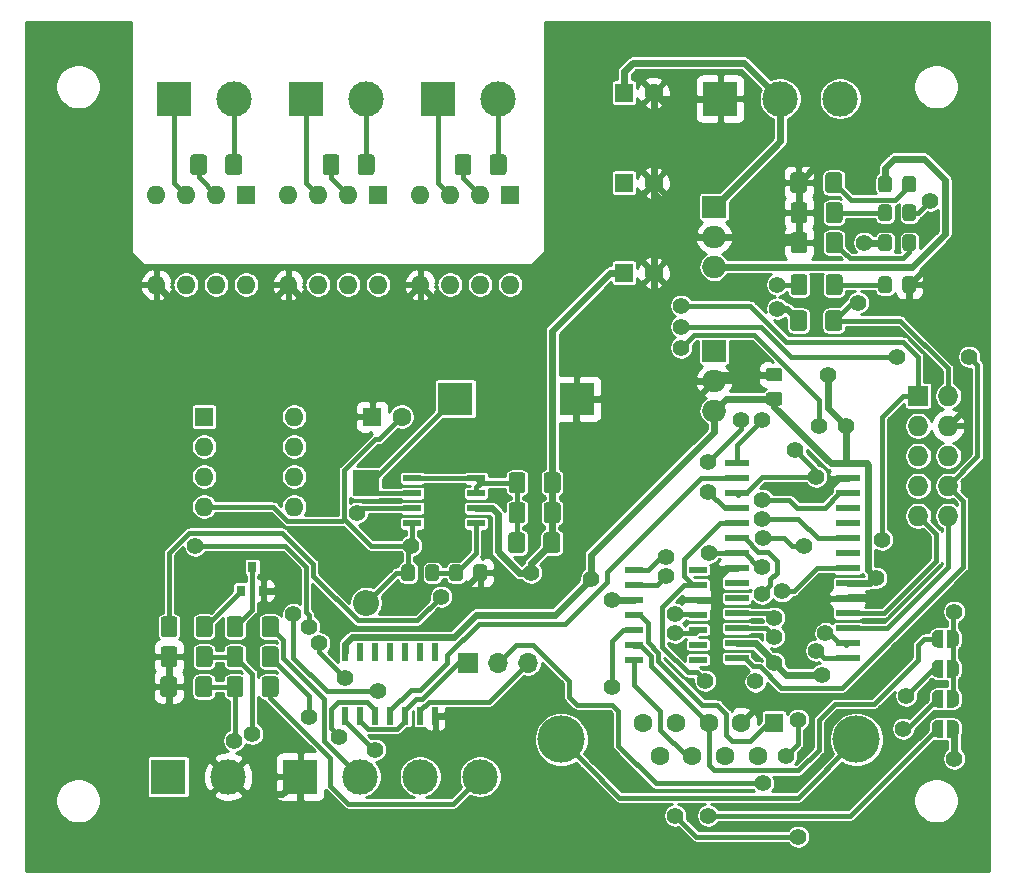
<source format=gbr>
G04 #@! TF.GenerationSoftware,KiCad,Pcbnew,(5.1.7)-1*
G04 #@! TF.CreationDate,2020-09-27T11:12:09+02:00*
G04 #@! TF.ProjectId,YAPSCO,59415053-434f-42e6-9b69-6361645f7063,rev?*
G04 #@! TF.SameCoordinates,PX6a95280PY86ae840*
G04 #@! TF.FileFunction,Copper,L1,Top*
G04 #@! TF.FilePolarity,Positive*
%FSLAX46Y46*%
G04 Gerber Fmt 4.6, Leading zero omitted, Abs format (unit mm)*
G04 Created by KiCad (PCBNEW (5.1.7)-1) date 2020-09-27 11:12:09*
%MOMM*%
%LPD*%
G01*
G04 APERTURE LIST*
G04 #@! TA.AperFunction,SMDPad,CuDef*
%ADD10C,0.100000*%
G04 #@! TD*
G04 #@! TA.AperFunction,ComponentPad*
%ADD11C,3.000000*%
G04 #@! TD*
G04 #@! TA.AperFunction,ComponentPad*
%ADD12R,3.000000X3.000000*%
G04 #@! TD*
G04 #@! TA.AperFunction,ComponentPad*
%ADD13C,4.000000*%
G04 #@! TD*
G04 #@! TA.AperFunction,ComponentPad*
%ADD14C,1.600000*%
G04 #@! TD*
G04 #@! TA.AperFunction,ComponentPad*
%ADD15R,1.600000X1.600000*%
G04 #@! TD*
G04 #@! TA.AperFunction,SMDPad,CuDef*
%ADD16R,0.600000X1.500000*%
G04 #@! TD*
G04 #@! TA.AperFunction,ComponentPad*
%ADD17O,2.200000X2.200000*%
G04 #@! TD*
G04 #@! TA.AperFunction,ComponentPad*
%ADD18R,2.200000X2.200000*%
G04 #@! TD*
G04 #@! TA.AperFunction,ComponentPad*
%ADD19O,1.700000X1.700000*%
G04 #@! TD*
G04 #@! TA.AperFunction,ComponentPad*
%ADD20R,1.700000X1.700000*%
G04 #@! TD*
G04 #@! TA.AperFunction,SMDPad,CuDef*
%ADD21R,3.000000X2.800000*%
G04 #@! TD*
G04 #@! TA.AperFunction,SMDPad,CuDef*
%ADD22R,0.800000X0.900000*%
G04 #@! TD*
G04 #@! TA.AperFunction,ComponentPad*
%ADD23O,2.000000X1.905000*%
G04 #@! TD*
G04 #@! TA.AperFunction,ComponentPad*
%ADD24R,2.000000X1.905000*%
G04 #@! TD*
G04 #@! TA.AperFunction,SMDPad,CuDef*
%ADD25R,2.000000X0.600000*%
G04 #@! TD*
G04 #@! TA.AperFunction,ComponentPad*
%ADD26O,1.600000X1.600000*%
G04 #@! TD*
G04 #@! TA.AperFunction,SMDPad,CuDef*
%ADD27R,1.500000X0.600000*%
G04 #@! TD*
G04 #@! TA.AperFunction,SMDPad,CuDef*
%ADD28R,1.550000X0.600000*%
G04 #@! TD*
G04 #@! TA.AperFunction,ComponentPad*
%ADD29R,1.727200X1.727200*%
G04 #@! TD*
G04 #@! TA.AperFunction,ComponentPad*
%ADD30O,1.727200X1.727200*%
G04 #@! TD*
G04 #@! TA.AperFunction,ViaPad*
%ADD31C,1.397000*%
G04 #@! TD*
G04 #@! TA.AperFunction,Conductor*
%ADD32C,0.600000*%
G04 #@! TD*
G04 #@! TA.AperFunction,Conductor*
%ADD33C,0.200000*%
G04 #@! TD*
G04 #@! TA.AperFunction,Conductor*
%ADD34C,0.400000*%
G04 #@! TD*
G04 #@! TA.AperFunction,Conductor*
%ADD35C,0.254000*%
G04 #@! TD*
G04 #@! TA.AperFunction,Conductor*
%ADD36C,0.100000*%
G04 #@! TD*
G04 APERTURE END LIST*
G04 #@! TA.AperFunction,SMDPad,CuDef*
D10*
G36*
X79136000Y15989398D02*
G01*
X79160534Y15989398D01*
X79209365Y15984588D01*
X79257490Y15975016D01*
X79304445Y15960772D01*
X79349778Y15941995D01*
X79393051Y15918864D01*
X79433850Y15891604D01*
X79471779Y15860476D01*
X79506476Y15825779D01*
X79537604Y15787850D01*
X79564864Y15747051D01*
X79587995Y15703778D01*
X79606772Y15658445D01*
X79621016Y15611490D01*
X79630588Y15563365D01*
X79635398Y15514534D01*
X79635398Y15490000D01*
X79636000Y15490000D01*
X79636000Y14990000D01*
X79635398Y14990000D01*
X79635398Y14965466D01*
X79630588Y14916635D01*
X79621016Y14868510D01*
X79606772Y14821555D01*
X79587995Y14776222D01*
X79564864Y14732949D01*
X79537604Y14692150D01*
X79506476Y14654221D01*
X79471779Y14619524D01*
X79433850Y14588396D01*
X79393051Y14561136D01*
X79349778Y14538005D01*
X79304445Y14519228D01*
X79257490Y14504984D01*
X79209365Y14495412D01*
X79160534Y14490602D01*
X79136000Y14490602D01*
X79136000Y14490000D01*
X78636000Y14490000D01*
X78636000Y15990000D01*
X79136000Y15990000D01*
X79136000Y15989398D01*
G37*
G04 #@! TD.AperFunction*
G04 #@! TA.AperFunction,SMDPad,CuDef*
G36*
X78336000Y14490000D02*
G01*
X77836000Y14490000D01*
X77836000Y14490602D01*
X77811466Y14490602D01*
X77762635Y14495412D01*
X77714510Y14504984D01*
X77667555Y14519228D01*
X77622222Y14538005D01*
X77578949Y14561136D01*
X77538150Y14588396D01*
X77500221Y14619524D01*
X77465524Y14654221D01*
X77434396Y14692150D01*
X77407136Y14732949D01*
X77384005Y14776222D01*
X77365228Y14821555D01*
X77350984Y14868510D01*
X77341412Y14916635D01*
X77336602Y14965466D01*
X77336602Y14990000D01*
X77336000Y14990000D01*
X77336000Y15490000D01*
X77336602Y15490000D01*
X77336602Y15514534D01*
X77341412Y15563365D01*
X77350984Y15611490D01*
X77365228Y15658445D01*
X77384005Y15703778D01*
X77407136Y15747051D01*
X77434396Y15787850D01*
X77465524Y15825779D01*
X77500221Y15860476D01*
X77538150Y15891604D01*
X77578949Y15918864D01*
X77622222Y15941995D01*
X77667555Y15960772D01*
X77714510Y15975016D01*
X77762635Y15984588D01*
X77811466Y15989398D01*
X77836000Y15989398D01*
X77836000Y15990000D01*
X78336000Y15990000D01*
X78336000Y14490000D01*
G37*
G04 #@! TD.AperFunction*
G04 #@! TA.AperFunction,SMDPad,CuDef*
G36*
X79136000Y21069398D02*
G01*
X79160534Y21069398D01*
X79209365Y21064588D01*
X79257490Y21055016D01*
X79304445Y21040772D01*
X79349778Y21021995D01*
X79393051Y20998864D01*
X79433850Y20971604D01*
X79471779Y20940476D01*
X79506476Y20905779D01*
X79537604Y20867850D01*
X79564864Y20827051D01*
X79587995Y20783778D01*
X79606772Y20738445D01*
X79621016Y20691490D01*
X79630588Y20643365D01*
X79635398Y20594534D01*
X79635398Y20570000D01*
X79636000Y20570000D01*
X79636000Y20070000D01*
X79635398Y20070000D01*
X79635398Y20045466D01*
X79630588Y19996635D01*
X79621016Y19948510D01*
X79606772Y19901555D01*
X79587995Y19856222D01*
X79564864Y19812949D01*
X79537604Y19772150D01*
X79506476Y19734221D01*
X79471779Y19699524D01*
X79433850Y19668396D01*
X79393051Y19641136D01*
X79349778Y19618005D01*
X79304445Y19599228D01*
X79257490Y19584984D01*
X79209365Y19575412D01*
X79160534Y19570602D01*
X79136000Y19570602D01*
X79136000Y19570000D01*
X78636000Y19570000D01*
X78636000Y21070000D01*
X79136000Y21070000D01*
X79136000Y21069398D01*
G37*
G04 #@! TD.AperFunction*
G04 #@! TA.AperFunction,SMDPad,CuDef*
G36*
X78336000Y19570000D02*
G01*
X77836000Y19570000D01*
X77836000Y19570602D01*
X77811466Y19570602D01*
X77762635Y19575412D01*
X77714510Y19584984D01*
X77667555Y19599228D01*
X77622222Y19618005D01*
X77578949Y19641136D01*
X77538150Y19668396D01*
X77500221Y19699524D01*
X77465524Y19734221D01*
X77434396Y19772150D01*
X77407136Y19812949D01*
X77384005Y19856222D01*
X77365228Y19901555D01*
X77350984Y19948510D01*
X77341412Y19996635D01*
X77336602Y20045466D01*
X77336602Y20070000D01*
X77336000Y20070000D01*
X77336000Y20570000D01*
X77336602Y20570000D01*
X77336602Y20594534D01*
X77341412Y20643365D01*
X77350984Y20691490D01*
X77365228Y20738445D01*
X77384005Y20783778D01*
X77407136Y20827051D01*
X77434396Y20867850D01*
X77465524Y20905779D01*
X77500221Y20940476D01*
X77538150Y20971604D01*
X77578949Y20998864D01*
X77622222Y21021995D01*
X77667555Y21040772D01*
X77714510Y21055016D01*
X77762635Y21064588D01*
X77811466Y21069398D01*
X77836000Y21069398D01*
X77836000Y21070000D01*
X78336000Y21070000D01*
X78336000Y19570000D01*
G37*
G04 #@! TD.AperFunction*
G04 #@! TA.AperFunction,SMDPad,CuDef*
G36*
X79136000Y18529398D02*
G01*
X79160534Y18529398D01*
X79209365Y18524588D01*
X79257490Y18515016D01*
X79304445Y18500772D01*
X79349778Y18481995D01*
X79393051Y18458864D01*
X79433850Y18431604D01*
X79471779Y18400476D01*
X79506476Y18365779D01*
X79537604Y18327850D01*
X79564864Y18287051D01*
X79587995Y18243778D01*
X79606772Y18198445D01*
X79621016Y18151490D01*
X79630588Y18103365D01*
X79635398Y18054534D01*
X79635398Y18030000D01*
X79636000Y18030000D01*
X79636000Y17530000D01*
X79635398Y17530000D01*
X79635398Y17505466D01*
X79630588Y17456635D01*
X79621016Y17408510D01*
X79606772Y17361555D01*
X79587995Y17316222D01*
X79564864Y17272949D01*
X79537604Y17232150D01*
X79506476Y17194221D01*
X79471779Y17159524D01*
X79433850Y17128396D01*
X79393051Y17101136D01*
X79349778Y17078005D01*
X79304445Y17059228D01*
X79257490Y17044984D01*
X79209365Y17035412D01*
X79160534Y17030602D01*
X79136000Y17030602D01*
X79136000Y17030000D01*
X78636000Y17030000D01*
X78636000Y18530000D01*
X79136000Y18530000D01*
X79136000Y18529398D01*
G37*
G04 #@! TD.AperFunction*
G04 #@! TA.AperFunction,SMDPad,CuDef*
G36*
X78336000Y17030000D02*
G01*
X77836000Y17030000D01*
X77836000Y17030602D01*
X77811466Y17030602D01*
X77762635Y17035412D01*
X77714510Y17044984D01*
X77667555Y17059228D01*
X77622222Y17078005D01*
X77578949Y17101136D01*
X77538150Y17128396D01*
X77500221Y17159524D01*
X77465524Y17194221D01*
X77434396Y17232150D01*
X77407136Y17272949D01*
X77384005Y17316222D01*
X77365228Y17361555D01*
X77350984Y17408510D01*
X77341412Y17456635D01*
X77336602Y17505466D01*
X77336602Y17530000D01*
X77336000Y17530000D01*
X77336000Y18030000D01*
X77336602Y18030000D01*
X77336602Y18054534D01*
X77341412Y18103365D01*
X77350984Y18151490D01*
X77365228Y18198445D01*
X77384005Y18243778D01*
X77407136Y18287051D01*
X77434396Y18327850D01*
X77465524Y18365779D01*
X77500221Y18400476D01*
X77538150Y18431604D01*
X77578949Y18458864D01*
X77622222Y18481995D01*
X77667555Y18500772D01*
X77714510Y18515016D01*
X77762635Y18524588D01*
X77811466Y18529398D01*
X77836000Y18529398D01*
X77836000Y18530000D01*
X78336000Y18530000D01*
X78336000Y17030000D01*
G37*
G04 #@! TD.AperFunction*
G04 #@! TA.AperFunction,SMDPad,CuDef*
G36*
X79136000Y13449398D02*
G01*
X79160534Y13449398D01*
X79209365Y13444588D01*
X79257490Y13435016D01*
X79304445Y13420772D01*
X79349778Y13401995D01*
X79393051Y13378864D01*
X79433850Y13351604D01*
X79471779Y13320476D01*
X79506476Y13285779D01*
X79537604Y13247850D01*
X79564864Y13207051D01*
X79587995Y13163778D01*
X79606772Y13118445D01*
X79621016Y13071490D01*
X79630588Y13023365D01*
X79635398Y12974534D01*
X79635398Y12950000D01*
X79636000Y12950000D01*
X79636000Y12450000D01*
X79635398Y12450000D01*
X79635398Y12425466D01*
X79630588Y12376635D01*
X79621016Y12328510D01*
X79606772Y12281555D01*
X79587995Y12236222D01*
X79564864Y12192949D01*
X79537604Y12152150D01*
X79506476Y12114221D01*
X79471779Y12079524D01*
X79433850Y12048396D01*
X79393051Y12021136D01*
X79349778Y11998005D01*
X79304445Y11979228D01*
X79257490Y11964984D01*
X79209365Y11955412D01*
X79160534Y11950602D01*
X79136000Y11950602D01*
X79136000Y11950000D01*
X78636000Y11950000D01*
X78636000Y13450000D01*
X79136000Y13450000D01*
X79136000Y13449398D01*
G37*
G04 #@! TD.AperFunction*
G04 #@! TA.AperFunction,SMDPad,CuDef*
G36*
X78336000Y11950000D02*
G01*
X77836000Y11950000D01*
X77836000Y11950602D01*
X77811466Y11950602D01*
X77762635Y11955412D01*
X77714510Y11964984D01*
X77667555Y11979228D01*
X77622222Y11998005D01*
X77578949Y12021136D01*
X77538150Y12048396D01*
X77500221Y12079524D01*
X77465524Y12114221D01*
X77434396Y12152150D01*
X77407136Y12192949D01*
X77384005Y12236222D01*
X77365228Y12281555D01*
X77350984Y12328510D01*
X77341412Y12376635D01*
X77336602Y12425466D01*
X77336602Y12450000D01*
X77336000Y12450000D01*
X77336000Y12950000D01*
X77336602Y12950000D01*
X77336602Y12974534D01*
X77341412Y13023365D01*
X77350984Y13071490D01*
X77365228Y13118445D01*
X77384005Y13163778D01*
X77407136Y13207051D01*
X77434396Y13247850D01*
X77465524Y13285779D01*
X77500221Y13320476D01*
X77538150Y13351604D01*
X77578949Y13378864D01*
X77622222Y13401995D01*
X77667555Y13420772D01*
X77714510Y13435016D01*
X77762635Y13444588D01*
X77811466Y13449398D01*
X77836000Y13449398D01*
X77836000Y13450000D01*
X78336000Y13450000D01*
X78336000Y11950000D01*
G37*
G04 #@! TD.AperFunction*
D11*
X17780000Y8636000D03*
D12*
X12700000Y8636000D03*
D13*
X70968000Y11788000D03*
X45968000Y11788000D03*
D14*
X54313000Y10368000D03*
X57083000Y10368000D03*
X59853000Y10368000D03*
X62623000Y10368000D03*
X52928000Y13208000D03*
X55698000Y13208000D03*
X58468000Y13208000D03*
X61238000Y13208000D03*
D15*
X64008000Y13208000D03*
D16*
X27686000Y19210000D03*
X28956000Y19210000D03*
X30226000Y19210000D03*
X31496000Y19210000D03*
X32766000Y19210000D03*
X34036000Y19210000D03*
X35306000Y19210000D03*
X35306000Y13810000D03*
X34036000Y13810000D03*
X32766000Y13810000D03*
X31496000Y13810000D03*
X30226000Y13810000D03*
X28956000Y13810000D03*
X27686000Y13810000D03*
D14*
X53808000Y51308000D03*
D15*
X51308000Y51308000D03*
G04 #@! TA.AperFunction,SMDPad,CuDef*
G36*
G01*
X64458001Y42106000D02*
X63557999Y42106000D01*
G75*
G02*
X63308000Y42355999I0J249999D01*
G01*
X63308000Y43006001D01*
G75*
G02*
X63557999Y43256000I249999J0D01*
G01*
X64458001Y43256000D01*
G75*
G02*
X64708000Y43006001I0J-249999D01*
G01*
X64708000Y42355999D01*
G75*
G02*
X64458001Y42106000I-249999J0D01*
G01*
G37*
G04 #@! TD.AperFunction*
G04 #@! TA.AperFunction,SMDPad,CuDef*
G36*
G01*
X64458001Y40056000D02*
X63557999Y40056000D01*
G75*
G02*
X63308000Y40305999I0J249999D01*
G01*
X63308000Y40956001D01*
G75*
G02*
X63557999Y41206000I249999J0D01*
G01*
X64458001Y41206000D01*
G75*
G02*
X64708000Y40956001I0J-249999D01*
G01*
X64708000Y40305999D01*
G75*
G02*
X64458001Y40056000I-249999J0D01*
G01*
G37*
G04 #@! TD.AperFunction*
D14*
X53808000Y66548000D03*
D15*
X51308000Y66548000D03*
D14*
X32472000Y39116000D03*
D15*
X29972000Y39116000D03*
D14*
X53808000Y58928000D03*
D15*
X51308000Y58928000D03*
D17*
X29464000Y23368000D03*
D18*
X29464000Y33528000D03*
G04 #@! TA.AperFunction,SMDPad,CuDef*
G36*
G01*
X73972000Y59251001D02*
X73972000Y58350999D01*
G75*
G02*
X73722001Y58101000I-249999J0D01*
G01*
X73071999Y58101000D01*
G75*
G02*
X72822000Y58350999I0J249999D01*
G01*
X72822000Y59251001D01*
G75*
G02*
X73071999Y59501000I249999J0D01*
G01*
X73722001Y59501000D01*
G75*
G02*
X73972000Y59251001I0J-249999D01*
G01*
G37*
G04 #@! TD.AperFunction*
G04 #@! TA.AperFunction,SMDPad,CuDef*
G36*
G01*
X76022000Y59251001D02*
X76022000Y58350999D01*
G75*
G02*
X75772001Y58101000I-249999J0D01*
G01*
X75121999Y58101000D01*
G75*
G02*
X74872000Y58350999I0J249999D01*
G01*
X74872000Y59251001D01*
G75*
G02*
X75121999Y59501000I249999J0D01*
G01*
X75772001Y59501000D01*
G75*
G02*
X76022000Y59251001I0J-249999D01*
G01*
G37*
G04 #@! TD.AperFunction*
G04 #@! TA.AperFunction,SMDPad,CuDef*
G36*
G01*
X73972000Y56838001D02*
X73972000Y55937999D01*
G75*
G02*
X73722001Y55688000I-249999J0D01*
G01*
X73071999Y55688000D01*
G75*
G02*
X72822000Y55937999I0J249999D01*
G01*
X72822000Y56838001D01*
G75*
G02*
X73071999Y57088000I249999J0D01*
G01*
X73722001Y57088000D01*
G75*
G02*
X73972000Y56838001I0J-249999D01*
G01*
G37*
G04 #@! TD.AperFunction*
G04 #@! TA.AperFunction,SMDPad,CuDef*
G36*
G01*
X76022000Y56838001D02*
X76022000Y55937999D01*
G75*
G02*
X75772001Y55688000I-249999J0D01*
G01*
X75121999Y55688000D01*
G75*
G02*
X74872000Y55937999I0J249999D01*
G01*
X74872000Y56838001D01*
G75*
G02*
X75121999Y57088000I249999J0D01*
G01*
X75772001Y57088000D01*
G75*
G02*
X76022000Y56838001I0J-249999D01*
G01*
G37*
G04 #@! TD.AperFunction*
G04 #@! TA.AperFunction,SMDPad,CuDef*
G36*
G01*
X73972000Y54298001D02*
X73972000Y53397999D01*
G75*
G02*
X73722001Y53148000I-249999J0D01*
G01*
X73071999Y53148000D01*
G75*
G02*
X72822000Y53397999I0J249999D01*
G01*
X72822000Y54298001D01*
G75*
G02*
X73071999Y54548000I249999J0D01*
G01*
X73722001Y54548000D01*
G75*
G02*
X73972000Y54298001I0J-249999D01*
G01*
G37*
G04 #@! TD.AperFunction*
G04 #@! TA.AperFunction,SMDPad,CuDef*
G36*
G01*
X76022000Y54298001D02*
X76022000Y53397999D01*
G75*
G02*
X75772001Y53148000I-249999J0D01*
G01*
X75121999Y53148000D01*
G75*
G02*
X74872000Y53397999I0J249999D01*
G01*
X74872000Y54298001D01*
G75*
G02*
X75121999Y54548000I249999J0D01*
G01*
X75772001Y54548000D01*
G75*
G02*
X76022000Y54298001I0J-249999D01*
G01*
G37*
G04 #@! TD.AperFunction*
G04 #@! TA.AperFunction,SMDPad,CuDef*
G36*
G01*
X73972000Y50742001D02*
X73972000Y49841999D01*
G75*
G02*
X73722001Y49592000I-249999J0D01*
G01*
X73071999Y49592000D01*
G75*
G02*
X72822000Y49841999I0J249999D01*
G01*
X72822000Y50742001D01*
G75*
G02*
X73071999Y50992000I249999J0D01*
G01*
X73722001Y50992000D01*
G75*
G02*
X73972000Y50742001I0J-249999D01*
G01*
G37*
G04 #@! TD.AperFunction*
G04 #@! TA.AperFunction,SMDPad,CuDef*
G36*
G01*
X76022000Y50742001D02*
X76022000Y49841999D01*
G75*
G02*
X75772001Y49592000I-249999J0D01*
G01*
X75121999Y49592000D01*
G75*
G02*
X74872000Y49841999I0J249999D01*
G01*
X74872000Y50742001D01*
G75*
G02*
X75121999Y50992000I249999J0D01*
G01*
X75772001Y50992000D01*
G75*
G02*
X76022000Y50742001I0J-249999D01*
G01*
G37*
G04 #@! TD.AperFunction*
D11*
X69596000Y66040000D03*
X64516000Y66040000D03*
D12*
X59436000Y66040000D03*
D19*
X43180000Y18288000D03*
X40640000Y18288000D03*
D20*
X38100000Y18288000D03*
D21*
X47314000Y40640000D03*
X37014000Y40640000D03*
D11*
X40640000Y66040000D03*
D12*
X35560000Y66040000D03*
D11*
X29464000Y66040000D03*
D12*
X24384000Y66040000D03*
D11*
X18288000Y66040000D03*
D12*
X13208000Y66040000D03*
D11*
X39116000Y8636000D03*
D12*
X23876000Y8636000D03*
D11*
X34036000Y8636000D03*
X28956000Y8636000D03*
D22*
X19812000Y26400000D03*
X20762000Y24400000D03*
X18862000Y24400000D03*
G04 #@! TA.AperFunction,SMDPad,CuDef*
G36*
G01*
X68339000Y58303000D02*
X68339000Y59553000D01*
G75*
G02*
X68589000Y59803000I250000J0D01*
G01*
X69514000Y59803000D01*
G75*
G02*
X69764000Y59553000I0J-250000D01*
G01*
X69764000Y58303000D01*
G75*
G02*
X69514000Y58053000I-250000J0D01*
G01*
X68589000Y58053000D01*
G75*
G02*
X68339000Y58303000I0J250000D01*
G01*
G37*
G04 #@! TD.AperFunction*
G04 #@! TA.AperFunction,SMDPad,CuDef*
G36*
G01*
X65364000Y58303000D02*
X65364000Y59553000D01*
G75*
G02*
X65614000Y59803000I250000J0D01*
G01*
X66539000Y59803000D01*
G75*
G02*
X66789000Y59553000I0J-250000D01*
G01*
X66789000Y58303000D01*
G75*
G02*
X66539000Y58053000I-250000J0D01*
G01*
X65614000Y58053000D01*
G75*
G02*
X65364000Y58303000I0J250000D01*
G01*
G37*
G04 #@! TD.AperFunction*
G04 #@! TA.AperFunction,SMDPad,CuDef*
G36*
G01*
X68375500Y55763000D02*
X68375500Y57013000D01*
G75*
G02*
X68625500Y57263000I250000J0D01*
G01*
X69550500Y57263000D01*
G75*
G02*
X69800500Y57013000I0J-250000D01*
G01*
X69800500Y55763000D01*
G75*
G02*
X69550500Y55513000I-250000J0D01*
G01*
X68625500Y55513000D01*
G75*
G02*
X68375500Y55763000I0J250000D01*
G01*
G37*
G04 #@! TD.AperFunction*
G04 #@! TA.AperFunction,SMDPad,CuDef*
G36*
G01*
X65400500Y55763000D02*
X65400500Y57013000D01*
G75*
G02*
X65650500Y57263000I250000J0D01*
G01*
X66575500Y57263000D01*
G75*
G02*
X66825500Y57013000I0J-250000D01*
G01*
X66825500Y55763000D01*
G75*
G02*
X66575500Y55513000I-250000J0D01*
G01*
X65650500Y55513000D01*
G75*
G02*
X65400500Y55763000I0J250000D01*
G01*
G37*
G04 #@! TD.AperFunction*
G04 #@! TA.AperFunction,SMDPad,CuDef*
G36*
G01*
X66825500Y54473000D02*
X66825500Y53223000D01*
G75*
G02*
X66575500Y52973000I-250000J0D01*
G01*
X65650500Y52973000D01*
G75*
G02*
X65400500Y53223000I0J250000D01*
G01*
X65400500Y54473000D01*
G75*
G02*
X65650500Y54723000I250000J0D01*
G01*
X66575500Y54723000D01*
G75*
G02*
X66825500Y54473000I0J-250000D01*
G01*
G37*
G04 #@! TD.AperFunction*
G04 #@! TA.AperFunction,SMDPad,CuDef*
G36*
G01*
X69800500Y54473000D02*
X69800500Y53223000D01*
G75*
G02*
X69550500Y52973000I-250000J0D01*
G01*
X68625500Y52973000D01*
G75*
G02*
X68375500Y53223000I0J250000D01*
G01*
X68375500Y54473000D01*
G75*
G02*
X68625500Y54723000I250000J0D01*
G01*
X69550500Y54723000D01*
G75*
G02*
X69800500Y54473000I0J-250000D01*
G01*
G37*
G04 #@! TD.AperFunction*
G04 #@! TA.AperFunction,SMDPad,CuDef*
G36*
G01*
X68375500Y49667000D02*
X68375500Y50917000D01*
G75*
G02*
X68625500Y51167000I250000J0D01*
G01*
X69550500Y51167000D01*
G75*
G02*
X69800500Y50917000I0J-250000D01*
G01*
X69800500Y49667000D01*
G75*
G02*
X69550500Y49417000I-250000J0D01*
G01*
X68625500Y49417000D01*
G75*
G02*
X68375500Y49667000I0J250000D01*
G01*
G37*
G04 #@! TD.AperFunction*
G04 #@! TA.AperFunction,SMDPad,CuDef*
G36*
G01*
X65400500Y49667000D02*
X65400500Y50917000D01*
G75*
G02*
X65650500Y51167000I250000J0D01*
G01*
X66575500Y51167000D01*
G75*
G02*
X66825500Y50917000I0J-250000D01*
G01*
X66825500Y49667000D01*
G75*
G02*
X66575500Y49417000I-250000J0D01*
G01*
X65650500Y49417000D01*
G75*
G02*
X65400500Y49667000I0J250000D01*
G01*
G37*
G04 #@! TD.AperFunction*
G04 #@! TA.AperFunction,SMDPad,CuDef*
G36*
G01*
X68339000Y46619000D02*
X68339000Y47869000D01*
G75*
G02*
X68589000Y48119000I250000J0D01*
G01*
X69514000Y48119000D01*
G75*
G02*
X69764000Y47869000I0J-250000D01*
G01*
X69764000Y46619000D01*
G75*
G02*
X69514000Y46369000I-250000J0D01*
G01*
X68589000Y46369000D01*
G75*
G02*
X68339000Y46619000I0J250000D01*
G01*
G37*
G04 #@! TD.AperFunction*
G04 #@! TA.AperFunction,SMDPad,CuDef*
G36*
G01*
X65364000Y46619000D02*
X65364000Y47869000D01*
G75*
G02*
X65614000Y48119000I250000J0D01*
G01*
X66539000Y48119000D01*
G75*
G02*
X66789000Y47869000I0J-250000D01*
G01*
X66789000Y46619000D01*
G75*
G02*
X66539000Y46369000I-250000J0D01*
G01*
X65614000Y46369000D01*
G75*
G02*
X65364000Y46619000I0J250000D01*
G01*
G37*
G04 #@! TD.AperFunction*
G04 #@! TA.AperFunction,SMDPad,CuDef*
G36*
G01*
X39927500Y59827000D02*
X39927500Y61077000D01*
G75*
G02*
X40177500Y61327000I250000J0D01*
G01*
X41102500Y61327000D01*
G75*
G02*
X41352500Y61077000I0J-250000D01*
G01*
X41352500Y59827000D01*
G75*
G02*
X41102500Y59577000I-250000J0D01*
G01*
X40177500Y59577000D01*
G75*
G02*
X39927500Y59827000I0J250000D01*
G01*
G37*
G04 #@! TD.AperFunction*
G04 #@! TA.AperFunction,SMDPad,CuDef*
G36*
G01*
X36952500Y59827000D02*
X36952500Y61077000D01*
G75*
G02*
X37202500Y61327000I250000J0D01*
G01*
X38127500Y61327000D01*
G75*
G02*
X38377500Y61077000I0J-250000D01*
G01*
X38377500Y59827000D01*
G75*
G02*
X38127500Y59577000I-250000J0D01*
G01*
X37202500Y59577000D01*
G75*
G02*
X36952500Y59827000I0J250000D01*
G01*
G37*
G04 #@! TD.AperFunction*
G04 #@! TA.AperFunction,SMDPad,CuDef*
G36*
G01*
X28751500Y59827000D02*
X28751500Y61077000D01*
G75*
G02*
X29001500Y61327000I250000J0D01*
G01*
X29926500Y61327000D01*
G75*
G02*
X30176500Y61077000I0J-250000D01*
G01*
X30176500Y59827000D01*
G75*
G02*
X29926500Y59577000I-250000J0D01*
G01*
X29001500Y59577000D01*
G75*
G02*
X28751500Y59827000I0J250000D01*
G01*
G37*
G04 #@! TD.AperFunction*
G04 #@! TA.AperFunction,SMDPad,CuDef*
G36*
G01*
X25776500Y59827000D02*
X25776500Y61077000D01*
G75*
G02*
X26026500Y61327000I250000J0D01*
G01*
X26951500Y61327000D01*
G75*
G02*
X27201500Y61077000I0J-250000D01*
G01*
X27201500Y59827000D01*
G75*
G02*
X26951500Y59577000I-250000J0D01*
G01*
X26026500Y59577000D01*
G75*
G02*
X25776500Y59827000I0J250000D01*
G01*
G37*
G04 #@! TD.AperFunction*
G04 #@! TA.AperFunction,SMDPad,CuDef*
G36*
G01*
X17539000Y59827000D02*
X17539000Y61077000D01*
G75*
G02*
X17789000Y61327000I250000J0D01*
G01*
X18714000Y61327000D01*
G75*
G02*
X18964000Y61077000I0J-250000D01*
G01*
X18964000Y59827000D01*
G75*
G02*
X18714000Y59577000I-250000J0D01*
G01*
X17789000Y59577000D01*
G75*
G02*
X17539000Y59827000I0J250000D01*
G01*
G37*
G04 #@! TD.AperFunction*
G04 #@! TA.AperFunction,SMDPad,CuDef*
G36*
G01*
X14564000Y59827000D02*
X14564000Y61077000D01*
G75*
G02*
X14814000Y61327000I250000J0D01*
G01*
X15739000Y61327000D01*
G75*
G02*
X15989000Y61077000I0J-250000D01*
G01*
X15989000Y59827000D01*
G75*
G02*
X15739000Y59577000I-250000J0D01*
G01*
X14814000Y59577000D01*
G75*
G02*
X14564000Y59827000I0J250000D01*
G01*
G37*
G04 #@! TD.AperFunction*
G04 #@! TA.AperFunction,SMDPad,CuDef*
G36*
G01*
X20623500Y15631000D02*
X20623500Y16881000D01*
G75*
G02*
X20873500Y17131000I250000J0D01*
G01*
X21798500Y17131000D01*
G75*
G02*
X22048500Y16881000I0J-250000D01*
G01*
X22048500Y15631000D01*
G75*
G02*
X21798500Y15381000I-250000J0D01*
G01*
X20873500Y15381000D01*
G75*
G02*
X20623500Y15631000I0J250000D01*
G01*
G37*
G04 #@! TD.AperFunction*
G04 #@! TA.AperFunction,SMDPad,CuDef*
G36*
G01*
X17648500Y15631000D02*
X17648500Y16881000D01*
G75*
G02*
X17898500Y17131000I250000J0D01*
G01*
X18823500Y17131000D01*
G75*
G02*
X19073500Y16881000I0J-250000D01*
G01*
X19073500Y15631000D01*
G75*
G02*
X18823500Y15381000I-250000J0D01*
G01*
X17898500Y15381000D01*
G75*
G02*
X17648500Y15631000I0J250000D01*
G01*
G37*
G04 #@! TD.AperFunction*
G04 #@! TA.AperFunction,SMDPad,CuDef*
G36*
G01*
X20623500Y18171000D02*
X20623500Y19421000D01*
G75*
G02*
X20873500Y19671000I250000J0D01*
G01*
X21798500Y19671000D01*
G75*
G02*
X22048500Y19421000I0J-250000D01*
G01*
X22048500Y18171000D01*
G75*
G02*
X21798500Y17921000I-250000J0D01*
G01*
X20873500Y17921000D01*
G75*
G02*
X20623500Y18171000I0J250000D01*
G01*
G37*
G04 #@! TD.AperFunction*
G04 #@! TA.AperFunction,SMDPad,CuDef*
G36*
G01*
X17648500Y18171000D02*
X17648500Y19421000D01*
G75*
G02*
X17898500Y19671000I250000J0D01*
G01*
X18823500Y19671000D01*
G75*
G02*
X19073500Y19421000I0J-250000D01*
G01*
X19073500Y18171000D01*
G75*
G02*
X18823500Y17921000I-250000J0D01*
G01*
X17898500Y17921000D01*
G75*
G02*
X17648500Y18171000I0J250000D01*
G01*
G37*
G04 #@! TD.AperFunction*
G04 #@! TA.AperFunction,SMDPad,CuDef*
G36*
G01*
X20623500Y20711000D02*
X20623500Y21961000D01*
G75*
G02*
X20873500Y22211000I250000J0D01*
G01*
X21798500Y22211000D01*
G75*
G02*
X22048500Y21961000I0J-250000D01*
G01*
X22048500Y20711000D01*
G75*
G02*
X21798500Y20461000I-250000J0D01*
G01*
X20873500Y20461000D01*
G75*
G02*
X20623500Y20711000I0J250000D01*
G01*
G37*
G04 #@! TD.AperFunction*
G04 #@! TA.AperFunction,SMDPad,CuDef*
G36*
G01*
X17648500Y20711000D02*
X17648500Y21961000D01*
G75*
G02*
X17898500Y22211000I250000J0D01*
G01*
X18823500Y22211000D01*
G75*
G02*
X19073500Y21961000I0J-250000D01*
G01*
X19073500Y20711000D01*
G75*
G02*
X18823500Y20461000I-250000J0D01*
G01*
X17898500Y20461000D01*
G75*
G02*
X17648500Y20711000I0J250000D01*
G01*
G37*
G04 #@! TD.AperFunction*
G04 #@! TA.AperFunction,SMDPad,CuDef*
G36*
G01*
X14999000Y15631000D02*
X14999000Y16881000D01*
G75*
G02*
X15249000Y17131000I250000J0D01*
G01*
X16174000Y17131000D01*
G75*
G02*
X16424000Y16881000I0J-250000D01*
G01*
X16424000Y15631000D01*
G75*
G02*
X16174000Y15381000I-250000J0D01*
G01*
X15249000Y15381000D01*
G75*
G02*
X14999000Y15631000I0J250000D01*
G01*
G37*
G04 #@! TD.AperFunction*
G04 #@! TA.AperFunction,SMDPad,CuDef*
G36*
G01*
X12024000Y15631000D02*
X12024000Y16881000D01*
G75*
G02*
X12274000Y17131000I250000J0D01*
G01*
X13199000Y17131000D01*
G75*
G02*
X13449000Y16881000I0J-250000D01*
G01*
X13449000Y15631000D01*
G75*
G02*
X13199000Y15381000I-250000J0D01*
G01*
X12274000Y15381000D01*
G75*
G02*
X12024000Y15631000I0J250000D01*
G01*
G37*
G04 #@! TD.AperFunction*
G04 #@! TA.AperFunction,SMDPad,CuDef*
G36*
G01*
X15035500Y18171000D02*
X15035500Y19421000D01*
G75*
G02*
X15285500Y19671000I250000J0D01*
G01*
X16210500Y19671000D01*
G75*
G02*
X16460500Y19421000I0J-250000D01*
G01*
X16460500Y18171000D01*
G75*
G02*
X16210500Y17921000I-250000J0D01*
G01*
X15285500Y17921000D01*
G75*
G02*
X15035500Y18171000I0J250000D01*
G01*
G37*
G04 #@! TD.AperFunction*
G04 #@! TA.AperFunction,SMDPad,CuDef*
G36*
G01*
X12060500Y18171000D02*
X12060500Y19421000D01*
G75*
G02*
X12310500Y19671000I250000J0D01*
G01*
X13235500Y19671000D01*
G75*
G02*
X13485500Y19421000I0J-250000D01*
G01*
X13485500Y18171000D01*
G75*
G02*
X13235500Y17921000I-250000J0D01*
G01*
X12310500Y17921000D01*
G75*
G02*
X12060500Y18171000I0J250000D01*
G01*
G37*
G04 #@! TD.AperFunction*
G04 #@! TA.AperFunction,SMDPad,CuDef*
G36*
G01*
X15035500Y20711000D02*
X15035500Y21961000D01*
G75*
G02*
X15285500Y22211000I250000J0D01*
G01*
X16210500Y22211000D01*
G75*
G02*
X16460500Y21961000I0J-250000D01*
G01*
X16460500Y20711000D01*
G75*
G02*
X16210500Y20461000I-250000J0D01*
G01*
X15285500Y20461000D01*
G75*
G02*
X15035500Y20711000I0J250000D01*
G01*
G37*
G04 #@! TD.AperFunction*
G04 #@! TA.AperFunction,SMDPad,CuDef*
G36*
G01*
X12060500Y20711000D02*
X12060500Y21961000D01*
G75*
G02*
X12310500Y22211000I250000J0D01*
G01*
X13235500Y22211000D01*
G75*
G02*
X13485500Y21961000I0J-250000D01*
G01*
X13485500Y20711000D01*
G75*
G02*
X13235500Y20461000I-250000J0D01*
G01*
X12310500Y20461000D01*
G75*
G02*
X12060500Y20711000I0J250000D01*
G01*
G37*
G04 #@! TD.AperFunction*
G04 #@! TA.AperFunction,SMDPad,CuDef*
G36*
G01*
X38550000Y25457999D02*
X38550000Y26358001D01*
G75*
G02*
X38799999Y26608000I249999J0D01*
G01*
X39450001Y26608000D01*
G75*
G02*
X39700000Y26358001I0J-249999D01*
G01*
X39700000Y25457999D01*
G75*
G02*
X39450001Y25208000I-249999J0D01*
G01*
X38799999Y25208000D01*
G75*
G02*
X38550000Y25457999I0J249999D01*
G01*
G37*
G04 #@! TD.AperFunction*
G04 #@! TA.AperFunction,SMDPad,CuDef*
G36*
G01*
X36500000Y25457999D02*
X36500000Y26358001D01*
G75*
G02*
X36749999Y26608000I249999J0D01*
G01*
X37400001Y26608000D01*
G75*
G02*
X37650000Y26358001I0J-249999D01*
G01*
X37650000Y25457999D01*
G75*
G02*
X37400001Y25208000I-249999J0D01*
G01*
X36749999Y25208000D01*
G75*
G02*
X36500000Y25457999I0J249999D01*
G01*
G37*
G04 #@! TD.AperFunction*
G04 #@! TA.AperFunction,SMDPad,CuDef*
G36*
G01*
X33586000Y26358001D02*
X33586000Y25457999D01*
G75*
G02*
X33336001Y25208000I-249999J0D01*
G01*
X32685999Y25208000D01*
G75*
G02*
X32436000Y25457999I0J249999D01*
G01*
X32436000Y26358001D01*
G75*
G02*
X32685999Y26608000I249999J0D01*
G01*
X33336001Y26608000D01*
G75*
G02*
X33586000Y26358001I0J-249999D01*
G01*
G37*
G04 #@! TD.AperFunction*
G04 #@! TA.AperFunction,SMDPad,CuDef*
G36*
G01*
X35636000Y26358001D02*
X35636000Y25457999D01*
G75*
G02*
X35386001Y25208000I-249999J0D01*
G01*
X34735999Y25208000D01*
G75*
G02*
X34486000Y25457999I0J249999D01*
G01*
X34486000Y26358001D01*
G75*
G02*
X34735999Y26608000I249999J0D01*
G01*
X35386001Y26608000D01*
G75*
G02*
X35636000Y26358001I0J-249999D01*
G01*
G37*
G04 #@! TD.AperFunction*
G04 #@! TA.AperFunction,SMDPad,CuDef*
G36*
G01*
X44499500Y32903000D02*
X44499500Y34153000D01*
G75*
G02*
X44749500Y34403000I250000J0D01*
G01*
X45674500Y34403000D01*
G75*
G02*
X45924500Y34153000I0J-250000D01*
G01*
X45924500Y32903000D01*
G75*
G02*
X45674500Y32653000I-250000J0D01*
G01*
X44749500Y32653000D01*
G75*
G02*
X44499500Y32903000I0J250000D01*
G01*
G37*
G04 #@! TD.AperFunction*
G04 #@! TA.AperFunction,SMDPad,CuDef*
G36*
G01*
X41524500Y32903000D02*
X41524500Y34153000D01*
G75*
G02*
X41774500Y34403000I250000J0D01*
G01*
X42699500Y34403000D01*
G75*
G02*
X42949500Y34153000I0J-250000D01*
G01*
X42949500Y32903000D01*
G75*
G02*
X42699500Y32653000I-250000J0D01*
G01*
X41774500Y32653000D01*
G75*
G02*
X41524500Y32903000I0J250000D01*
G01*
G37*
G04 #@! TD.AperFunction*
G04 #@! TA.AperFunction,SMDPad,CuDef*
G36*
G01*
X44499500Y30363000D02*
X44499500Y31613000D01*
G75*
G02*
X44749500Y31863000I250000J0D01*
G01*
X45674500Y31863000D01*
G75*
G02*
X45924500Y31613000I0J-250000D01*
G01*
X45924500Y30363000D01*
G75*
G02*
X45674500Y30113000I-250000J0D01*
G01*
X44749500Y30113000D01*
G75*
G02*
X44499500Y30363000I0J250000D01*
G01*
G37*
G04 #@! TD.AperFunction*
G04 #@! TA.AperFunction,SMDPad,CuDef*
G36*
G01*
X41524500Y30363000D02*
X41524500Y31613000D01*
G75*
G02*
X41774500Y31863000I250000J0D01*
G01*
X42699500Y31863000D01*
G75*
G02*
X42949500Y31613000I0J-250000D01*
G01*
X42949500Y30363000D01*
G75*
G02*
X42699500Y30113000I-250000J0D01*
G01*
X41774500Y30113000D01*
G75*
G02*
X41524500Y30363000I0J250000D01*
G01*
G37*
G04 #@! TD.AperFunction*
G04 #@! TA.AperFunction,SMDPad,CuDef*
G36*
G01*
X44463000Y27823000D02*
X44463000Y29073000D01*
G75*
G02*
X44713000Y29323000I250000J0D01*
G01*
X45638000Y29323000D01*
G75*
G02*
X45888000Y29073000I0J-250000D01*
G01*
X45888000Y27823000D01*
G75*
G02*
X45638000Y27573000I-250000J0D01*
G01*
X44713000Y27573000D01*
G75*
G02*
X44463000Y27823000I0J250000D01*
G01*
G37*
G04 #@! TD.AperFunction*
G04 #@! TA.AperFunction,SMDPad,CuDef*
G36*
G01*
X41488000Y27823000D02*
X41488000Y29073000D01*
G75*
G02*
X41738000Y29323000I250000J0D01*
G01*
X42663000Y29323000D01*
G75*
G02*
X42913000Y29073000I0J-250000D01*
G01*
X42913000Y27823000D01*
G75*
G02*
X42663000Y27573000I-250000J0D01*
G01*
X41738000Y27573000D01*
G75*
G02*
X41488000Y27823000I0J250000D01*
G01*
G37*
G04 #@! TD.AperFunction*
D23*
X58928000Y39624000D03*
X58928000Y42164000D03*
D24*
X58928000Y44704000D03*
D25*
X70232000Y35179000D03*
X70232000Y33909000D03*
X70232000Y32639000D03*
X70232000Y31369000D03*
X70232000Y30099000D03*
X70232000Y28829000D03*
X70232000Y27559000D03*
X70232000Y26289000D03*
X70232000Y25019000D03*
X70232000Y23749000D03*
X70232000Y22479000D03*
X70232000Y21209000D03*
X70232000Y19939000D03*
X70232000Y18669000D03*
X60832000Y18669000D03*
X60832000Y19939000D03*
X60832000Y21209000D03*
X60832000Y22479000D03*
X60832000Y23749000D03*
X60832000Y25019000D03*
X60832000Y26289000D03*
X60832000Y27559000D03*
X60832000Y28829000D03*
X60832000Y30099000D03*
X60832000Y31369000D03*
X60832000Y32639000D03*
X60832000Y33909000D03*
X60832000Y35179000D03*
D26*
X41656000Y50292000D03*
X34036000Y57912000D03*
X39116000Y50292000D03*
X36576000Y57912000D03*
X36576000Y50292000D03*
X39116000Y57912000D03*
X34036000Y50292000D03*
D15*
X41656000Y57912000D03*
D26*
X30480000Y50292000D03*
X22860000Y57912000D03*
X27940000Y50292000D03*
X25400000Y57912000D03*
X25400000Y50292000D03*
X27940000Y57912000D03*
X22860000Y50292000D03*
D15*
X30480000Y57912000D03*
X19304000Y57912000D03*
D26*
X11684000Y50292000D03*
X16764000Y57912000D03*
X14224000Y50292000D03*
X14224000Y57912000D03*
X16764000Y50292000D03*
X11684000Y57912000D03*
X19304000Y50292000D03*
X23368000Y39116000D03*
X15748000Y31496000D03*
X23368000Y36576000D03*
X15748000Y34036000D03*
X23368000Y34036000D03*
X15748000Y36576000D03*
X23368000Y31496000D03*
D15*
X15748000Y39116000D03*
D27*
X57564000Y26162000D03*
X57564000Y24892000D03*
X57564000Y23622000D03*
X57564000Y22352000D03*
X57564000Y21082000D03*
X57564000Y19812000D03*
X57564000Y18542000D03*
X52164000Y18542000D03*
X52164000Y19812000D03*
X52164000Y21082000D03*
X52164000Y22352000D03*
X52164000Y23622000D03*
X52164000Y24892000D03*
X52164000Y26162000D03*
D23*
X58928000Y51816000D03*
X58928000Y54356000D03*
D24*
X58928000Y56896000D03*
D28*
X38768000Y33909000D03*
X38768000Y32639000D03*
X38768000Y31369000D03*
X38768000Y30099000D03*
X33368000Y30099000D03*
X33368000Y31369000D03*
X33368000Y32639000D03*
X33368000Y33909000D03*
D29*
X76200000Y40894000D03*
D30*
X78740000Y40894000D03*
X76200000Y38354000D03*
X78740000Y38354000D03*
X76200000Y35814000D03*
X78740000Y35814000D03*
X76200000Y33274000D03*
X78740000Y33274000D03*
X76200000Y30734000D03*
X78740000Y30734000D03*
D31*
X72644000Y23876000D03*
X74930000Y28956000D03*
X38100000Y23876000D03*
X23285500Y25654000D03*
X74561138Y19418862D03*
X47244000Y36068000D03*
X66802000Y32512000D03*
X43434000Y25907994D03*
X33274000Y28194000D03*
X77216000Y57404000D03*
X28702000Y30988000D03*
X71628000Y53848000D03*
X70104000Y38354000D03*
X72644000Y25476203D03*
X64262000Y48260020D03*
X68580000Y42672000D03*
X50291974Y23622000D03*
X48514000Y25400000D03*
X64008010Y18288000D03*
X68072000Y17272000D03*
X79248000Y10160000D03*
X14986000Y28194000D03*
X24638000Y21336000D03*
X55626000Y20828000D03*
X55626000Y5334000D03*
X66040000Y3556000D03*
X74930000Y12700000D03*
X75184000Y15494000D03*
X55626000Y22428203D03*
X50292000Y16256000D03*
X65024000Y10414000D03*
X63056668Y8069489D03*
X66040000Y13462000D03*
X68340339Y20798226D03*
X67564000Y19304000D03*
X73152000Y28702000D03*
X56134000Y48514000D03*
X62992000Y38862000D03*
X71120000Y48768000D03*
X64008000Y22098000D03*
X64008000Y20500987D03*
X56134000Y44958000D03*
X67818000Y38354000D03*
X65771235Y36336763D03*
X67564000Y34035990D03*
X56134000Y46736000D03*
X74422000Y44196000D03*
X80518000Y44195990D03*
X24638000Y13716000D03*
X79248000Y22606000D03*
X64262000Y50292000D03*
X58420000Y35306000D03*
X58420000Y32766000D03*
X61214000Y38862000D03*
X27686000Y17018000D03*
X62992000Y30479982D03*
X25482510Y19941225D03*
X23294475Y22437691D03*
X30434286Y15885507D03*
X64687500Y24342703D03*
X18288000Y11684000D03*
X30226002Y10922000D03*
X27192757Y12020500D03*
X19812000Y12263490D03*
X35814000Y23876000D03*
X62992000Y32076985D03*
X54864000Y25653994D03*
X62992000Y24130000D03*
X58496257Y27609743D03*
X54864000Y27251013D03*
X62992000Y26416000D03*
X66548000Y28194000D03*
X63042945Y28883787D03*
X58166000Y16764000D03*
X62415460Y16701229D03*
X58420000Y5334000D03*
D32*
X54316000Y66040000D02*
X53808000Y66548000D01*
X59436000Y66040000D02*
X54316000Y66040000D01*
X53808000Y66548000D02*
X53808000Y58928000D01*
X53808000Y58928000D02*
X53808000Y51308000D01*
X53808000Y58928000D02*
X53808000Y55412000D01*
X53808000Y58076000D02*
X53808000Y58928000D01*
X57528000Y54356000D02*
X53808000Y58076000D01*
X58928000Y54356000D02*
X57528000Y54356000D01*
X65605000Y54356000D02*
X66113000Y53848000D01*
X58928000Y54356000D02*
X65605000Y54356000D01*
X66076500Y56424500D02*
X66113000Y56388000D01*
X66076500Y58928000D02*
X66076500Y56424500D01*
X66113000Y56388000D02*
X66113000Y53848000D01*
X59445000Y42681000D02*
X58928000Y42164000D01*
X64008000Y42681000D02*
X59445000Y42681000D01*
X58880500Y42164000D02*
X58928000Y42164000D01*
X57528000Y40811500D02*
X58880500Y42164000D01*
X57528000Y40764000D02*
X57528000Y40811500D01*
X57404000Y40640000D02*
X57528000Y40764000D01*
X47314000Y40640000D02*
X57404000Y40640000D01*
X12736500Y13679500D02*
X12736500Y16256000D01*
X17780000Y8636000D02*
X12736500Y13679500D01*
X12736500Y18759500D02*
X12773000Y18796000D01*
X12736500Y16256000D02*
X12736500Y18759500D01*
X53808000Y45284000D02*
X53808000Y51308000D01*
X56928000Y42164000D02*
X53808000Y45284000D01*
X58928000Y42164000D02*
X56928000Y42164000D01*
X23659999Y49492001D02*
X22860000Y50292000D01*
X24063201Y49088799D02*
X23659999Y49492001D01*
X34036000Y50292000D02*
X32832799Y49088799D01*
X12483999Y49492001D02*
X11684000Y50292000D01*
X12887201Y49088799D02*
X12483999Y49492001D01*
X22860000Y50292000D02*
X21656799Y49088799D01*
X60832000Y26289000D02*
X60076238Y26289000D01*
X19279999Y7136001D02*
X17780000Y8636000D01*
X22376001Y7136001D02*
X19279999Y7136001D01*
X23876000Y8636000D02*
X22376001Y7136001D01*
X70359000Y23876000D02*
X70232000Y23749000D01*
X72644000Y23876000D02*
X70359000Y23876000D01*
X24384000Y48768000D02*
X24063201Y49088799D01*
X32832799Y49088799D02*
X32512000Y48768000D01*
X32512000Y48768000D02*
X24384000Y48768000D01*
X13208000Y48768000D02*
X12887201Y49088799D01*
X21656799Y49088799D02*
X21336000Y48768000D01*
X21336000Y48768000D02*
X13208000Y48768000D01*
X60076238Y26289000D02*
X58923607Y25136369D01*
X36902002Y13810000D02*
X36206000Y13810000D01*
X41116001Y9596001D02*
X36902002Y13810000D01*
X41116001Y7675999D02*
X41116001Y9596001D01*
X39089992Y5649990D02*
X41116001Y7675999D01*
X24762010Y5649990D02*
X39089992Y5649990D01*
X23876000Y6536000D02*
X24762010Y5649990D01*
X36206000Y13810000D02*
X35306000Y13810000D01*
X23876000Y8636000D02*
X23876000Y6536000D01*
X74930000Y25174172D02*
X74930000Y28956000D01*
X72644000Y23876000D02*
X73631828Y23876000D01*
X73631828Y23876000D02*
X74930000Y25174172D01*
X75447000Y47493218D02*
X75447000Y49492000D01*
X80264000Y42676218D02*
X75447000Y47493218D01*
X78740000Y38354000D02*
X80264000Y39878000D01*
X80264000Y39878000D02*
X80264000Y42676218D01*
X75447000Y49492000D02*
X75447000Y50292000D01*
X38100000Y24883000D02*
X39125000Y25908000D01*
X38100000Y23876000D02*
X38100000Y24883000D01*
X20762000Y24400000D02*
X22031500Y24400000D01*
X22031500Y24400000D02*
X23285500Y25654000D01*
X47244000Y40570000D02*
X47314000Y40640000D01*
X47244000Y36068000D02*
X47244000Y40570000D01*
X47244000Y35080172D02*
X47244000Y36068000D01*
X47244000Y26166218D02*
X47244000Y35080172D01*
X44953782Y23876000D02*
X47244000Y26166218D01*
X38100000Y23876000D02*
X44953782Y23876000D01*
X67789828Y32512000D02*
X66802000Y32512000D01*
X68043828Y32512000D02*
X67789828Y32512000D01*
X69440828Y33909000D02*
X68043828Y32512000D01*
X70232000Y33909000D02*
X69440828Y33909000D01*
X68911710Y61763210D02*
X66847847Y59699347D01*
X77040700Y61763210D02*
X68911710Y61763210D01*
X66847847Y59699347D02*
X66076500Y58928000D01*
X79286011Y59517899D02*
X77040700Y61763210D01*
X75447000Y50292000D02*
X79286011Y54131011D01*
X79286011Y54131011D02*
X79286011Y59517899D01*
X43648000Y48768000D02*
X53808000Y58928000D01*
X34036000Y50292000D02*
X35560000Y48768000D01*
X35560000Y48768000D02*
X43648000Y48768000D01*
X62420453Y14390453D02*
X62420453Y14922453D01*
X61238000Y13208000D02*
X62420453Y14390453D01*
X62420453Y14922453D02*
X58928000Y18414907D01*
D33*
X58923607Y23412393D02*
X58928000Y23408000D01*
X58919214Y23622000D02*
X58923607Y23626393D01*
D32*
X57564000Y23622000D02*
X58919214Y23622000D01*
D33*
X58923607Y23626393D02*
X58923607Y23412393D01*
X58923607Y22864393D02*
X58928000Y22860000D01*
D32*
X58923607Y25136369D02*
X58923607Y22864393D01*
X58928000Y22860000D02*
X58928000Y23408000D01*
X58928000Y18414907D02*
X58928000Y22860000D01*
X70615765Y15473489D02*
X73862639Y18720363D01*
X73862639Y18720363D02*
X74561138Y19418862D01*
X66019489Y15473489D02*
X70615765Y15473489D01*
X65398238Y14852238D02*
X66019489Y15473489D01*
X62490669Y14852238D02*
X65398238Y14852238D01*
X62420453Y14922453D02*
X62490669Y14852238D01*
X45175500Y30951500D02*
X45212000Y30988000D01*
X45175500Y28448000D02*
X45175500Y30951500D01*
X45212000Y30988000D02*
X45212000Y33528000D01*
X50108000Y51308000D02*
X51308000Y51308000D01*
X45212000Y46412000D02*
X50108000Y51308000D01*
X45212000Y33528000D02*
X45212000Y46412000D01*
X40640000Y27714166D02*
X42446172Y25907994D01*
X42446172Y25907994D02*
X43434000Y25907994D01*
X40640000Y30872000D02*
X40640000Y27714166D01*
X38768000Y31369000D02*
X40143000Y31369000D01*
X43434000Y26706500D02*
X43434000Y25907994D01*
X45175500Y28448000D02*
X43434000Y26706500D01*
X40143000Y31369000D02*
X40640000Y30872000D01*
X78486000Y59182000D02*
X78486000Y54610000D01*
X76708000Y60960000D02*
X78486000Y59182000D01*
X74168000Y60960000D02*
X76708000Y60960000D01*
X60328000Y51816000D02*
X58928000Y51816000D01*
X73397000Y60189000D02*
X74168000Y60960000D01*
X75692000Y51816000D02*
X60328000Y51816000D01*
X78486000Y54610000D02*
X75692000Y51816000D01*
X73397000Y58801000D02*
X73397000Y60189000D01*
D34*
X33011000Y25908000D02*
X33011000Y27931000D01*
X33368000Y30099000D02*
X33368000Y28288000D01*
X33368000Y28288000D02*
X33274000Y28194000D01*
X33011000Y27931000D02*
X33274000Y28194000D01*
X31672001Y38316001D02*
X32472000Y39116000D01*
X29865482Y28194000D02*
X27600299Y30459183D01*
X33274000Y28194000D02*
X29865482Y28194000D01*
X27600299Y30459183D02*
X27600299Y34590061D01*
X27600299Y34590061D02*
X30241238Y37231000D01*
X30241238Y37231000D02*
X30587000Y37231000D01*
X30587000Y37231000D02*
X31672001Y38316001D01*
X27433915Y30292799D02*
X27600299Y30459183D01*
X22790463Y30292799D02*
X27433915Y30292799D01*
X21587262Y31496000D02*
X22790463Y30292799D01*
X15748000Y31496000D02*
X21587262Y31496000D01*
X32004000Y25908000D02*
X33011000Y25908000D01*
X29464000Y23368000D02*
X32004000Y25908000D01*
X76517501Y56705501D02*
X77216000Y57404000D01*
X75447000Y56388000D02*
X76200000Y56388000D01*
X76200000Y56388000D02*
X76517501Y56705501D01*
D32*
X58975500Y56896000D02*
X58928000Y56896000D01*
X64516000Y62436500D02*
X58975500Y56896000D01*
X64516000Y66040000D02*
X64516000Y62436500D01*
X51308000Y68348000D02*
X51308000Y66548000D01*
X52048000Y69088000D02*
X51308000Y68348000D01*
X61468000Y69088000D02*
X52048000Y69088000D01*
X64516000Y66040000D02*
X61468000Y69088000D01*
D34*
X33368000Y31369000D02*
X29083000Y31369000D01*
X29083000Y31369000D02*
X28702000Y30988000D01*
D32*
X71628000Y53848000D02*
X73397000Y53848000D01*
X59935000Y40631000D02*
X58928000Y39624000D01*
X64008000Y40631000D02*
X59935000Y40631000D01*
X68832000Y35179000D02*
X70232000Y35179000D01*
X68785000Y35179000D02*
X68832000Y35179000D01*
X64008000Y39956000D02*
X68785000Y35179000D01*
X64008000Y40631000D02*
X64008000Y39956000D01*
X70104000Y35307000D02*
X70232000Y35179000D01*
X70104000Y38354000D02*
X70104000Y35307000D01*
X72085203Y25019000D02*
X70232000Y25019000D01*
X72542406Y25476203D02*
X72085203Y25019000D01*
X72644000Y25476203D02*
X72542406Y25476203D01*
X72644000Y25476203D02*
X71945501Y26174702D01*
X71945501Y26174702D02*
X71945501Y35065499D01*
X71832000Y35179000D02*
X70232000Y35179000D01*
X71945501Y35065499D02*
X71832000Y35179000D01*
X66076500Y47244000D02*
X65060480Y48260020D01*
X65060480Y48260020D02*
X64262000Y48260020D01*
X68580000Y39878000D02*
X70104000Y38354000D01*
X68580000Y42672000D02*
X68580000Y39878000D01*
X52164000Y23622000D02*
X50291974Y23622000D01*
X58928000Y38071500D02*
X58928000Y39624000D01*
X58928000Y37850218D02*
X58928000Y38071500D01*
X48514000Y27436218D02*
X58928000Y37850218D01*
X48514000Y25400000D02*
X48514000Y27436218D01*
X45466000Y22352000D02*
X48514000Y25400000D01*
X38754035Y22352000D02*
X45466000Y22352000D01*
X36862036Y20460001D02*
X38754035Y22352000D01*
X28255999Y20460001D02*
X36862036Y20460001D01*
X27686000Y19210000D02*
X27686000Y19890002D01*
X27686000Y19890002D02*
X28255999Y20460001D01*
X60832000Y19939000D02*
X62432000Y19939000D01*
X62432000Y19939000D02*
X64008010Y18362990D01*
X64008010Y18362990D02*
X64008010Y18288000D01*
X65024010Y17272000D02*
X68072000Y17272000D01*
X64008010Y18288000D02*
X65024010Y17272000D01*
X79248000Y12588000D02*
X79136000Y12700000D01*
X79248000Y10160000D02*
X79248000Y12588000D01*
D34*
X24638000Y22323828D02*
X24638000Y21336000D01*
X22606000Y28194000D02*
X24384000Y26416000D01*
X14986000Y28194000D02*
X22606000Y28194000D01*
X24384000Y26416000D02*
X24384000Y22577828D01*
X24384000Y22577828D02*
X24638000Y22323828D01*
X30353000Y32639000D02*
X29464000Y33528000D01*
X33368000Y32639000D02*
X30353000Y32639000D01*
X36914000Y40640000D02*
X37014000Y40640000D01*
X29802000Y33528000D02*
X36914000Y40640000D01*
X29464000Y33528000D02*
X29802000Y33528000D01*
X69822847Y58156653D02*
X69051500Y58928000D01*
X70488290Y57491210D02*
X69822847Y58156653D01*
X74255210Y57491210D02*
X70488290Y57491210D01*
X75447000Y58683000D02*
X74255210Y57491210D01*
X75447000Y58801000D02*
X75447000Y58683000D01*
X73397000Y56388000D02*
X69088000Y56388000D01*
X69859347Y53076653D02*
X69088000Y53848000D01*
X70391210Y52544790D02*
X69859347Y53076653D01*
X74943790Y52544790D02*
X70391210Y52544790D01*
X75447000Y53048000D02*
X74943790Y52544790D01*
X75447000Y53848000D02*
X75447000Y53048000D01*
X73397000Y50292000D02*
X69088000Y50292000D01*
X57310000Y20828000D02*
X57564000Y21082000D01*
X55626000Y20828000D02*
X57310000Y20828000D01*
X55626000Y5334000D02*
X57404000Y3556000D01*
X57404000Y3556000D02*
X66040000Y3556000D01*
X66040000Y3556000D02*
X66040000Y3556000D01*
X75296000Y12700000D02*
X77836000Y15240000D01*
X74930000Y12700000D02*
X75296000Y12700000D01*
X52164000Y19718000D02*
X52164000Y19812000D01*
X52758002Y19718000D02*
X52164000Y19718000D01*
X53594000Y18882002D02*
X52758002Y19718000D01*
X53594000Y18034000D02*
X53594000Y18882002D01*
X58468000Y13208000D02*
X58420000Y13208000D01*
X58420000Y13208000D02*
X53594000Y18034000D01*
X76708000Y20320000D02*
X77836000Y20320000D01*
X72431479Y14773479D02*
X76200000Y18542000D01*
X69129479Y14773479D02*
X72431479Y14773479D01*
X67818000Y13462000D02*
X69129479Y14773479D01*
X67818000Y10922000D02*
X67818000Y13462000D01*
X66063999Y9167999D02*
X67818000Y10922000D01*
X58904001Y9167999D02*
X66063999Y9167999D01*
X76200000Y19812000D02*
X76708000Y20320000D01*
X58468000Y9604000D02*
X58904001Y9167999D01*
X76200000Y18542000D02*
X76200000Y19812000D01*
X58468000Y13208000D02*
X58468000Y9604000D01*
X52164000Y16416000D02*
X52164000Y18542000D01*
X54367267Y14212733D02*
X52164000Y16416000D01*
X54367267Y12621237D02*
X54367267Y14212733D01*
X57083000Y10368000D02*
X56620504Y10368000D01*
X56620504Y10368000D02*
X54367267Y12621237D01*
X52614000Y22352000D02*
X52164000Y22352000D01*
X53317201Y21648799D02*
X52614000Y22352000D01*
X53317201Y20007343D02*
X53317201Y21648799D01*
X54194010Y18449990D02*
X54194009Y19130535D01*
X54194009Y19130535D02*
X53317201Y20007343D01*
D33*
X64008000Y13208000D02*
X63500000Y13208000D01*
D34*
X63500000Y13208000D02*
X61976000Y11684000D01*
X61976000Y11684000D02*
X60452000Y11684000D01*
X60452000Y11684000D02*
X59944000Y12192000D01*
X59944000Y12192000D02*
X59944000Y13716000D01*
X59944000Y13716000D02*
X59944000Y13970000D01*
X54194010Y18449990D02*
X57912000Y14732000D01*
X59182000Y14732000D02*
X59944000Y13970000D01*
X57912000Y14732000D02*
X59182000Y14732000D01*
D33*
X77470000Y17780000D02*
X77836000Y17780000D01*
D34*
X75184000Y15494000D02*
X77470000Y17780000D01*
X57487797Y22428203D02*
X57564000Y22352000D01*
X55626000Y22428203D02*
X57487797Y22428203D01*
X51714000Y21082000D02*
X52164000Y21082000D01*
X51214000Y21082000D02*
X50292000Y20160000D01*
X52164000Y21082000D02*
X51214000Y21082000D01*
X50292000Y20160000D02*
X50292000Y16256000D01*
X50292000Y16256000D02*
X50292000Y16256000D01*
X47967999Y9788001D02*
X45968000Y11788000D01*
X47967999Y9785247D02*
X47967999Y9788001D01*
X50895246Y6858000D02*
X47967999Y9785247D01*
X70968000Y11788000D02*
X66038000Y6858000D01*
X66038000Y6858000D02*
X50895246Y6858000D01*
X32766000Y13360000D02*
X32766000Y13810000D01*
X32065996Y12659996D02*
X32766000Y13360000D01*
X29656005Y12659996D02*
X32065996Y12659996D01*
X28956000Y13360000D02*
X29656005Y12659996D01*
X28956000Y13810000D02*
X28956000Y13360000D01*
X37215458Y18288000D02*
X38100000Y18288000D01*
X34167458Y15240000D02*
X37215458Y18288000D01*
X33695998Y15240000D02*
X34167458Y15240000D01*
X32766000Y14310002D02*
X33695998Y15240000D01*
X32766000Y13810000D02*
X32766000Y14310002D01*
X70105000Y19812000D02*
X70232000Y19939000D01*
X66040000Y12474172D02*
X66040000Y13462000D01*
X66040000Y11430000D02*
X66040000Y12474172D01*
X65024000Y10414000D02*
X66040000Y11430000D01*
X68672774Y20798226D02*
X68340339Y20798226D01*
X70232000Y19939000D02*
X69532000Y19939000D01*
X69532000Y19939000D02*
X68672774Y20798226D01*
X50800000Y11247195D02*
X53977706Y8069489D01*
X50292000Y14732000D02*
X50800000Y14224000D01*
X50800000Y14224000D02*
X50800000Y11247195D01*
X42164000Y19812000D02*
X43586216Y19812000D01*
X40640000Y18288000D02*
X42164000Y19812000D01*
X62068840Y8069489D02*
X63056668Y8069489D01*
X53977706Y8069489D02*
X62068840Y8069489D01*
X43586216Y19812000D02*
X46644597Y16753619D01*
X46644597Y16753619D02*
X46644598Y15402597D01*
X46644598Y15402597D02*
X47315195Y14732000D01*
X47315195Y14732000D02*
X50292000Y14732000D01*
X34036000Y14260000D02*
X34036000Y13810000D01*
X34762000Y14986000D02*
X34036000Y14260000D01*
X39878000Y14986000D02*
X34762000Y14986000D01*
X43180000Y18288000D02*
X39878000Y14986000D01*
X40640000Y63918680D02*
X40640000Y60452000D01*
X40640000Y66040000D02*
X40640000Y63918680D01*
X35560000Y58928000D02*
X36576000Y57912000D01*
X35560000Y66040000D02*
X35560000Y58928000D01*
X24384000Y58928000D02*
X25400000Y57912000D01*
X24384000Y66040000D02*
X24384000Y58928000D01*
X29464000Y63918680D02*
X29464000Y60452000D01*
X29464000Y66040000D02*
X29464000Y63918680D01*
X70232000Y18669000D02*
X68199000Y18669000D01*
X68199000Y18669000D02*
X67564000Y19304000D01*
X74936400Y40894000D02*
X73152000Y39109600D01*
X76200000Y40894000D02*
X74936400Y40894000D01*
X73152000Y29689828D02*
X73152000Y28702000D01*
X73152000Y39109600D02*
X73152000Y29689828D01*
X61976000Y48514000D02*
X65024000Y45466000D01*
X56134000Y48514000D02*
X61976000Y48514000D01*
X65024000Y45466000D02*
X74930000Y45466000D01*
X76200000Y44196000D02*
X76200000Y40894000D01*
X74930000Y45466000D02*
X76200000Y44196000D01*
X78740000Y43206036D02*
X78740000Y42115314D01*
X78740000Y42115314D02*
X78740000Y40894000D01*
X74702036Y47244000D02*
X78740000Y43206036D01*
X69051500Y47244000D02*
X74702036Y47244000D01*
X60832000Y35179000D02*
X60832000Y36702000D01*
X60832000Y36702000D02*
X62992000Y38862000D01*
X70575500Y48768000D02*
X69051500Y47244000D01*
X71120000Y48768000D02*
X70575500Y48768000D01*
X60832000Y22479000D02*
X63627000Y22479000D01*
X63627000Y22479000D02*
X64008000Y22098000D01*
X63309501Y21199486D02*
X64008000Y20500987D01*
X60832000Y21209000D02*
X63299987Y21209000D01*
X63299987Y21209000D02*
X63309501Y21199486D01*
X60959000Y32512000D02*
X60832000Y32639000D01*
X67818000Y40565256D02*
X67818000Y38354000D01*
X62326755Y46056501D02*
X67818000Y40565256D01*
X56134000Y44958000D02*
X57232501Y46056501D01*
X57232501Y46056501D02*
X62326755Y46056501D01*
X65771235Y36336763D02*
X67564000Y34543998D01*
X67564000Y34543998D02*
X67564000Y34035990D01*
X66576172Y34035990D02*
X67564000Y34035990D01*
X62991990Y34035990D02*
X66576172Y34035990D01*
X60832000Y32639000D02*
X61595000Y32639000D01*
X61595000Y32639000D02*
X62991990Y34035990D01*
X56134000Y46736000D02*
X57121828Y46736000D01*
X65445458Y44196000D02*
X74422000Y44196000D01*
X57121828Y46736000D02*
X62905458Y46736000D01*
X62905458Y46736000D02*
X65445458Y44196000D01*
X81216499Y43497491D02*
X80518000Y44195990D01*
X81216499Y35750499D02*
X81216499Y43497491D01*
X78740000Y33274000D02*
X81216499Y35750499D01*
X71032261Y17443499D02*
X71032261Y17438261D01*
X80006801Y26418039D02*
X71032261Y17443499D01*
X80006801Y32007199D02*
X80006801Y26418039D01*
X78740000Y33274000D02*
X80006801Y32007199D01*
X64568972Y16173499D02*
X69762261Y16173499D01*
X62773471Y17969000D02*
X64568972Y16173499D01*
X69762261Y16173499D02*
X71032261Y17443499D01*
X62232000Y17969000D02*
X62773471Y17969000D01*
X61532000Y18669000D02*
X62232000Y17969000D01*
X60832000Y18669000D02*
X61532000Y18669000D01*
X73279000Y22479000D02*
X70232000Y22479000D01*
X77724000Y26924000D02*
X73279000Y22479000D01*
X76200000Y30734000D02*
X77724000Y29210000D01*
X77724000Y29210000D02*
X77724000Y26924000D01*
X78740000Y26416000D02*
X78740000Y30734000D01*
X70232000Y21209000D02*
X73533000Y21209000D01*
X73533000Y21209000D02*
X78740000Y26416000D01*
X18288000Y60488500D02*
X18251500Y60452000D01*
X18288000Y66040000D02*
X18288000Y60488500D01*
X13208000Y64140000D02*
X13208000Y66040000D01*
X14224000Y57912000D02*
X13208000Y58928000D01*
X13208000Y58928000D02*
X13208000Y64140000D01*
X22107347Y20564653D02*
X21336000Y21336000D01*
X22448510Y20223490D02*
X22107347Y20564653D01*
X22448510Y18699490D02*
X22448510Y20223490D01*
X25893799Y15254201D02*
X22448510Y18699490D01*
X28956000Y8636000D02*
X25893799Y11698201D01*
X25893799Y11698201D02*
X25893799Y15254201D01*
X24638000Y15494000D02*
X21336000Y18796000D01*
X24638000Y13716000D02*
X24638000Y15494000D01*
X21336000Y15281000D02*
X21336000Y16256000D01*
X26416000Y10201000D02*
X21336000Y15281000D01*
X26416000Y7874000D02*
X26416000Y10201000D01*
X27940000Y6350000D02*
X26416000Y7874000D01*
X39116000Y8636000D02*
X36830000Y6350000D01*
X36830000Y6350000D02*
X27940000Y6350000D01*
D33*
X79248000Y15352000D02*
X79136000Y15240000D01*
X79248000Y20432000D02*
X79136000Y20320000D01*
D34*
X79136000Y20320000D02*
X79136000Y17780000D01*
X79136000Y17780000D02*
X79136000Y15240000D01*
D33*
X79136000Y22494000D02*
X79248000Y22606000D01*
D34*
X79136000Y20320000D02*
X79136000Y22494000D01*
X15848000Y21336000D02*
X15748000Y21336000D01*
X18862000Y24350000D02*
X15848000Y21336000D01*
X18862000Y24400000D02*
X18862000Y24350000D01*
X19812000Y22787000D02*
X19812000Y26400000D01*
X18361000Y21336000D02*
X19812000Y22787000D01*
X66113000Y50292000D02*
X64262000Y50292000D01*
X59817000Y31369000D02*
X60832000Y31369000D01*
X58420000Y32766000D02*
X59817000Y31369000D01*
X61214000Y38100000D02*
X61214000Y38862000D01*
X58420000Y35306000D02*
X61214000Y38100000D01*
X37665000Y59363000D02*
X39116000Y57912000D01*
X37665000Y60452000D02*
X37665000Y59363000D01*
X26489000Y59363000D02*
X27940000Y57912000D01*
X26489000Y60452000D02*
X26489000Y59363000D01*
X15276500Y59399500D02*
X16764000Y57912000D01*
X15276500Y60452000D02*
X15276500Y59399500D01*
X63979828Y30479982D02*
X62992000Y30479982D01*
X66040018Y30479982D02*
X63979828Y30479982D01*
X70232000Y28829000D02*
X67691000Y28829000D01*
X67691000Y28829000D02*
X66040018Y30479982D01*
X25482510Y19221490D02*
X25482510Y19941225D01*
X27686000Y17018000D02*
X25482510Y19221490D01*
X68832000Y26289000D02*
X70232000Y26289000D01*
X67621625Y26289000D02*
X68832000Y26289000D01*
X65675328Y24342703D02*
X67621625Y26289000D01*
X64687500Y24342703D02*
X65675328Y24342703D01*
X26111035Y15885507D02*
X30434286Y15885507D01*
X23294475Y22437691D02*
X23294475Y18702067D01*
X23294475Y18702067D02*
X26111035Y15885507D01*
X18361000Y16256000D02*
X15711500Y16256000D01*
X18361000Y11757000D02*
X18288000Y11684000D01*
X18361000Y16256000D02*
X18361000Y11757000D01*
X30124000Y10922000D02*
X30226002Y10922000D01*
X27686000Y13360000D02*
X30124000Y10922000D01*
X27686000Y13810000D02*
X27686000Y13360000D01*
X18361000Y18796000D02*
X15748000Y18796000D01*
X30226000Y14260000D02*
X30226000Y13810000D01*
X29526000Y14960000D02*
X30226000Y14260000D01*
X27065999Y14960001D02*
X29526000Y14960000D01*
X26494258Y14388260D02*
X27065999Y14960001D01*
X26494258Y12718999D02*
X26494258Y14388260D01*
X27192757Y12020500D02*
X26494258Y12718999D01*
X19812000Y13251318D02*
X19812000Y12263490D01*
X18361000Y18796000D02*
X19812000Y17345000D01*
X19812000Y17345000D02*
X19812000Y13251318D01*
X28743999Y21867999D02*
X33805999Y21867999D01*
X12773000Y21336000D02*
X12773000Y27606782D01*
X12773000Y27606782D02*
X14458719Y29292501D01*
X14458719Y29292501D02*
X22356041Y29292501D01*
X22356041Y29292501D02*
X24984010Y26664532D01*
X24984010Y26664532D02*
X24984010Y25627988D01*
X33805999Y21867999D02*
X35814000Y23876000D01*
X24984010Y25627988D02*
X28743999Y21867999D01*
X69532000Y32639000D02*
X70232000Y32639000D01*
X68306499Y31413499D02*
X69532000Y32639000D01*
X65955043Y31413499D02*
X68306499Y31413499D01*
X65291557Y32076985D02*
X65955043Y31413499D01*
X62992000Y32076985D02*
X65291557Y32076985D01*
X52164000Y24892000D02*
X54102006Y24892000D01*
X54102006Y24892000D02*
X54165501Y24955495D01*
X54165501Y24955495D02*
X54864000Y25653994D01*
X63690499Y24828499D02*
X62992000Y24130000D01*
X63690499Y25336499D02*
X63690499Y24828499D01*
X61532000Y28829000D02*
X62675000Y27686000D01*
X60832000Y28829000D02*
X61532000Y28829000D01*
X62675000Y27686000D02*
X63500000Y27686000D01*
X63500000Y27686000D02*
X64262000Y26924000D01*
X64262000Y26924000D02*
X64262000Y25908000D01*
X64262000Y25908000D02*
X63690499Y25336499D01*
X60781257Y27609743D02*
X60832000Y27559000D01*
X58496257Y27609743D02*
X60781257Y27609743D01*
X53314000Y26162000D02*
X54330010Y27178010D01*
X54864000Y27178010D02*
X54864000Y27251013D01*
X54330010Y27178010D02*
X54864000Y27178010D01*
X52164000Y26162000D02*
X53314000Y26162000D01*
X62675000Y26416000D02*
X62992000Y26416000D01*
X61532000Y27559000D02*
X62675000Y26416000D01*
X60832000Y27559000D02*
X61532000Y27559000D01*
X65560172Y28194000D02*
X64870385Y28883787D01*
X66548000Y28194000D02*
X65560172Y28194000D01*
X64030773Y28883787D02*
X63042945Y28883787D01*
X64870385Y28883787D02*
X64030773Y28883787D01*
X59432000Y30099000D02*
X60832000Y30099000D01*
X56413999Y27080999D02*
X59432000Y30099000D01*
X56413999Y25592001D02*
X56413999Y27080999D01*
X57114000Y24892000D02*
X56413999Y25592001D01*
X57564000Y24892000D02*
X57114000Y24892000D01*
X56414000Y24892000D02*
X57564000Y24892000D01*
X54527499Y23005499D02*
X56414000Y24892000D01*
X54527499Y19645587D02*
X54527499Y23005499D01*
X56710587Y17462499D02*
X54527499Y19645587D01*
X57467501Y17462499D02*
X56710587Y17462499D01*
X58166000Y16764000D02*
X57467501Y17462499D01*
X38768000Y27601000D02*
X37075000Y25908000D01*
X38768000Y30099000D02*
X38768000Y27601000D01*
X37075000Y25908000D02*
X35061000Y25908000D01*
X42200500Y30951500D02*
X42237000Y30988000D01*
X42200500Y28448000D02*
X42200500Y30951500D01*
X42237000Y30988000D02*
X42237000Y33528000D01*
X39149000Y33528000D02*
X38768000Y33909000D01*
X42237000Y33528000D02*
X39149000Y33528000D01*
X38768000Y33147000D02*
X39149000Y33528000D01*
X38768000Y32639000D02*
X38768000Y33147000D01*
X38768000Y33909000D02*
X33368000Y33909000D01*
X57785000Y33909000D02*
X59432000Y33909000D01*
X49866501Y25990501D02*
X57785000Y33909000D01*
X49866501Y25126719D02*
X49866501Y25990501D01*
X31496000Y14260000D02*
X33238000Y16002000D01*
X31496000Y13810000D02*
X31496000Y14260000D01*
X59432000Y33909000D02*
X60832000Y33909000D01*
X38981998Y21590000D02*
X46329782Y21590000D01*
X33238000Y16002000D02*
X34036000Y16002000D01*
X34036000Y16002000D02*
X36322000Y18288000D01*
X46329782Y21590000D02*
X49866501Y25126719D01*
X36322000Y18288000D02*
X36322000Y18930002D01*
X36322000Y18930002D02*
X38981998Y21590000D01*
X70470000Y5334000D02*
X77836000Y12700000D01*
X58420000Y5334000D02*
X70470000Y5334000D01*
D35*
X9525000Y53086000D02*
X9527440Y53061224D01*
X9534667Y53037399D01*
X9546403Y53015443D01*
X9562197Y52996197D01*
X10578197Y51980197D01*
X10597443Y51964403D01*
X10619399Y51952667D01*
X10643224Y51945440D01*
X10668000Y51943000D01*
X43434000Y51943000D01*
X43458776Y51945440D01*
X43482601Y51952667D01*
X43504557Y51964403D01*
X43523803Y51980197D01*
X44539803Y52996197D01*
X44555597Y53015443D01*
X44567333Y53037399D01*
X44574560Y53061224D01*
X44577000Y53086000D01*
X44577000Y59728000D01*
X50179418Y59728000D01*
X50179418Y58128000D01*
X50185732Y58063897D01*
X50204430Y58002257D01*
X50234794Y57945450D01*
X50275657Y57895657D01*
X50325450Y57854794D01*
X50382257Y57824430D01*
X50443897Y57805732D01*
X50508000Y57799418D01*
X52108000Y57799418D01*
X52172103Y57805732D01*
X52233743Y57824430D01*
X52290550Y57854794D01*
X52340343Y57895657D01*
X52372874Y57935298D01*
X52994903Y57935298D01*
X53066486Y57691329D01*
X53321996Y57570429D01*
X53596184Y57501700D01*
X53878512Y57487783D01*
X54158130Y57529213D01*
X54424292Y57624397D01*
X54549514Y57691329D01*
X54621097Y57935298D01*
X53808000Y58748395D01*
X52994903Y57935298D01*
X52372874Y57935298D01*
X52381206Y57945450D01*
X52411570Y58002257D01*
X52430268Y58063897D01*
X52436582Y58128000D01*
X52436582Y58501338D01*
X52504397Y58311708D01*
X52571329Y58186486D01*
X52815298Y58114903D01*
X53628395Y58928000D01*
X53987605Y58928000D01*
X54800702Y58114903D01*
X55044671Y58186486D01*
X55165571Y58441996D01*
X55234300Y58716184D01*
X55248217Y58998512D01*
X55206787Y59278130D01*
X55111603Y59544292D01*
X55044671Y59669514D01*
X54800702Y59741097D01*
X53987605Y58928000D01*
X53628395Y58928000D01*
X52815298Y59741097D01*
X52571329Y59669514D01*
X52450429Y59414004D01*
X52436582Y59358763D01*
X52436582Y59728000D01*
X52430268Y59792103D01*
X52411570Y59853743D01*
X52381206Y59910550D01*
X52372875Y59920702D01*
X52994903Y59920702D01*
X53808000Y59107605D01*
X54621097Y59920702D01*
X54549514Y60164671D01*
X54294004Y60285571D01*
X54019816Y60354300D01*
X53737488Y60368217D01*
X53457870Y60326787D01*
X53191708Y60231603D01*
X53066486Y60164671D01*
X52994903Y59920702D01*
X52372875Y59920702D01*
X52340343Y59960343D01*
X52290550Y60001206D01*
X52233743Y60031570D01*
X52172103Y60050268D01*
X52108000Y60056582D01*
X50508000Y60056582D01*
X50443897Y60050268D01*
X50382257Y60031570D01*
X50325450Y60001206D01*
X50275657Y59960343D01*
X50234794Y59910550D01*
X50204430Y59853743D01*
X50185732Y59792103D01*
X50179418Y59728000D01*
X44577000Y59728000D01*
X44577000Y64540000D01*
X57297928Y64540000D01*
X57310188Y64415518D01*
X57346498Y64295820D01*
X57405463Y64185506D01*
X57484815Y64088815D01*
X57581506Y64009463D01*
X57691820Y63950498D01*
X57811518Y63914188D01*
X57936000Y63901928D01*
X59150250Y63905000D01*
X59309000Y64063750D01*
X59309000Y65913000D01*
X59563000Y65913000D01*
X59563000Y64063750D01*
X59721750Y63905000D01*
X60936000Y63901928D01*
X61060482Y63914188D01*
X61180180Y63950498D01*
X61290494Y64009463D01*
X61387185Y64088815D01*
X61466537Y64185506D01*
X61525502Y64295820D01*
X61561812Y64415518D01*
X61574072Y64540000D01*
X61571000Y65754250D01*
X61412250Y65913000D01*
X59563000Y65913000D01*
X59309000Y65913000D01*
X57459750Y65913000D01*
X57301000Y65754250D01*
X57297928Y64540000D01*
X44577000Y64540000D01*
X44577000Y67348000D01*
X50179418Y67348000D01*
X50179418Y65748000D01*
X50185732Y65683897D01*
X50204430Y65622257D01*
X50234794Y65565450D01*
X50275657Y65515657D01*
X50325450Y65474794D01*
X50382257Y65444430D01*
X50443897Y65425732D01*
X50508000Y65419418D01*
X52108000Y65419418D01*
X52172103Y65425732D01*
X52233743Y65444430D01*
X52290550Y65474794D01*
X52340343Y65515657D01*
X52372874Y65555298D01*
X52994903Y65555298D01*
X53066486Y65311329D01*
X53321996Y65190429D01*
X53596184Y65121700D01*
X53878512Y65107783D01*
X54158130Y65149213D01*
X54424292Y65244397D01*
X54549514Y65311329D01*
X54621097Y65555298D01*
X53808000Y66368395D01*
X52994903Y65555298D01*
X52372874Y65555298D01*
X52381206Y65565450D01*
X52411570Y65622257D01*
X52430268Y65683897D01*
X52436582Y65748000D01*
X52436582Y66121338D01*
X52504397Y65931708D01*
X52571329Y65806486D01*
X52815298Y65734903D01*
X53628395Y66548000D01*
X53987605Y66548000D01*
X54800702Y65734903D01*
X55044671Y65806486D01*
X55165571Y66061996D01*
X55234300Y66336184D01*
X55248217Y66618512D01*
X55206787Y66898130D01*
X55111603Y67164292D01*
X55044671Y67289514D01*
X54800702Y67361097D01*
X53987605Y66548000D01*
X53628395Y66548000D01*
X52815298Y67361097D01*
X52571329Y67289514D01*
X52450429Y67034004D01*
X52436582Y66978763D01*
X52436582Y67348000D01*
X52430268Y67412103D01*
X52411570Y67473743D01*
X52381206Y67530550D01*
X52372875Y67540702D01*
X52994903Y67540702D01*
X53808000Y66727605D01*
X54620395Y67540000D01*
X57297928Y67540000D01*
X57301000Y66325750D01*
X57459750Y66167000D01*
X59309000Y66167000D01*
X59309000Y68016250D01*
X59563000Y68016250D01*
X59563000Y66167000D01*
X61412250Y66167000D01*
X61571000Y66325750D01*
X61574072Y67540000D01*
X61561812Y67664482D01*
X61525502Y67784180D01*
X61466537Y67894494D01*
X61387185Y67991185D01*
X61290494Y68070537D01*
X61180180Y68129502D01*
X61060482Y68165812D01*
X60936000Y68178072D01*
X59721750Y68175000D01*
X59563000Y68016250D01*
X59309000Y68016250D01*
X59150250Y68175000D01*
X57936000Y68178072D01*
X57811518Y68165812D01*
X57691820Y68129502D01*
X57581506Y68070537D01*
X57484815Y67991185D01*
X57405463Y67894494D01*
X57346498Y67784180D01*
X57310188Y67664482D01*
X57297928Y67540000D01*
X54620395Y67540000D01*
X54621097Y67540702D01*
X54549514Y67784671D01*
X54294004Y67905571D01*
X54019816Y67974300D01*
X53737488Y67988217D01*
X53457870Y67946787D01*
X53191708Y67851603D01*
X53066486Y67784671D01*
X52994903Y67540702D01*
X52372875Y67540702D01*
X52340343Y67580343D01*
X52290550Y67621206D01*
X52233743Y67651570D01*
X52172103Y67670268D01*
X52108000Y67676582D01*
X51935000Y67676582D01*
X51935000Y68088289D01*
X52307712Y68461000D01*
X61208289Y68461000D01*
X62857963Y66811325D01*
X62759211Y66572916D01*
X62689000Y66219944D01*
X62689000Y65860056D01*
X62759211Y65507084D01*
X62896934Y65174591D01*
X63096876Y64875355D01*
X63351355Y64620876D01*
X63650591Y64420934D01*
X63889000Y64322182D01*
X63889001Y62696213D01*
X59369871Y58177082D01*
X57928000Y58177082D01*
X57863897Y58170768D01*
X57802257Y58152070D01*
X57745450Y58121706D01*
X57695657Y58080843D01*
X57654794Y58031050D01*
X57624430Y57974243D01*
X57605732Y57912603D01*
X57599418Y57848500D01*
X57599418Y55943500D01*
X57605732Y55879397D01*
X57624430Y55817757D01*
X57654794Y55760950D01*
X57695657Y55711157D01*
X57745450Y55670294D01*
X57802257Y55639930D01*
X57863897Y55621232D01*
X57925176Y55615196D01*
X57746685Y55465437D01*
X57552031Y55222923D01*
X57408429Y54947094D01*
X57337437Y54728980D01*
X57457406Y54483000D01*
X58801000Y54483000D01*
X58801000Y54503000D01*
X59055000Y54503000D01*
X59055000Y54483000D01*
X60398594Y54483000D01*
X60518563Y54728980D01*
X60447571Y54947094D01*
X60303969Y55222923D01*
X60109315Y55465437D01*
X60052627Y55513000D01*
X64762428Y55513000D01*
X64774688Y55388518D01*
X64810998Y55268820D01*
X64869963Y55158506D01*
X64903205Y55118000D01*
X64869963Y55077494D01*
X64810998Y54967180D01*
X64774688Y54847482D01*
X64762428Y54723000D01*
X64765500Y54133750D01*
X64924250Y53975000D01*
X65986000Y53975000D01*
X65986000Y56261000D01*
X66240000Y56261000D01*
X66240000Y53975000D01*
X67301750Y53975000D01*
X67460500Y54133750D01*
X67463572Y54723000D01*
X67451312Y54847482D01*
X67415002Y54967180D01*
X67356037Y55077494D01*
X67322795Y55118000D01*
X67356037Y55158506D01*
X67415002Y55268820D01*
X67451312Y55388518D01*
X67463572Y55513000D01*
X67460500Y56102250D01*
X67301750Y56261000D01*
X66240000Y56261000D01*
X65986000Y56261000D01*
X64924250Y56261000D01*
X64765500Y56102250D01*
X64762428Y55513000D01*
X60052627Y55513000D01*
X59930824Y55615196D01*
X59992103Y55621232D01*
X60053743Y55639930D01*
X60110550Y55670294D01*
X60160343Y55711157D01*
X60201206Y55760950D01*
X60231570Y55817757D01*
X60250268Y55879397D01*
X60256582Y55943500D01*
X60256582Y57290371D01*
X61019211Y58053000D01*
X64725928Y58053000D01*
X64738188Y57928518D01*
X64774498Y57808820D01*
X64833463Y57698506D01*
X64884955Y57635762D01*
X64869963Y57617494D01*
X64810998Y57507180D01*
X64774688Y57387482D01*
X64762428Y57263000D01*
X64765500Y56673750D01*
X64924250Y56515000D01*
X65986000Y56515000D01*
X65986000Y57739250D01*
X65949500Y57775750D01*
X65949500Y58801000D01*
X66203500Y58801000D01*
X66203500Y57576750D01*
X66240000Y57540250D01*
X66240000Y56515000D01*
X67301750Y56515000D01*
X67460500Y56673750D01*
X67463572Y57263000D01*
X67451312Y57387482D01*
X67415002Y57507180D01*
X67356037Y57617494D01*
X67304545Y57680238D01*
X67319537Y57698506D01*
X67378502Y57808820D01*
X67414812Y57928518D01*
X67427072Y58053000D01*
X67424000Y58642250D01*
X67265250Y58801000D01*
X66203500Y58801000D01*
X65949500Y58801000D01*
X64887750Y58801000D01*
X64729000Y58642250D01*
X64725928Y58053000D01*
X61019211Y58053000D01*
X62769211Y59803000D01*
X64725928Y59803000D01*
X64729000Y59213750D01*
X64887750Y59055000D01*
X65949500Y59055000D01*
X65949500Y60279250D01*
X66203500Y60279250D01*
X66203500Y59055000D01*
X67265250Y59055000D01*
X67424000Y59213750D01*
X67427072Y59803000D01*
X67414812Y59927482D01*
X67378502Y60047180D01*
X67319537Y60157494D01*
X67240185Y60254185D01*
X67143494Y60333537D01*
X67033180Y60392502D01*
X66913482Y60428812D01*
X66789000Y60441072D01*
X66362250Y60438000D01*
X66203500Y60279250D01*
X65949500Y60279250D01*
X65790750Y60438000D01*
X65364000Y60441072D01*
X65239518Y60428812D01*
X65119820Y60392502D01*
X65009506Y60333537D01*
X64912815Y60254185D01*
X64833463Y60157494D01*
X64774498Y60047180D01*
X64738188Y59927482D01*
X64725928Y59803000D01*
X62769211Y59803000D01*
X64937578Y61971366D01*
X64961501Y61990999D01*
X65039853Y62086472D01*
X65098075Y62195397D01*
X65133927Y62313587D01*
X65143000Y62405706D01*
X65146033Y62436499D01*
X65143000Y62467293D01*
X65143000Y64322182D01*
X65381409Y64420934D01*
X65680645Y64620876D01*
X65935124Y64875355D01*
X66135066Y65174591D01*
X66272789Y65507084D01*
X66343000Y65860056D01*
X66343000Y66219944D01*
X67769000Y66219944D01*
X67769000Y65860056D01*
X67839211Y65507084D01*
X67976934Y65174591D01*
X68176876Y64875355D01*
X68431355Y64620876D01*
X68730591Y64420934D01*
X69063084Y64283211D01*
X69416056Y64213000D01*
X69775944Y64213000D01*
X70128916Y64283211D01*
X70461409Y64420934D01*
X70760645Y64620876D01*
X71015124Y64875355D01*
X71215066Y65174591D01*
X71352789Y65507084D01*
X71423000Y65860056D01*
X71423000Y66219944D01*
X71352789Y66572916D01*
X71215066Y66905409D01*
X71015124Y67204645D01*
X70973976Y67245793D01*
X75797000Y67245793D01*
X75797000Y66866207D01*
X75871053Y66493915D01*
X76016315Y66143223D01*
X76227201Y65827609D01*
X76495609Y65559201D01*
X76811223Y65348315D01*
X77161915Y65203053D01*
X77534207Y65129000D01*
X77913793Y65129000D01*
X78286085Y65203053D01*
X78636777Y65348315D01*
X78952391Y65559201D01*
X79220799Y65827609D01*
X79431685Y66143223D01*
X79576947Y66493915D01*
X79651000Y66866207D01*
X79651000Y67245793D01*
X79576947Y67618085D01*
X79431685Y67968777D01*
X79220799Y68284391D01*
X78952391Y68552799D01*
X78636777Y68763685D01*
X78286085Y68908947D01*
X77913793Y68983000D01*
X77534207Y68983000D01*
X77161915Y68908947D01*
X76811223Y68763685D01*
X76495609Y68552799D01*
X76227201Y68284391D01*
X76016315Y67968777D01*
X75871053Y67618085D01*
X75797000Y67245793D01*
X70973976Y67245793D01*
X70760645Y67459124D01*
X70461409Y67659066D01*
X70128916Y67796789D01*
X69775944Y67867000D01*
X69416056Y67867000D01*
X69063084Y67796789D01*
X68730591Y67659066D01*
X68431355Y67459124D01*
X68176876Y67204645D01*
X67976934Y66905409D01*
X67839211Y66572916D01*
X67769000Y66219944D01*
X66343000Y66219944D01*
X66272789Y66572916D01*
X66135066Y66905409D01*
X65935124Y67204645D01*
X65680645Y67459124D01*
X65381409Y67659066D01*
X65048916Y67796789D01*
X64695944Y67867000D01*
X64336056Y67867000D01*
X63983084Y67796789D01*
X63744675Y67698037D01*
X61933138Y69509573D01*
X61913501Y69533501D01*
X61818028Y69611853D01*
X61709103Y69670075D01*
X61590913Y69705927D01*
X61498794Y69715000D01*
X61468000Y69718033D01*
X61437206Y69715000D01*
X52078793Y69715000D01*
X52047999Y69718033D01*
X51925087Y69705927D01*
X51806897Y69670075D01*
X51697972Y69611853D01*
X51602499Y69533501D01*
X51582866Y69509578D01*
X50886427Y68813138D01*
X50862499Y68793501D01*
X50784147Y68698027D01*
X50725925Y68589102D01*
X50714913Y68552799D01*
X50690073Y68470912D01*
X50677967Y68348000D01*
X50681000Y68317206D01*
X50681000Y67676582D01*
X50508000Y67676582D01*
X50443897Y67670268D01*
X50382257Y67651570D01*
X50325450Y67621206D01*
X50275657Y67580343D01*
X50234794Y67530550D01*
X50204430Y67473743D01*
X50185732Y67412103D01*
X50179418Y67348000D01*
X44577000Y67348000D01*
X44577000Y72517000D01*
X82169000Y72517000D01*
X82169000Y635000D01*
X635000Y635000D01*
X635000Y6793793D01*
X3153000Y6793793D01*
X3153000Y6414207D01*
X3227053Y6041915D01*
X3372315Y5691223D01*
X3583201Y5375609D01*
X3851609Y5107201D01*
X4167223Y4896315D01*
X4517915Y4751053D01*
X4890207Y4677000D01*
X5269793Y4677000D01*
X5642085Y4751053D01*
X5992777Y4896315D01*
X6308391Y5107201D01*
X6576799Y5375609D01*
X6787685Y5691223D01*
X6932947Y6041915D01*
X7007000Y6414207D01*
X7007000Y6793793D01*
X6932947Y7166085D01*
X6787685Y7516777D01*
X6576799Y7832391D01*
X6308391Y8100799D01*
X5992777Y8311685D01*
X5642085Y8456947D01*
X5269793Y8531000D01*
X4890207Y8531000D01*
X4517915Y8456947D01*
X4167223Y8311685D01*
X3851609Y8100799D01*
X3583201Y7832391D01*
X3372315Y7516777D01*
X3227053Y7166085D01*
X3153000Y6793793D01*
X635000Y6793793D01*
X635000Y10136000D01*
X10871418Y10136000D01*
X10871418Y7136000D01*
X10877732Y7071897D01*
X10896430Y7010257D01*
X10926794Y6953450D01*
X10967657Y6903657D01*
X11017450Y6862794D01*
X11074257Y6832430D01*
X11135897Y6813732D01*
X11200000Y6807418D01*
X14200000Y6807418D01*
X14264103Y6813732D01*
X14325743Y6832430D01*
X14382550Y6862794D01*
X14432343Y6903657D01*
X14473206Y6953450D01*
X14503570Y7010257D01*
X14522268Y7071897D01*
X14528582Y7136000D01*
X14528582Y7144347D01*
X16467952Y7144347D01*
X16623962Y6828786D01*
X16998745Y6637980D01*
X17403551Y6523956D01*
X17822824Y6491098D01*
X18240451Y6540666D01*
X18640383Y6670757D01*
X18936038Y6828786D01*
X19087921Y7136000D01*
X21737928Y7136000D01*
X21750188Y7011518D01*
X21786498Y6891820D01*
X21845463Y6781506D01*
X21924815Y6684815D01*
X22021506Y6605463D01*
X22131820Y6546498D01*
X22251518Y6510188D01*
X22376000Y6497928D01*
X23590250Y6501000D01*
X23749000Y6659750D01*
X23749000Y8509000D01*
X21899750Y8509000D01*
X21741000Y8350250D01*
X21737928Y7136000D01*
X19087921Y7136000D01*
X19092048Y7144347D01*
X17780000Y8456395D01*
X16467952Y7144347D01*
X14528582Y7144347D01*
X14528582Y8593176D01*
X15635098Y8593176D01*
X15684666Y8175549D01*
X15814757Y7775617D01*
X15972786Y7479962D01*
X16288347Y7323952D01*
X17600395Y8636000D01*
X17959605Y8636000D01*
X19271653Y7323952D01*
X19587214Y7479962D01*
X19778020Y7854745D01*
X19892044Y8259551D01*
X19924902Y8678824D01*
X19875334Y9096451D01*
X19745243Y9496383D01*
X19587214Y9792038D01*
X19271653Y9948048D01*
X17959605Y8636000D01*
X17600395Y8636000D01*
X16288347Y9948048D01*
X15972786Y9792038D01*
X15781980Y9417255D01*
X15667956Y9012449D01*
X15635098Y8593176D01*
X14528582Y8593176D01*
X14528582Y10136000D01*
X14522268Y10200103D01*
X14503570Y10261743D01*
X14473206Y10318550D01*
X14432343Y10368343D01*
X14382550Y10409206D01*
X14325743Y10439570D01*
X14264103Y10458268D01*
X14200000Y10464582D01*
X11200000Y10464582D01*
X11135897Y10458268D01*
X11074257Y10439570D01*
X11017450Y10409206D01*
X10967657Y10368343D01*
X10926794Y10318550D01*
X10896430Y10261743D01*
X10877732Y10200103D01*
X10871418Y10136000D01*
X635000Y10136000D01*
X635000Y15381000D01*
X11385928Y15381000D01*
X11398188Y15256518D01*
X11434498Y15136820D01*
X11493463Y15026506D01*
X11572815Y14929815D01*
X11669506Y14850463D01*
X11779820Y14791498D01*
X11899518Y14755188D01*
X12024000Y14742928D01*
X12450750Y14746000D01*
X12609500Y14904750D01*
X12609500Y16129000D01*
X12863500Y16129000D01*
X12863500Y14904750D01*
X13022250Y14746000D01*
X13449000Y14742928D01*
X13573482Y14755188D01*
X13693180Y14791498D01*
X13803494Y14850463D01*
X13900185Y14929815D01*
X13979537Y15026506D01*
X14038502Y15136820D01*
X14074812Y15256518D01*
X14087072Y15381000D01*
X14084000Y15970250D01*
X13925250Y16129000D01*
X12863500Y16129000D01*
X12609500Y16129000D01*
X11547750Y16129000D01*
X11389000Y15970250D01*
X11385928Y15381000D01*
X635000Y15381000D01*
X635000Y17131000D01*
X11385928Y17131000D01*
X11389000Y16541750D01*
X11547750Y16383000D01*
X12609500Y16383000D01*
X12609500Y17408250D01*
X12646000Y17444750D01*
X12646000Y17607250D01*
X12863500Y17607250D01*
X12863500Y16383000D01*
X13925250Y16383000D01*
X14084000Y16541750D01*
X14087072Y17131000D01*
X14074812Y17255482D01*
X14038502Y17375180D01*
X13979537Y17485494D01*
X13964545Y17503762D01*
X14016037Y17566506D01*
X14075002Y17676820D01*
X14111312Y17796518D01*
X14123572Y17921000D01*
X14120500Y18510250D01*
X13961750Y18669000D01*
X12900000Y18669000D01*
X12900000Y17643750D01*
X12863500Y17607250D01*
X12646000Y17607250D01*
X12646000Y18669000D01*
X11584250Y18669000D01*
X11425500Y18510250D01*
X11422428Y17921000D01*
X11434688Y17796518D01*
X11470998Y17676820D01*
X11529963Y17566506D01*
X11544955Y17548238D01*
X11493463Y17485494D01*
X11434498Y17375180D01*
X11398188Y17255482D01*
X11385928Y17131000D01*
X635000Y17131000D01*
X635000Y19671000D01*
X11422428Y19671000D01*
X11425500Y19081750D01*
X11584250Y18923000D01*
X12646000Y18923000D01*
X12646000Y18943000D01*
X12900000Y18943000D01*
X12900000Y18923000D01*
X13961750Y18923000D01*
X14120500Y19081750D01*
X14123572Y19671000D01*
X14111312Y19795482D01*
X14075002Y19915180D01*
X14016037Y20025494D01*
X13936685Y20122185D01*
X13839994Y20201537D01*
X13729680Y20260502D01*
X13630762Y20290509D01*
X13644619Y20301881D01*
X13716573Y20389557D01*
X13770040Y20489586D01*
X13802965Y20598124D01*
X13814082Y20711000D01*
X13814082Y21961000D01*
X14706918Y21961000D01*
X14706918Y20711000D01*
X14718035Y20598124D01*
X14750960Y20489586D01*
X14804427Y20389557D01*
X14876381Y20301881D01*
X14964057Y20229927D01*
X15064086Y20176460D01*
X15172624Y20143535D01*
X15285500Y20132418D01*
X16210500Y20132418D01*
X16323376Y20143535D01*
X16431914Y20176460D01*
X16531943Y20229927D01*
X16619619Y20301881D01*
X16691573Y20389557D01*
X16745040Y20489586D01*
X16777965Y20598124D01*
X16789082Y20711000D01*
X16789082Y21531793D01*
X17331021Y22073731D01*
X17319918Y21961000D01*
X17319918Y20711000D01*
X17331035Y20598124D01*
X17363960Y20489586D01*
X17417427Y20389557D01*
X17489381Y20301881D01*
X17577057Y20229927D01*
X17677086Y20176460D01*
X17785624Y20143535D01*
X17898500Y20132418D01*
X18823500Y20132418D01*
X18936376Y20143535D01*
X19044914Y20176460D01*
X19144943Y20229927D01*
X19232619Y20301881D01*
X19304573Y20389557D01*
X19358040Y20489586D01*
X19390965Y20598124D01*
X19402082Y20711000D01*
X19402082Y21631793D01*
X20166339Y22396049D01*
X20186448Y22412552D01*
X20252304Y22492798D01*
X20301239Y22584350D01*
X20331374Y22683690D01*
X20339000Y22761119D01*
X20339000Y22761120D01*
X20341549Y22787000D01*
X20339000Y22812881D01*
X20339000Y23314193D01*
X20362000Y23311928D01*
X20476250Y23315000D01*
X20635000Y23473750D01*
X20635000Y24273000D01*
X20889000Y24273000D01*
X20889000Y23473750D01*
X21047750Y23315000D01*
X21162000Y23311928D01*
X21286482Y23324188D01*
X21406180Y23360498D01*
X21516494Y23419463D01*
X21613185Y23498815D01*
X21692537Y23595506D01*
X21751502Y23705820D01*
X21787812Y23825518D01*
X21800072Y23950000D01*
X21797000Y24114250D01*
X21638250Y24273000D01*
X20889000Y24273000D01*
X20635000Y24273000D01*
X20615000Y24273000D01*
X20615000Y24527000D01*
X20635000Y24527000D01*
X20635000Y25326250D01*
X20889000Y25326250D01*
X20889000Y24527000D01*
X21638250Y24527000D01*
X21797000Y24685750D01*
X21800072Y24850000D01*
X21787812Y24974482D01*
X21751502Y25094180D01*
X21692537Y25204494D01*
X21613185Y25301185D01*
X21516494Y25380537D01*
X21406180Y25439502D01*
X21286482Y25475812D01*
X21162000Y25488072D01*
X21047750Y25485000D01*
X20889000Y25326250D01*
X20635000Y25326250D01*
X20476250Y25485000D01*
X20362000Y25488072D01*
X20339000Y25485807D01*
X20339000Y25647102D01*
X20394550Y25676794D01*
X20444343Y25717657D01*
X20485206Y25767450D01*
X20515570Y25824257D01*
X20534268Y25885897D01*
X20540582Y25950000D01*
X20540582Y26850000D01*
X20534268Y26914103D01*
X20515570Y26975743D01*
X20485206Y27032550D01*
X20444343Y27082343D01*
X20394550Y27123206D01*
X20337743Y27153570D01*
X20276103Y27172268D01*
X20212000Y27178582D01*
X19412000Y27178582D01*
X19347897Y27172268D01*
X19286257Y27153570D01*
X19229450Y27123206D01*
X19179657Y27082343D01*
X19138794Y27032550D01*
X19108430Y26975743D01*
X19089732Y26914103D01*
X19083418Y26850000D01*
X19083418Y25950000D01*
X19089732Y25885897D01*
X19108430Y25824257D01*
X19138794Y25767450D01*
X19179657Y25717657D01*
X19229450Y25676794D01*
X19285001Y25647101D01*
X19285001Y25176316D01*
X19262000Y25178582D01*
X18462000Y25178582D01*
X18397897Y25172268D01*
X18336257Y25153570D01*
X18279450Y25123206D01*
X18229657Y25082343D01*
X18188794Y25032550D01*
X18158430Y24975743D01*
X18139732Y24914103D01*
X18133418Y24850000D01*
X18133418Y24366709D01*
X16297704Y22530993D01*
X16210500Y22539582D01*
X15285500Y22539582D01*
X15172624Y22528465D01*
X15064086Y22495540D01*
X14964057Y22442073D01*
X14876381Y22370119D01*
X14804427Y22282443D01*
X14750960Y22182414D01*
X14718035Y22073876D01*
X14706918Y21961000D01*
X13814082Y21961000D01*
X13802965Y22073876D01*
X13770040Y22182414D01*
X13716573Y22282443D01*
X13644619Y22370119D01*
X13556943Y22442073D01*
X13456914Y22495540D01*
X13348376Y22528465D01*
X13300000Y22533229D01*
X13300000Y27388493D01*
X13967801Y28056293D01*
X13999909Y27894873D01*
X14077214Y27708244D01*
X14189442Y27540282D01*
X14332282Y27397442D01*
X14500244Y27285214D01*
X14686873Y27207909D01*
X14884997Y27168500D01*
X15087003Y27168500D01*
X15285127Y27207909D01*
X15471756Y27285214D01*
X15639718Y27397442D01*
X15782558Y27540282D01*
X15867228Y27667000D01*
X22387711Y27667000D01*
X23857000Y26197709D01*
X23857001Y23295181D01*
X23780231Y23346477D01*
X23593602Y23423782D01*
X23395478Y23463191D01*
X23193472Y23463191D01*
X22995348Y23423782D01*
X22808719Y23346477D01*
X22640757Y23234249D01*
X22497917Y23091409D01*
X22385689Y22923447D01*
X22308384Y22736818D01*
X22268975Y22538694D01*
X22268975Y22336688D01*
X22279879Y22281871D01*
X22279573Y22282443D01*
X22207619Y22370119D01*
X22119943Y22442073D01*
X22019914Y22495540D01*
X21911376Y22528465D01*
X21798500Y22539582D01*
X20873500Y22539582D01*
X20760624Y22528465D01*
X20652086Y22495540D01*
X20552057Y22442073D01*
X20464381Y22370119D01*
X20392427Y22282443D01*
X20338960Y22182414D01*
X20306035Y22073876D01*
X20294918Y21961000D01*
X20294918Y20711000D01*
X20306035Y20598124D01*
X20338960Y20489586D01*
X20392427Y20389557D01*
X20464381Y20301881D01*
X20552057Y20229927D01*
X20652086Y20176460D01*
X20760624Y20143535D01*
X20873500Y20132418D01*
X21794293Y20132418D01*
X21921511Y20005200D01*
X21921511Y19985391D01*
X21911376Y19988465D01*
X21798500Y19999582D01*
X20873500Y19999582D01*
X20760624Y19988465D01*
X20652086Y19955540D01*
X20552057Y19902073D01*
X20464381Y19830119D01*
X20392427Y19742443D01*
X20338960Y19642414D01*
X20306035Y19533876D01*
X20294918Y19421000D01*
X20294918Y18171000D01*
X20306035Y18058124D01*
X20338960Y17949586D01*
X20392427Y17849557D01*
X20464381Y17761881D01*
X20552057Y17689927D01*
X20652086Y17636460D01*
X20760624Y17603535D01*
X20873500Y17592418D01*
X21794293Y17592418D01*
X21949946Y17436765D01*
X21911376Y17448465D01*
X21798500Y17459582D01*
X20873500Y17459582D01*
X20760624Y17448465D01*
X20652086Y17415540D01*
X20552057Y17362073D01*
X20464381Y17290119D01*
X20392427Y17202443D01*
X20339000Y17102489D01*
X20339000Y17319119D01*
X20341549Y17345000D01*
X20331374Y17448310D01*
X20314554Y17503756D01*
X20301239Y17547650D01*
X20252304Y17639202D01*
X20186448Y17719448D01*
X20166339Y17735951D01*
X19402082Y18500207D01*
X19402082Y19421000D01*
X19390965Y19533876D01*
X19358040Y19642414D01*
X19304573Y19742443D01*
X19232619Y19830119D01*
X19144943Y19902073D01*
X19044914Y19955540D01*
X18936376Y19988465D01*
X18823500Y19999582D01*
X17898500Y19999582D01*
X17785624Y19988465D01*
X17677086Y19955540D01*
X17577057Y19902073D01*
X17489381Y19830119D01*
X17417427Y19742443D01*
X17363960Y19642414D01*
X17331035Y19533876D01*
X17319918Y19421000D01*
X17319918Y19323000D01*
X16789082Y19323000D01*
X16789082Y19421000D01*
X16777965Y19533876D01*
X16745040Y19642414D01*
X16691573Y19742443D01*
X16619619Y19830119D01*
X16531943Y19902073D01*
X16431914Y19955540D01*
X16323376Y19988465D01*
X16210500Y19999582D01*
X15285500Y19999582D01*
X15172624Y19988465D01*
X15064086Y19955540D01*
X14964057Y19902073D01*
X14876381Y19830119D01*
X14804427Y19742443D01*
X14750960Y19642414D01*
X14718035Y19533876D01*
X14706918Y19421000D01*
X14706918Y18171000D01*
X14718035Y18058124D01*
X14750960Y17949586D01*
X14804427Y17849557D01*
X14876381Y17761881D01*
X14964057Y17689927D01*
X15064086Y17636460D01*
X15172624Y17603535D01*
X15285500Y17592418D01*
X16210500Y17592418D01*
X16323376Y17603535D01*
X16431914Y17636460D01*
X16531943Y17689927D01*
X16619619Y17761881D01*
X16691573Y17849557D01*
X16745040Y17949586D01*
X16777965Y18058124D01*
X16789082Y18171000D01*
X16789082Y18269000D01*
X17319918Y18269000D01*
X17319918Y18171000D01*
X17331035Y18058124D01*
X17363960Y17949586D01*
X17417427Y17849557D01*
X17489381Y17761881D01*
X17577057Y17689927D01*
X17677086Y17636460D01*
X17785624Y17603535D01*
X17898500Y17592418D01*
X18819292Y17592418D01*
X18974945Y17436765D01*
X18936376Y17448465D01*
X18823500Y17459582D01*
X17898500Y17459582D01*
X17785624Y17448465D01*
X17677086Y17415540D01*
X17577057Y17362073D01*
X17489381Y17290119D01*
X17417427Y17202443D01*
X17363960Y17102414D01*
X17331035Y16993876D01*
X17319918Y16881000D01*
X17319918Y16783000D01*
X16752582Y16783000D01*
X16752582Y16881000D01*
X16741465Y16993876D01*
X16708540Y17102414D01*
X16655073Y17202443D01*
X16583119Y17290119D01*
X16495443Y17362073D01*
X16395414Y17415540D01*
X16286876Y17448465D01*
X16174000Y17459582D01*
X15249000Y17459582D01*
X15136124Y17448465D01*
X15027586Y17415540D01*
X14927557Y17362073D01*
X14839881Y17290119D01*
X14767927Y17202443D01*
X14714460Y17102414D01*
X14681535Y16993876D01*
X14670418Y16881000D01*
X14670418Y15631000D01*
X14681535Y15518124D01*
X14714460Y15409586D01*
X14767927Y15309557D01*
X14839881Y15221881D01*
X14927557Y15149927D01*
X15027586Y15096460D01*
X15136124Y15063535D01*
X15249000Y15052418D01*
X16174000Y15052418D01*
X16286876Y15063535D01*
X16395414Y15096460D01*
X16495443Y15149927D01*
X16583119Y15221881D01*
X16655073Y15309557D01*
X16708540Y15409586D01*
X16741465Y15518124D01*
X16752582Y15631000D01*
X16752582Y15729000D01*
X17319918Y15729000D01*
X17319918Y15631000D01*
X17331035Y15518124D01*
X17363960Y15409586D01*
X17417427Y15309557D01*
X17489381Y15221881D01*
X17577057Y15149927D01*
X17677086Y15096460D01*
X17785624Y15063535D01*
X17834000Y15058770D01*
X17834001Y12605940D01*
X17802244Y12592786D01*
X17634282Y12480558D01*
X17491442Y12337718D01*
X17379214Y12169756D01*
X17301909Y11983127D01*
X17262500Y11785003D01*
X17262500Y11582997D01*
X17301909Y11384873D01*
X17379214Y11198244D01*
X17491442Y11030282D01*
X17634282Y10887442D01*
X17801246Y10775881D01*
X17737176Y10780902D01*
X17319549Y10731334D01*
X16919617Y10601243D01*
X16623962Y10443214D01*
X16467952Y10127653D01*
X17780000Y8815605D01*
X19092048Y10127653D01*
X19087922Y10136000D01*
X21737928Y10136000D01*
X21741000Y8921750D01*
X21899750Y8763000D01*
X23749000Y8763000D01*
X23749000Y10612250D01*
X23590250Y10771000D01*
X22376000Y10774072D01*
X22251518Y10761812D01*
X22131820Y10725502D01*
X22021506Y10666537D01*
X21924815Y10587185D01*
X21845463Y10490494D01*
X21786498Y10380180D01*
X21750188Y10260482D01*
X21737928Y10136000D01*
X19087922Y10136000D01*
X18936038Y10443214D01*
X18561255Y10634020D01*
X18439024Y10668450D01*
X18587127Y10697909D01*
X18773756Y10775214D01*
X18941718Y10887442D01*
X19084558Y11030282D01*
X19196786Y11198244D01*
X19274091Y11384873D01*
X19274912Y11389002D01*
X19326244Y11354704D01*
X19512873Y11277399D01*
X19710997Y11237990D01*
X19913003Y11237990D01*
X20111127Y11277399D01*
X20297756Y11354704D01*
X20465718Y11466932D01*
X20608558Y11609772D01*
X20720786Y11777734D01*
X20798091Y11964363D01*
X20837500Y12162487D01*
X20837500Y12364493D01*
X20798091Y12562617D01*
X20720786Y12749246D01*
X20608558Y12917208D01*
X20465718Y13060048D01*
X20339000Y13144718D01*
X20339000Y15409511D01*
X20392427Y15309557D01*
X20464381Y15221881D01*
X20552057Y15149927D01*
X20652086Y15096460D01*
X20760624Y15063535D01*
X20859907Y15053757D01*
X20895696Y14986798D01*
X20961552Y14906552D01*
X20981666Y14890045D01*
X25098341Y10773370D01*
X24161750Y10771000D01*
X24003000Y10612250D01*
X24003000Y8763000D01*
X24023000Y8763000D01*
X24023000Y8509000D01*
X24003000Y8509000D01*
X24003000Y6659750D01*
X24161750Y6501000D01*
X25376000Y6497928D01*
X25500482Y6510188D01*
X25620180Y6546498D01*
X25730494Y6605463D01*
X25827185Y6684815D01*
X25906537Y6781506D01*
X25965502Y6891820D01*
X26001812Y7011518D01*
X26014072Y7136000D01*
X26013064Y7534264D01*
X26041552Y7499552D01*
X26061666Y7483045D01*
X27549049Y5995661D01*
X27565552Y5975552D01*
X27645798Y5909696D01*
X27737350Y5860761D01*
X27836690Y5830626D01*
X27914119Y5823000D01*
X27914121Y5823000D01*
X27939999Y5820451D01*
X27965877Y5823000D01*
X36804119Y5823000D01*
X36830000Y5820451D01*
X36855881Y5823000D01*
X36933310Y5830626D01*
X37032650Y5860761D01*
X37124202Y5909696D01*
X37204448Y5975552D01*
X37220955Y5995666D01*
X38245575Y7020286D01*
X38250591Y7016934D01*
X38583084Y6879211D01*
X38936056Y6809000D01*
X39295944Y6809000D01*
X39648916Y6879211D01*
X39981409Y7016934D01*
X40280645Y7216876D01*
X40535124Y7471355D01*
X40735066Y7770591D01*
X40872789Y8103084D01*
X40943000Y8456056D01*
X40943000Y8815944D01*
X40872789Y9168916D01*
X40735066Y9501409D01*
X40535124Y9800645D01*
X40280645Y10055124D01*
X39981409Y10255066D01*
X39648916Y10392789D01*
X39295944Y10463000D01*
X38936056Y10463000D01*
X38583084Y10392789D01*
X38250591Y10255066D01*
X37951355Y10055124D01*
X37696876Y9800645D01*
X37496934Y9501409D01*
X37359211Y9168916D01*
X37289000Y8815944D01*
X37289000Y8456056D01*
X37359211Y8103084D01*
X37496934Y7770591D01*
X37500286Y7765575D01*
X36611711Y6877000D01*
X34557801Y6877000D01*
X34568916Y6879211D01*
X34901409Y7016934D01*
X35200645Y7216876D01*
X35455124Y7471355D01*
X35655066Y7770591D01*
X35792789Y8103084D01*
X35863000Y8456056D01*
X35863000Y8815944D01*
X35792789Y9168916D01*
X35655066Y9501409D01*
X35455124Y9800645D01*
X35200645Y10055124D01*
X34901409Y10255066D01*
X34568916Y10392789D01*
X34215944Y10463000D01*
X33856056Y10463000D01*
X33503084Y10392789D01*
X33170591Y10255066D01*
X32871355Y10055124D01*
X32616876Y9800645D01*
X32416934Y9501409D01*
X32279211Y9168916D01*
X32209000Y8815944D01*
X32209000Y8456056D01*
X32279211Y8103084D01*
X32416934Y7770591D01*
X32616876Y7471355D01*
X32871355Y7216876D01*
X33170591Y7016934D01*
X33503084Y6879211D01*
X33514199Y6877000D01*
X29477801Y6877000D01*
X29488916Y6879211D01*
X29821409Y7016934D01*
X30120645Y7216876D01*
X30375124Y7471355D01*
X30575066Y7770591D01*
X30712789Y8103084D01*
X30783000Y8456056D01*
X30783000Y8815944D01*
X30712789Y9168916D01*
X30575066Y9501409D01*
X30375124Y9800645D01*
X30279269Y9896500D01*
X30327005Y9896500D01*
X30525129Y9935909D01*
X30711758Y10013214D01*
X30879720Y10125442D01*
X31022560Y10268282D01*
X31134788Y10436244D01*
X31212093Y10622873D01*
X31251502Y10820997D01*
X31251502Y11023003D01*
X31212093Y11221127D01*
X31134788Y11407756D01*
X31022560Y11575718D01*
X30879720Y11718558D01*
X30711758Y11830786D01*
X30525129Y11908091D01*
X30327005Y11947500D01*
X30124999Y11947500D01*
X29926875Y11908091D01*
X29895992Y11895299D01*
X29660410Y12130881D01*
X29681886Y12132996D01*
X32040115Y12132996D01*
X32065996Y12130447D01*
X32091877Y12132996D01*
X32169306Y12140622D01*
X32268646Y12170757D01*
X32360198Y12219692D01*
X32440444Y12285548D01*
X32456951Y12305662D01*
X32882708Y12731418D01*
X33066000Y12731418D01*
X33130103Y12737732D01*
X33191743Y12756430D01*
X33248550Y12786794D01*
X33298343Y12827657D01*
X33339206Y12877450D01*
X33369570Y12934257D01*
X33388268Y12995897D01*
X33394582Y13060000D01*
X33394582Y14193294D01*
X33407418Y14206130D01*
X33407418Y13060000D01*
X33413732Y12995897D01*
X33432430Y12934257D01*
X33462794Y12877450D01*
X33503657Y12827657D01*
X33553450Y12786794D01*
X33610257Y12756430D01*
X33671897Y12737732D01*
X33736000Y12731418D01*
X34336000Y12731418D01*
X34400103Y12737732D01*
X34450127Y12752906D01*
X34475463Y12705506D01*
X34554815Y12608815D01*
X34651506Y12529463D01*
X34761820Y12470498D01*
X34881518Y12434188D01*
X35006000Y12421928D01*
X35020250Y12425000D01*
X35179000Y12583750D01*
X35179000Y13683000D01*
X35433000Y13683000D01*
X35433000Y12583750D01*
X35591750Y12425000D01*
X35606000Y12421928D01*
X35730482Y12434188D01*
X35850180Y12470498D01*
X35960494Y12529463D01*
X36057185Y12608815D01*
X36136537Y12705506D01*
X36195502Y12815820D01*
X36231812Y12935518D01*
X36244072Y13060000D01*
X36241000Y13524250D01*
X36082250Y13683000D01*
X35433000Y13683000D01*
X35179000Y13683000D01*
X35159000Y13683000D01*
X35159000Y13937000D01*
X35179000Y13937000D01*
X35179000Y13957000D01*
X35433000Y13957000D01*
X35433000Y13937000D01*
X36082250Y13937000D01*
X36241000Y14095750D01*
X36243404Y14459000D01*
X39852119Y14459000D01*
X39878000Y14456451D01*
X39903881Y14459000D01*
X39981310Y14466626D01*
X40080650Y14496761D01*
X40172202Y14545696D01*
X40252448Y14611552D01*
X40268955Y14631666D01*
X42806162Y17168873D01*
X42836682Y17156231D01*
X43064076Y17111000D01*
X43295924Y17111000D01*
X43523318Y17156231D01*
X43737519Y17244956D01*
X43930294Y17373764D01*
X44094236Y17537706D01*
X44223044Y17730481D01*
X44311769Y17944682D01*
X44357000Y18172076D01*
X44357000Y18295927D01*
X46117597Y16535329D01*
X46117599Y15428487D01*
X46115049Y15402597D01*
X46125224Y15299288D01*
X46155359Y15199948D01*
X46198331Y15119553D01*
X46204295Y15108395D01*
X46270151Y15028149D01*
X46290260Y15011646D01*
X46924244Y14377661D01*
X46940747Y14357552D01*
X47020993Y14291696D01*
X47112545Y14242761D01*
X47211885Y14212626D01*
X47289314Y14205000D01*
X47289316Y14205000D01*
X47315194Y14202451D01*
X47341072Y14205000D01*
X50073711Y14205000D01*
X50273000Y14005710D01*
X50273001Y11273086D01*
X50270451Y11247195D01*
X50280626Y11143886D01*
X50310761Y11044546D01*
X50322276Y11023003D01*
X50359697Y10952993D01*
X50425553Y10872747D01*
X50445662Y10856244D01*
X53586755Y7715150D01*
X53603258Y7695041D01*
X53683504Y7629185D01*
X53775056Y7580250D01*
X53874396Y7550115D01*
X53977706Y7539940D01*
X54003587Y7542489D01*
X62175440Y7542489D01*
X62260110Y7415771D01*
X62290881Y7385000D01*
X51113536Y7385000D01*
X48371558Y10126977D01*
X48342447Y10162449D01*
X48322343Y10178947D01*
X47944195Y10557096D01*
X48030160Y10685752D01*
X48205574Y11109239D01*
X48295000Y11558811D01*
X48295000Y12017189D01*
X48205574Y12466761D01*
X48030160Y12890248D01*
X47775499Y13271376D01*
X47451376Y13595499D01*
X47070248Y13850160D01*
X46646761Y14025574D01*
X46197189Y14115000D01*
X45738811Y14115000D01*
X45289239Y14025574D01*
X44865752Y13850160D01*
X44484624Y13595499D01*
X44160501Y13271376D01*
X43905840Y12890248D01*
X43730426Y12466761D01*
X43641000Y12017189D01*
X43641000Y11558811D01*
X43730426Y11109239D01*
X43905840Y10685752D01*
X44160501Y10304624D01*
X44484624Y9980501D01*
X44865752Y9725840D01*
X45289239Y9550426D01*
X45738811Y9461000D01*
X46197189Y9461000D01*
X46646761Y9550426D01*
X47070248Y9725840D01*
X47198904Y9811805D01*
X47564449Y9446260D01*
X47593551Y9410799D01*
X47613665Y9394292D01*
X50504295Y6503661D01*
X50520798Y6483552D01*
X50601044Y6417696D01*
X50692596Y6368761D01*
X50791936Y6338626D01*
X50869365Y6331000D01*
X50869367Y6331000D01*
X50895245Y6328451D01*
X50921123Y6331000D01*
X55381717Y6331000D01*
X55326873Y6320091D01*
X55140244Y6242786D01*
X54972282Y6130558D01*
X54829442Y5987718D01*
X54717214Y5819756D01*
X54639909Y5633127D01*
X54600500Y5435003D01*
X54600500Y5232997D01*
X54639909Y5034873D01*
X54717214Y4848244D01*
X54829442Y4680282D01*
X54972282Y4537442D01*
X55140244Y4425214D01*
X55326873Y4347909D01*
X55524997Y4308500D01*
X55727003Y4308500D01*
X55876478Y4338232D01*
X57013053Y3201656D01*
X57029552Y3181552D01*
X57109798Y3115696D01*
X57201350Y3066761D01*
X57300690Y3036626D01*
X57404000Y3026451D01*
X57429881Y3029000D01*
X65158772Y3029000D01*
X65243442Y2902282D01*
X65386282Y2759442D01*
X65554244Y2647214D01*
X65740873Y2569909D01*
X65938997Y2530500D01*
X66141003Y2530500D01*
X66339127Y2569909D01*
X66525756Y2647214D01*
X66693718Y2759442D01*
X66836558Y2902282D01*
X66948786Y3070244D01*
X67026091Y3256873D01*
X67065500Y3454997D01*
X67065500Y3657003D01*
X67026091Y3855127D01*
X66948786Y4041756D01*
X66836558Y4209718D01*
X66693718Y4352558D01*
X66525756Y4464786D01*
X66339127Y4542091D01*
X66141003Y4581500D01*
X65938997Y4581500D01*
X65740873Y4542091D01*
X65554244Y4464786D01*
X65386282Y4352558D01*
X65243442Y4209718D01*
X65158772Y4083000D01*
X57622291Y4083000D01*
X56621768Y5083522D01*
X56651500Y5232997D01*
X56651500Y5435003D01*
X56612091Y5633127D01*
X56534786Y5819756D01*
X56422558Y5987718D01*
X56279718Y6130558D01*
X56111756Y6242786D01*
X55925127Y6320091D01*
X55870283Y6331000D01*
X58175717Y6331000D01*
X58120873Y6320091D01*
X57934244Y6242786D01*
X57766282Y6130558D01*
X57623442Y5987718D01*
X57511214Y5819756D01*
X57433909Y5633127D01*
X57394500Y5435003D01*
X57394500Y5232997D01*
X57433909Y5034873D01*
X57511214Y4848244D01*
X57623442Y4680282D01*
X57766282Y4537442D01*
X57934244Y4425214D01*
X58120873Y4347909D01*
X58318997Y4308500D01*
X58521003Y4308500D01*
X58719127Y4347909D01*
X58905756Y4425214D01*
X59073718Y4537442D01*
X59216558Y4680282D01*
X59301228Y4807000D01*
X70444119Y4807000D01*
X70470000Y4804451D01*
X70495881Y4807000D01*
X70573310Y4814626D01*
X70672650Y4844761D01*
X70764202Y4893696D01*
X70844448Y4959552D01*
X70860955Y4979666D01*
X72675082Y6793793D01*
X75797000Y6793793D01*
X75797000Y6414207D01*
X75871053Y6041915D01*
X76016315Y5691223D01*
X76227201Y5375609D01*
X76495609Y5107201D01*
X76811223Y4896315D01*
X77161915Y4751053D01*
X77534207Y4677000D01*
X77913793Y4677000D01*
X78286085Y4751053D01*
X78636777Y4896315D01*
X78952391Y5107201D01*
X79220799Y5375609D01*
X79431685Y5691223D01*
X79576947Y6041915D01*
X79651000Y6414207D01*
X79651000Y6793793D01*
X79576947Y7166085D01*
X79431685Y7516777D01*
X79220799Y7832391D01*
X78952391Y8100799D01*
X78636777Y8311685D01*
X78286085Y8456947D01*
X77913793Y8531000D01*
X77534207Y8531000D01*
X77161915Y8456947D01*
X76811223Y8311685D01*
X76495609Y8100799D01*
X76227201Y7832391D01*
X76016315Y7516777D01*
X75871053Y7166085D01*
X75797000Y6793793D01*
X72675082Y6793793D01*
X77553897Y11672607D01*
X77565117Y11667959D01*
X77626755Y11649262D01*
X77722888Y11630140D01*
X77786991Y11623826D01*
X77811553Y11623826D01*
X77836000Y11621418D01*
X78336000Y11621418D01*
X78400103Y11627732D01*
X78461743Y11646430D01*
X78486000Y11659396D01*
X78510257Y11646430D01*
X78571897Y11627732D01*
X78621001Y11622895D01*
X78621000Y10974411D01*
X78594282Y10956558D01*
X78451442Y10813718D01*
X78339214Y10645756D01*
X78261909Y10459127D01*
X78222500Y10261003D01*
X78222500Y10058997D01*
X78261909Y9860873D01*
X78339214Y9674244D01*
X78451442Y9506282D01*
X78594282Y9363442D01*
X78762244Y9251214D01*
X78948873Y9173909D01*
X79146997Y9134500D01*
X79349003Y9134500D01*
X79547127Y9173909D01*
X79733756Y9251214D01*
X79901718Y9363442D01*
X80044558Y9506282D01*
X80156786Y9674244D01*
X80234091Y9860873D01*
X80273500Y10058997D01*
X80273500Y10261003D01*
X80234091Y10459127D01*
X80156786Y10645756D01*
X80044558Y10813718D01*
X79901718Y10956558D01*
X79875000Y10974410D01*
X79875000Y12078211D01*
X79880532Y12088561D01*
X79918041Y12179117D01*
X79936738Y12240755D01*
X79955860Y12336888D01*
X79962174Y12400991D01*
X79962174Y12425553D01*
X79964582Y12450000D01*
X79964582Y12950000D01*
X79962174Y12974447D01*
X79962174Y12999009D01*
X79955860Y13063112D01*
X79936738Y13159245D01*
X79918041Y13220883D01*
X79880532Y13311439D01*
X79850167Y13368249D01*
X79795711Y13449748D01*
X79754848Y13499540D01*
X79685540Y13568848D01*
X79635748Y13609711D01*
X79554249Y13664167D01*
X79497439Y13694532D01*
X79406883Y13732041D01*
X79345245Y13750738D01*
X79249112Y13769860D01*
X79185009Y13776174D01*
X79160447Y13776174D01*
X79136000Y13778582D01*
X78636000Y13778582D01*
X78571897Y13772268D01*
X78510257Y13753570D01*
X78486000Y13740604D01*
X78461743Y13753570D01*
X78400103Y13772268D01*
X78336000Y13778582D01*
X77836000Y13778582D01*
X77811553Y13776174D01*
X77786991Y13776174D01*
X77722888Y13769860D01*
X77626755Y13750738D01*
X77565117Y13732041D01*
X77474561Y13694532D01*
X77417751Y13664167D01*
X77336252Y13609711D01*
X77286460Y13568848D01*
X77217152Y13499540D01*
X77176289Y13449748D01*
X77121833Y13368249D01*
X77091468Y13311439D01*
X77053959Y13220883D01*
X77035262Y13159245D01*
X77016140Y13063112D01*
X77009826Y12999009D01*
X77009826Y12974447D01*
X77007418Y12950000D01*
X77007418Y12616708D01*
X70251711Y5861000D01*
X59301228Y5861000D01*
X59216558Y5987718D01*
X59073718Y6130558D01*
X58905756Y6242786D01*
X58719127Y6320091D01*
X58664283Y6331000D01*
X66012119Y6331000D01*
X66038000Y6328451D01*
X66063881Y6331000D01*
X66141310Y6338626D01*
X66240650Y6368761D01*
X66332202Y6417696D01*
X66412448Y6483552D01*
X66428955Y6503666D01*
X69737096Y9811805D01*
X69865752Y9725840D01*
X70289239Y9550426D01*
X70738811Y9461000D01*
X71197189Y9461000D01*
X71646761Y9550426D01*
X72070248Y9725840D01*
X72451376Y9980501D01*
X72775499Y10304624D01*
X73030160Y10685752D01*
X73205574Y11109239D01*
X73295000Y11558811D01*
X73295000Y12017189D01*
X73205574Y12466761D01*
X73030160Y12890248D01*
X72775499Y13271376D01*
X72451376Y13595499D01*
X72070248Y13850160D01*
X71646761Y14025574D01*
X71197189Y14115000D01*
X70738811Y14115000D01*
X70289239Y14025574D01*
X69865752Y13850160D01*
X69484624Y13595499D01*
X69160501Y13271376D01*
X68905840Y12890248D01*
X68730426Y12466761D01*
X68641000Y12017189D01*
X68641000Y11558811D01*
X68730426Y11109239D01*
X68905840Y10685752D01*
X68991805Y10557096D01*
X65819711Y7385000D01*
X63822455Y7385000D01*
X63853226Y7415771D01*
X63965454Y7583733D01*
X64042759Y7770362D01*
X64082168Y7968486D01*
X64082168Y8170492D01*
X64042759Y8368616D01*
X63965454Y8555245D01*
X63908155Y8640999D01*
X66038118Y8640999D01*
X66063999Y8638450D01*
X66089880Y8640999D01*
X66167309Y8648625D01*
X66266649Y8678760D01*
X66358201Y8727695D01*
X66438447Y8793551D01*
X66454954Y8813665D01*
X68172339Y10531049D01*
X68192448Y10547552D01*
X68258304Y10627798D01*
X68307239Y10719350D01*
X68337374Y10818690D01*
X68345000Y10896119D01*
X68345000Y10896120D01*
X68347549Y10921999D01*
X68345000Y10947880D01*
X68345000Y13243711D01*
X69347769Y14246479D01*
X72405598Y14246479D01*
X72431479Y14243930D01*
X72457360Y14246479D01*
X72534789Y14254105D01*
X72634129Y14284240D01*
X72725681Y14333175D01*
X72805927Y14399031D01*
X72822434Y14419145D01*
X74198964Y15795674D01*
X74197909Y15793127D01*
X74158500Y15595003D01*
X74158500Y15392997D01*
X74197909Y15194873D01*
X74275214Y15008244D01*
X74387442Y14840282D01*
X74530282Y14697442D01*
X74698244Y14585214D01*
X74884873Y14507909D01*
X75082997Y14468500D01*
X75285003Y14468500D01*
X75483127Y14507909D01*
X75669756Y14585214D01*
X75837718Y14697442D01*
X75980558Y14840282D01*
X76092786Y15008244D01*
X76170091Y15194873D01*
X76209500Y15392997D01*
X76209500Y15595003D01*
X76179768Y15744478D01*
X77319405Y16884115D01*
X77336252Y16870289D01*
X77417751Y16815833D01*
X77474561Y16785468D01*
X77565117Y16747959D01*
X77626755Y16729262D01*
X77722888Y16710140D01*
X77786991Y16703826D01*
X77811553Y16703826D01*
X77836000Y16701418D01*
X78336000Y16701418D01*
X78400103Y16707732D01*
X78461743Y16726430D01*
X78486000Y16739396D01*
X78510257Y16726430D01*
X78571897Y16707732D01*
X78609000Y16704077D01*
X78609001Y16315923D01*
X78571897Y16312268D01*
X78510257Y16293570D01*
X78486000Y16280604D01*
X78461743Y16293570D01*
X78400103Y16312268D01*
X78336000Y16318582D01*
X77836000Y16318582D01*
X77811553Y16316174D01*
X77786991Y16316174D01*
X77722888Y16309860D01*
X77626755Y16290738D01*
X77565117Y16272041D01*
X77474561Y16234532D01*
X77417751Y16204167D01*
X77336252Y16149711D01*
X77286460Y16108848D01*
X77217152Y16039540D01*
X77176289Y15989748D01*
X77121833Y15908249D01*
X77091468Y15851439D01*
X77053959Y15760883D01*
X77035262Y15699245D01*
X77016140Y15603112D01*
X77009826Y15539009D01*
X77009826Y15514447D01*
X77007418Y15490000D01*
X77007418Y15156708D01*
X75441977Y13591266D01*
X75415756Y13608786D01*
X75229127Y13686091D01*
X75031003Y13725500D01*
X74828997Y13725500D01*
X74630873Y13686091D01*
X74444244Y13608786D01*
X74276282Y13496558D01*
X74133442Y13353718D01*
X74021214Y13185756D01*
X73943909Y12999127D01*
X73904500Y12801003D01*
X73904500Y12598997D01*
X73943909Y12400873D01*
X74021214Y12214244D01*
X74133442Y12046282D01*
X74276282Y11903442D01*
X74444244Y11791214D01*
X74630873Y11713909D01*
X74828997Y11674500D01*
X75031003Y11674500D01*
X75229127Y11713909D01*
X75415756Y11791214D01*
X75583718Y11903442D01*
X75726558Y12046282D01*
X75838786Y12214244D01*
X75916091Y12400873D01*
X75955500Y12598997D01*
X75955500Y12614211D01*
X77553896Y14212607D01*
X77565117Y14207959D01*
X77626755Y14189262D01*
X77722888Y14170140D01*
X77786991Y14163826D01*
X77811553Y14163826D01*
X77836000Y14161418D01*
X78336000Y14161418D01*
X78400103Y14167732D01*
X78461743Y14186430D01*
X78486000Y14199396D01*
X78510257Y14186430D01*
X78571897Y14167732D01*
X78636000Y14161418D01*
X79136000Y14161418D01*
X79160447Y14163826D01*
X79185009Y14163826D01*
X79249112Y14170140D01*
X79345245Y14189262D01*
X79406883Y14207959D01*
X79497439Y14245468D01*
X79554249Y14275833D01*
X79635748Y14330289D01*
X79685540Y14371152D01*
X79754848Y14440460D01*
X79795711Y14490252D01*
X79850167Y14571751D01*
X79880532Y14628561D01*
X79918041Y14719117D01*
X79936738Y14780755D01*
X79955860Y14876888D01*
X79962174Y14940991D01*
X79962174Y14965553D01*
X79964582Y14990000D01*
X79964582Y15490000D01*
X79962174Y15514447D01*
X79962174Y15539009D01*
X79955860Y15603112D01*
X79936738Y15699245D01*
X79918041Y15760883D01*
X79880532Y15851439D01*
X79850167Y15908249D01*
X79795711Y15989748D01*
X79754848Y16039540D01*
X79685540Y16108848D01*
X79663000Y16127346D01*
X79663000Y16892654D01*
X79685540Y16911152D01*
X79754848Y16980460D01*
X79795711Y17030252D01*
X79850167Y17111751D01*
X79880532Y17168561D01*
X79918041Y17259117D01*
X79936738Y17320755D01*
X79955860Y17416888D01*
X79962174Y17480991D01*
X79962174Y17505553D01*
X79964582Y17530000D01*
X79964582Y18030000D01*
X79962174Y18054447D01*
X79962174Y18079009D01*
X79955860Y18143112D01*
X79936738Y18239245D01*
X79918041Y18300883D01*
X79880532Y18391439D01*
X79850167Y18448249D01*
X79795711Y18529748D01*
X79754848Y18579540D01*
X79685540Y18648848D01*
X79663000Y18667346D01*
X79663000Y19432654D01*
X79685540Y19451152D01*
X79754848Y19520460D01*
X79795711Y19570252D01*
X79850167Y19651751D01*
X79880532Y19708561D01*
X79918041Y19799117D01*
X79936738Y19860755D01*
X79955860Y19956888D01*
X79962174Y20020991D01*
X79962174Y20045553D01*
X79964582Y20070000D01*
X79964582Y20570000D01*
X79962174Y20594447D01*
X79962174Y20619009D01*
X79955860Y20683112D01*
X79936738Y20779245D01*
X79918041Y20840883D01*
X79880532Y20931439D01*
X79850167Y20988249D01*
X79795711Y21069748D01*
X79754848Y21119540D01*
X79685540Y21188848D01*
X79663000Y21207346D01*
X79663000Y21667906D01*
X79733756Y21697214D01*
X79901718Y21809442D01*
X80044558Y21952282D01*
X80156786Y22120244D01*
X80234091Y22306873D01*
X80273500Y22504997D01*
X80273500Y22707003D01*
X80234091Y22905127D01*
X80156786Y23091756D01*
X80044558Y23259718D01*
X79901718Y23402558D01*
X79733756Y23514786D01*
X79547127Y23592091D01*
X79349003Y23631500D01*
X79146997Y23631500D01*
X78948873Y23592091D01*
X78762244Y23514786D01*
X78594282Y23402558D01*
X78451442Y23259718D01*
X78339214Y23091756D01*
X78261909Y22905127D01*
X78222500Y22707003D01*
X78222500Y22504997D01*
X78261909Y22306873D01*
X78339214Y22120244D01*
X78451442Y21952282D01*
X78594282Y21809442D01*
X78609001Y21799607D01*
X78609000Y21395923D01*
X78571897Y21392268D01*
X78510257Y21373570D01*
X78486000Y21360604D01*
X78461743Y21373570D01*
X78400103Y21392268D01*
X78336000Y21398582D01*
X77836000Y21398582D01*
X77811553Y21396174D01*
X77786991Y21396174D01*
X77722888Y21389860D01*
X77626755Y21370738D01*
X77565117Y21352041D01*
X77474561Y21314532D01*
X77417751Y21284167D01*
X77336252Y21229711D01*
X77286460Y21188848D01*
X77217152Y21119540D01*
X77176289Y21069748D01*
X77121833Y20988249D01*
X77091468Y20931439D01*
X77056493Y20847000D01*
X76733877Y20847000D01*
X76707999Y20849549D01*
X76682121Y20847000D01*
X76682119Y20847000D01*
X76604690Y20839374D01*
X76505350Y20809239D01*
X76413798Y20760304D01*
X76333552Y20694448D01*
X76317049Y20674339D01*
X75845662Y20202951D01*
X75825553Y20186448D01*
X75776388Y20126540D01*
X75759696Y20106201D01*
X75710761Y20014649D01*
X75680626Y19915309D01*
X75670451Y19812000D01*
X75673001Y19786110D01*
X75673000Y18760291D01*
X72213190Y15300479D01*
X69155356Y15300479D01*
X69129478Y15303028D01*
X69103600Y15300479D01*
X69103598Y15300479D01*
X69026169Y15292853D01*
X68926829Y15262718D01*
X68835277Y15213783D01*
X68755031Y15147927D01*
X68738528Y15127818D01*
X67463662Y13852951D01*
X67443553Y13836448D01*
X67397939Y13780867D01*
X67377696Y13756201D01*
X67328761Y13664649D01*
X67298626Y13565309D01*
X67288451Y13462000D01*
X67291001Y13436109D01*
X67291000Y11140290D01*
X65845710Y9694999D01*
X65755275Y9694999D01*
X65820558Y9760282D01*
X65932786Y9928244D01*
X66010091Y10114873D01*
X66049500Y10312997D01*
X66049500Y10515003D01*
X66019768Y10664478D01*
X66394339Y11039049D01*
X66414448Y11055552D01*
X66480304Y11135798D01*
X66529239Y11227350D01*
X66559374Y11326690D01*
X66567000Y11404119D01*
X66567000Y11404120D01*
X66569549Y11430000D01*
X66567000Y11455881D01*
X66567000Y12580772D01*
X66693718Y12665442D01*
X66836558Y12808282D01*
X66948786Y12976244D01*
X67026091Y13162873D01*
X67065500Y13360997D01*
X67065500Y13563003D01*
X67026091Y13761127D01*
X66948786Y13947756D01*
X66836558Y14115718D01*
X66693718Y14258558D01*
X66525756Y14370786D01*
X66339127Y14448091D01*
X66141003Y14487500D01*
X65938997Y14487500D01*
X65740873Y14448091D01*
X65554244Y14370786D01*
X65386282Y14258558D01*
X65243442Y14115718D01*
X65136582Y13955790D01*
X65136582Y14008000D01*
X65130268Y14072103D01*
X65111570Y14133743D01*
X65081206Y14190550D01*
X65040343Y14240343D01*
X64990550Y14281206D01*
X64933743Y14311570D01*
X64872103Y14330268D01*
X64808000Y14336582D01*
X63208000Y14336582D01*
X63143897Y14330268D01*
X63082257Y14311570D01*
X63025450Y14281206D01*
X62975657Y14240343D01*
X62934794Y14190550D01*
X62904430Y14133743D01*
X62885732Y14072103D01*
X62879418Y14008000D01*
X62879418Y13332708D01*
X62670595Y13123885D01*
X62678217Y13278512D01*
X62636787Y13558130D01*
X62541603Y13824292D01*
X62474671Y13949514D01*
X62230702Y14021097D01*
X61417605Y13208000D01*
X61431748Y13193857D01*
X61252143Y13014252D01*
X61238000Y13028395D01*
X61223858Y13014252D01*
X61044253Y13193857D01*
X61058395Y13208000D01*
X61044253Y13222142D01*
X61223858Y13401747D01*
X61238000Y13387605D01*
X62051097Y14200702D01*
X61979514Y14444671D01*
X61724004Y14565571D01*
X61449816Y14634300D01*
X61167488Y14648217D01*
X60887870Y14606787D01*
X60621708Y14511603D01*
X60496486Y14444671D01*
X60424903Y14200704D01*
X60410597Y14215010D01*
X60384304Y14264202D01*
X60361740Y14291696D01*
X60318448Y14344448D01*
X60298344Y14360947D01*
X59572955Y15086334D01*
X59556448Y15106448D01*
X59476202Y15172304D01*
X59384650Y15221239D01*
X59285310Y15251374D01*
X59207881Y15259000D01*
X59182000Y15261549D01*
X59156119Y15259000D01*
X58130290Y15259000D01*
X54721009Y18668280D01*
X54721009Y18706787D01*
X56319641Y17108155D01*
X56336139Y17088051D01*
X56416385Y17022195D01*
X56507937Y16973260D01*
X56587838Y16949022D01*
X56607277Y16943125D01*
X56710587Y16932950D01*
X56736468Y16935499D01*
X57154522Y16935499D01*
X57140500Y16865003D01*
X57140500Y16662997D01*
X57179909Y16464873D01*
X57257214Y16278244D01*
X57369442Y16110282D01*
X57512282Y15967442D01*
X57680244Y15855214D01*
X57866873Y15777909D01*
X58064997Y15738500D01*
X58267003Y15738500D01*
X58465127Y15777909D01*
X58651756Y15855214D01*
X58819718Y15967442D01*
X58962558Y16110282D01*
X59074786Y16278244D01*
X59152091Y16464873D01*
X59191500Y16662997D01*
X59191500Y16865003D01*
X59152091Y17063127D01*
X59074786Y17249756D01*
X58962558Y17417718D01*
X58819718Y17560558D01*
X58651756Y17672786D01*
X58465127Y17750091D01*
X58267003Y17789500D01*
X58064997Y17789500D01*
X57915522Y17759768D01*
X57858456Y17816833D01*
X57841949Y17836947D01*
X57761703Y17902803D01*
X57741844Y17913418D01*
X58314000Y17913418D01*
X58378103Y17919732D01*
X58439743Y17938430D01*
X58496550Y17968794D01*
X58546343Y18009657D01*
X58587206Y18059450D01*
X58617570Y18116257D01*
X58636268Y18177897D01*
X58642582Y18242000D01*
X58642582Y18842000D01*
X58636268Y18906103D01*
X58617570Y18967743D01*
X58587206Y19024550D01*
X58546343Y19074343D01*
X58496550Y19115206D01*
X58439743Y19145570D01*
X58378103Y19164268D01*
X58314000Y19170582D01*
X56814000Y19170582D01*
X56749897Y19164268D01*
X56688257Y19145570D01*
X56631450Y19115206D01*
X56581657Y19074343D01*
X56540794Y19024550D01*
X56510430Y18967743D01*
X56491732Y18906103D01*
X56485418Y18842000D01*
X56485418Y18432958D01*
X55054499Y19863876D01*
X55054499Y19976507D01*
X55140244Y19919214D01*
X55326873Y19841909D01*
X55524997Y19802500D01*
X55727003Y19802500D01*
X55925127Y19841909D01*
X56111756Y19919214D01*
X56279718Y20031442D01*
X56422558Y20174282D01*
X56507228Y20301000D01*
X56546087Y20301000D01*
X56540794Y20294550D01*
X56510430Y20237743D01*
X56491732Y20176103D01*
X56485418Y20112000D01*
X56485418Y19512000D01*
X56491732Y19447897D01*
X56510430Y19386257D01*
X56540794Y19329450D01*
X56581657Y19279657D01*
X56631450Y19238794D01*
X56688257Y19208430D01*
X56749897Y19189732D01*
X56814000Y19183418D01*
X58314000Y19183418D01*
X58378103Y19189732D01*
X58439743Y19208430D01*
X58496550Y19238794D01*
X58546343Y19279657D01*
X58587206Y19329450D01*
X58617570Y19386257D01*
X58636268Y19447897D01*
X58642582Y19512000D01*
X58642582Y20112000D01*
X58636268Y20176103D01*
X58617570Y20237743D01*
X58587206Y20294550D01*
X58546343Y20344343D01*
X58496550Y20385206D01*
X58439743Y20415570D01*
X58378103Y20434268D01*
X58314000Y20440582D01*
X57668644Y20440582D01*
X57684285Y20453418D01*
X58314000Y20453418D01*
X58378103Y20459732D01*
X58439743Y20478430D01*
X58496550Y20508794D01*
X58546343Y20549657D01*
X58587206Y20599450D01*
X58617570Y20656257D01*
X58636268Y20717897D01*
X58642582Y20782000D01*
X58642582Y21382000D01*
X58636268Y21446103D01*
X58617570Y21507743D01*
X58587206Y21564550D01*
X58546343Y21614343D01*
X58496550Y21655206D01*
X58439743Y21685570D01*
X58378103Y21704268D01*
X58314000Y21710582D01*
X56814000Y21710582D01*
X56749897Y21704268D01*
X56688257Y21685570D01*
X56631450Y21655206D01*
X56581657Y21614343D01*
X56540794Y21564550D01*
X56510430Y21507743D01*
X56491732Y21446103D01*
X56485902Y21386916D01*
X56422558Y21481718D01*
X56279718Y21624558D01*
X56274415Y21628101D01*
X56279718Y21631645D01*
X56422558Y21774485D01*
X56507228Y21901203D01*
X56523822Y21901203D01*
X56540794Y21869450D01*
X56581657Y21819657D01*
X56631450Y21778794D01*
X56688257Y21748430D01*
X56749897Y21729732D01*
X56814000Y21723418D01*
X58314000Y21723418D01*
X58378103Y21729732D01*
X58439743Y21748430D01*
X58496550Y21778794D01*
X58546343Y21819657D01*
X58587206Y21869450D01*
X58617570Y21926257D01*
X58636268Y21987897D01*
X58642582Y22052000D01*
X58642582Y22652000D01*
X58636268Y22716103D01*
X58621094Y22766127D01*
X58645177Y22779000D01*
X59503418Y22779000D01*
X59503418Y22179000D01*
X59509732Y22114897D01*
X59528430Y22053257D01*
X59558794Y21996450D01*
X59599657Y21946657D01*
X59649450Y21905794D01*
X59706257Y21875430D01*
X59767897Y21856732D01*
X59832000Y21850418D01*
X61832000Y21850418D01*
X61896103Y21856732D01*
X61957743Y21875430D01*
X62014550Y21905794D01*
X62064343Y21946657D01*
X62068728Y21952000D01*
X62991450Y21952000D01*
X63021909Y21798873D01*
X63047952Y21736000D01*
X62068728Y21736000D01*
X62064343Y21741343D01*
X62014550Y21782206D01*
X61957743Y21812570D01*
X61896103Y21831268D01*
X61832000Y21837582D01*
X59832000Y21837582D01*
X59767897Y21831268D01*
X59706257Y21812570D01*
X59649450Y21782206D01*
X59599657Y21741343D01*
X59558794Y21691550D01*
X59528430Y21634743D01*
X59509732Y21573103D01*
X59503418Y21509000D01*
X59503418Y20909000D01*
X59509732Y20844897D01*
X59528430Y20783257D01*
X59558794Y20726450D01*
X59599657Y20676657D01*
X59649450Y20635794D01*
X59706257Y20605430D01*
X59767897Y20586732D01*
X59832000Y20580418D01*
X61832000Y20580418D01*
X61896103Y20586732D01*
X61957743Y20605430D01*
X62014550Y20635794D01*
X62064343Y20676657D01*
X62068728Y20682000D01*
X62998415Y20682000D01*
X62982500Y20601990D01*
X62982500Y20399984D01*
X63013481Y20244230D01*
X62897138Y20360573D01*
X62877501Y20384501D01*
X62782028Y20462853D01*
X62673103Y20521075D01*
X62554913Y20556927D01*
X62462794Y20566000D01*
X62432000Y20569033D01*
X62401206Y20566000D01*
X61848061Y20566000D01*
X61832000Y20567582D01*
X59832000Y20567582D01*
X59767897Y20561268D01*
X59706257Y20542570D01*
X59649450Y20512206D01*
X59599657Y20471343D01*
X59558794Y20421550D01*
X59528430Y20364743D01*
X59509732Y20303103D01*
X59503418Y20239000D01*
X59503418Y19639000D01*
X59509732Y19574897D01*
X59528430Y19513257D01*
X59558794Y19456450D01*
X59599657Y19406657D01*
X59649450Y19365794D01*
X59706257Y19335430D01*
X59767897Y19316732D01*
X59832000Y19310418D01*
X61832000Y19310418D01*
X61848061Y19312000D01*
X62172289Y19312000D01*
X63001221Y18483068D01*
X62994344Y18448499D01*
X62976121Y18458239D01*
X62876781Y18488374D01*
X62799352Y18496000D01*
X62773471Y18498549D01*
X62747590Y18496000D01*
X62450290Y18496000D01*
X62160582Y18785707D01*
X62160582Y18969000D01*
X62154268Y19033103D01*
X62135570Y19094743D01*
X62105206Y19151550D01*
X62064343Y19201343D01*
X62014550Y19242206D01*
X61957743Y19272570D01*
X61896103Y19291268D01*
X61832000Y19297582D01*
X59832000Y19297582D01*
X59767897Y19291268D01*
X59706257Y19272570D01*
X59649450Y19242206D01*
X59599657Y19201343D01*
X59558794Y19151550D01*
X59528430Y19094743D01*
X59509732Y19033103D01*
X59503418Y18969000D01*
X59503418Y18369000D01*
X59509732Y18304897D01*
X59528430Y18243257D01*
X59558794Y18186450D01*
X59599657Y18136657D01*
X59649450Y18095794D01*
X59706257Y18065430D01*
X59767897Y18046732D01*
X59832000Y18040418D01*
X61415293Y18040418D01*
X61841049Y17614661D01*
X61857552Y17594552D01*
X61879547Y17576501D01*
X61761742Y17497787D01*
X61618902Y17354947D01*
X61506674Y17186985D01*
X61429369Y17000356D01*
X61389960Y16802232D01*
X61389960Y16600226D01*
X61429369Y16402102D01*
X61506674Y16215473D01*
X61618902Y16047511D01*
X61761742Y15904671D01*
X61929704Y15792443D01*
X62116333Y15715138D01*
X62314457Y15675729D01*
X62516463Y15675729D01*
X62714587Y15715138D01*
X62901216Y15792443D01*
X63069178Y15904671D01*
X63212018Y16047511D01*
X63324246Y16215473D01*
X63401551Y16402102D01*
X63433659Y16563522D01*
X64178021Y15819160D01*
X64194524Y15799051D01*
X64274770Y15733195D01*
X64366322Y15684260D01*
X64461304Y15655447D01*
X64465662Y15654125D01*
X64568972Y15643950D01*
X64594853Y15646499D01*
X69736380Y15646499D01*
X69762261Y15643950D01*
X69788142Y15646499D01*
X69865571Y15654125D01*
X69964911Y15684260D01*
X70056463Y15733195D01*
X70136709Y15799051D01*
X70153216Y15819165D01*
X71357390Y17023338D01*
X71406709Y17063813D01*
X71447188Y17113137D01*
X80361140Y26027088D01*
X80381249Y26043591D01*
X80447105Y26123837D01*
X80496040Y26215389D01*
X80526175Y26314729D01*
X80533095Y26384989D01*
X80536350Y26418038D01*
X80533801Y26443919D01*
X80533801Y31981319D01*
X80536350Y32007200D01*
X80526175Y32110509D01*
X80496040Y32209849D01*
X80475619Y32248054D01*
X80447105Y32301401D01*
X80381249Y32381647D01*
X80361140Y32398150D01*
X79869536Y32889754D01*
X79884846Y32926715D01*
X79930600Y33156736D01*
X79930600Y33391264D01*
X79884846Y33621285D01*
X79869536Y33658247D01*
X81570838Y35359548D01*
X81590947Y35376051D01*
X81656803Y35456297D01*
X81705738Y35547849D01*
X81735873Y35647189D01*
X81743499Y35724618D01*
X81743499Y35724620D01*
X81746048Y35750498D01*
X81743499Y35776376D01*
X81743499Y43471610D01*
X81746048Y43497491D01*
X81735873Y43600801D01*
X81729176Y43622879D01*
X81705738Y43700141D01*
X81656803Y43791693D01*
X81590947Y43871939D01*
X81570843Y43888438D01*
X81513768Y43945513D01*
X81543500Y44094987D01*
X81543500Y44296993D01*
X81504091Y44495117D01*
X81426786Y44681746D01*
X81314558Y44849708D01*
X81171718Y44992548D01*
X81003756Y45104776D01*
X80817127Y45182081D01*
X80619003Y45221490D01*
X80416997Y45221490D01*
X80218873Y45182081D01*
X80032244Y45104776D01*
X79864282Y44992548D01*
X79721442Y44849708D01*
X79609214Y44681746D01*
X79531909Y44495117D01*
X79492500Y44296993D01*
X79492500Y44094987D01*
X79531909Y43896863D01*
X79609214Y43710234D01*
X79721442Y43542272D01*
X79864282Y43399432D01*
X80032244Y43287204D01*
X80218873Y43209899D01*
X80416997Y43170490D01*
X80619003Y43170490D01*
X80689500Y43184513D01*
X80689499Y35968789D01*
X79124247Y34403536D01*
X79087285Y34418846D01*
X78857264Y34464600D01*
X78622736Y34464600D01*
X78392715Y34418846D01*
X78176039Y34329096D01*
X77981037Y34198800D01*
X77815200Y34032963D01*
X77684904Y33837961D01*
X77595154Y33621285D01*
X77549400Y33391264D01*
X77549400Y33156736D01*
X77595154Y32926715D01*
X77684904Y32710039D01*
X77815200Y32515037D01*
X77981037Y32349200D01*
X78176039Y32218904D01*
X78392715Y32129154D01*
X78622736Y32083400D01*
X78857264Y32083400D01*
X79087285Y32129154D01*
X79124246Y32144464D01*
X79479801Y31788909D01*
X79479801Y31671604D01*
X79303961Y31789096D01*
X79087285Y31878846D01*
X78857264Y31924600D01*
X78622736Y31924600D01*
X78392715Y31878846D01*
X78176039Y31789096D01*
X77981037Y31658800D01*
X77815200Y31492963D01*
X77684904Y31297961D01*
X77595154Y31081285D01*
X77549400Y30851264D01*
X77549400Y30616736D01*
X77595154Y30386715D01*
X77684904Y30170039D01*
X77815200Y29975037D01*
X77981037Y29809200D01*
X78176039Y29678904D01*
X78213001Y29663594D01*
X78213001Y29413096D01*
X78164304Y29504202D01*
X78098448Y29584448D01*
X78078339Y29600951D01*
X77329536Y30349753D01*
X77344846Y30386715D01*
X77390600Y30616736D01*
X77390600Y30851264D01*
X77344846Y31081285D01*
X77255096Y31297961D01*
X77124800Y31492963D01*
X76958963Y31658800D01*
X76763961Y31789096D01*
X76547285Y31878846D01*
X76317264Y31924600D01*
X76082736Y31924600D01*
X75852715Y31878846D01*
X75636039Y31789096D01*
X75441037Y31658800D01*
X75275200Y31492963D01*
X75144904Y31297961D01*
X75055154Y31081285D01*
X75009400Y30851264D01*
X75009400Y30616736D01*
X75055154Y30386715D01*
X75144904Y30170039D01*
X75275200Y29975037D01*
X75441037Y29809200D01*
X75636039Y29678904D01*
X75852715Y29589154D01*
X76082736Y29543400D01*
X76317264Y29543400D01*
X76547285Y29589154D01*
X76584247Y29604464D01*
X77197000Y28991710D01*
X77197001Y27142291D01*
X73060711Y23006000D01*
X71689902Y23006000D01*
X71762537Y23094506D01*
X71821502Y23204820D01*
X71857812Y23324518D01*
X71870072Y23449000D01*
X71867000Y23463250D01*
X71708250Y23622000D01*
X70359000Y23622000D01*
X70359000Y23602000D01*
X70105000Y23602000D01*
X70105000Y23622000D01*
X68755750Y23622000D01*
X68597000Y23463250D01*
X68593928Y23449000D01*
X68606188Y23324518D01*
X68642498Y23204820D01*
X68701463Y23094506D01*
X68780815Y22997815D01*
X68877506Y22918463D01*
X68924906Y22893127D01*
X68909732Y22843103D01*
X68903418Y22779000D01*
X68903418Y22179000D01*
X68909732Y22114897D01*
X68928430Y22053257D01*
X68958794Y21996450D01*
X68999657Y21946657D01*
X69049450Y21905794D01*
X69106257Y21875430D01*
X69167897Y21856732D01*
X69232000Y21850418D01*
X71232000Y21850418D01*
X71296103Y21856732D01*
X71357743Y21875430D01*
X71414550Y21905794D01*
X71464343Y21946657D01*
X71468728Y21952000D01*
X73253119Y21952000D01*
X73279000Y21949451D01*
X73304881Y21952000D01*
X73382310Y21959626D01*
X73481650Y21989761D01*
X73573202Y22038696D01*
X73653448Y22104552D01*
X73669955Y22124666D01*
X78078339Y26533049D01*
X78098448Y26549552D01*
X78164304Y26629798D01*
X78213000Y26720903D01*
X78213000Y26634290D01*
X73314711Y21736000D01*
X71468728Y21736000D01*
X71464343Y21741343D01*
X71414550Y21782206D01*
X71357743Y21812570D01*
X71296103Y21831268D01*
X71232000Y21837582D01*
X69232000Y21837582D01*
X69167897Y21831268D01*
X69106257Y21812570D01*
X69049450Y21782206D01*
X68999657Y21741343D01*
X68958794Y21691550D01*
X68929963Y21637610D01*
X68826095Y21707012D01*
X68639466Y21784317D01*
X68441342Y21823726D01*
X68239336Y21823726D01*
X68041212Y21784317D01*
X67854583Y21707012D01*
X67686621Y21594784D01*
X67543781Y21451944D01*
X67431553Y21283982D01*
X67354248Y21097353D01*
X67314839Y20899229D01*
X67314839Y20697223D01*
X67354248Y20499099D01*
X67427429Y20322425D01*
X67264873Y20290091D01*
X67078244Y20212786D01*
X66910282Y20100558D01*
X66767442Y19957718D01*
X66655214Y19789756D01*
X66577909Y19603127D01*
X66538500Y19405003D01*
X66538500Y19202997D01*
X66577909Y19004873D01*
X66655214Y18818244D01*
X66767442Y18650282D01*
X66910282Y18507442D01*
X67078244Y18395214D01*
X67264873Y18317909D01*
X67462997Y18278500D01*
X67665003Y18278500D01*
X67813487Y18308035D01*
X67824552Y18294552D01*
X67850231Y18273478D01*
X67772873Y18258091D01*
X67586244Y18180786D01*
X67418282Y18068558D01*
X67275442Y17925718D01*
X67257590Y17899000D01*
X65283722Y17899000D01*
X65027241Y18155481D01*
X65033510Y18186997D01*
X65033510Y18389003D01*
X64994101Y18587127D01*
X64916796Y18773756D01*
X64804568Y18941718D01*
X64661728Y19084558D01*
X64493766Y19196786D01*
X64307137Y19274091D01*
X64109013Y19313500D01*
X63944212Y19313500D01*
X63751244Y19506468D01*
X63906997Y19475487D01*
X64109003Y19475487D01*
X64307127Y19514896D01*
X64493756Y19592201D01*
X64661718Y19704429D01*
X64804558Y19847269D01*
X64916786Y20015231D01*
X64994091Y20201860D01*
X65033500Y20399984D01*
X65033500Y20601990D01*
X64994091Y20800114D01*
X64916786Y20986743D01*
X64804558Y21154705D01*
X64661718Y21297545D01*
X64658802Y21299493D01*
X64661718Y21301442D01*
X64804558Y21444282D01*
X64916786Y21612244D01*
X64994091Y21798873D01*
X65033500Y21996997D01*
X65033500Y22199003D01*
X64994091Y22397127D01*
X64916786Y22583756D01*
X64804558Y22751718D01*
X64661718Y22894558D01*
X64493756Y23006786D01*
X64307127Y23084091D01*
X64109003Y23123500D01*
X63906997Y23123500D01*
X63708873Y23084091D01*
X63522244Y23006786D01*
X63521068Y23006000D01*
X62068728Y23006000D01*
X62064343Y23011343D01*
X62014550Y23052206D01*
X61957743Y23082570D01*
X61896103Y23101268D01*
X61832000Y23107582D01*
X59832000Y23107582D01*
X59767897Y23101268D01*
X59706257Y23082570D01*
X59649450Y23052206D01*
X59599657Y23011343D01*
X59558794Y22961550D01*
X59528430Y22904743D01*
X59509732Y22843103D01*
X59503418Y22779000D01*
X58645177Y22779000D01*
X58668494Y22791463D01*
X58765185Y22870815D01*
X58844537Y22967506D01*
X58903502Y23077820D01*
X58939812Y23197518D01*
X58952072Y23322000D01*
X58949000Y23336250D01*
X58790250Y23495000D01*
X57691000Y23495000D01*
X57691000Y23475000D01*
X57437000Y23475000D01*
X57437000Y23495000D01*
X56337750Y23495000D01*
X56179000Y23336250D01*
X56175928Y23322000D01*
X56178868Y23292146D01*
X56111756Y23336989D01*
X55925127Y23414294D01*
X55727003Y23453703D01*
X55720992Y23453703D01*
X56178298Y23911008D01*
X56179000Y23907750D01*
X56337750Y23749000D01*
X57437000Y23749000D01*
X57437000Y23769000D01*
X57691000Y23769000D01*
X57691000Y23749000D01*
X58790250Y23749000D01*
X58949000Y23907750D01*
X58952072Y23922000D01*
X58939812Y24046482D01*
X58903502Y24166180D01*
X58844537Y24276494D01*
X58765185Y24373185D01*
X58668494Y24452537D01*
X58621094Y24477873D01*
X58636268Y24527897D01*
X58642582Y24592000D01*
X58642582Y25192000D01*
X58636268Y25256103D01*
X58617570Y25317743D01*
X58587206Y25374550D01*
X58546343Y25424343D01*
X58496550Y25465206D01*
X58439743Y25495570D01*
X58378103Y25514268D01*
X58314000Y25520582D01*
X57230708Y25520582D01*
X57217872Y25533418D01*
X58314000Y25533418D01*
X58378103Y25539732D01*
X58439743Y25558430D01*
X58496550Y25588794D01*
X58546343Y25629657D01*
X58587206Y25679450D01*
X58617570Y25736257D01*
X58636268Y25797897D01*
X58642582Y25862000D01*
X58642582Y26462000D01*
X58636268Y26526103D01*
X58617570Y26587743D01*
X58617309Y26588231D01*
X58795384Y26623652D01*
X58982013Y26700957D01*
X59149975Y26813185D01*
X59292815Y26956025D01*
X59377485Y27082743D01*
X59432672Y27082743D01*
X59380815Y27040185D01*
X59301463Y26943494D01*
X59242498Y26833180D01*
X59206188Y26713482D01*
X59193928Y26589000D01*
X59197000Y26574750D01*
X59355750Y26416000D01*
X60705000Y26416000D01*
X60705000Y26436000D01*
X60959000Y26436000D01*
X60959000Y26416000D01*
X60979000Y26416000D01*
X60979000Y26162000D01*
X60959000Y26162000D01*
X60959000Y26142000D01*
X60705000Y26142000D01*
X60705000Y26162000D01*
X59355750Y26162000D01*
X59197000Y26003250D01*
X59193928Y25989000D01*
X59206188Y25864518D01*
X59242498Y25744820D01*
X59301463Y25634506D01*
X59380815Y25537815D01*
X59477506Y25458463D01*
X59524906Y25433127D01*
X59509732Y25383103D01*
X59503418Y25319000D01*
X59503418Y24719000D01*
X59509732Y24654897D01*
X59528430Y24593257D01*
X59558794Y24536450D01*
X59599657Y24486657D01*
X59649450Y24445794D01*
X59706257Y24415430D01*
X59767897Y24396732D01*
X59832000Y24390418D01*
X61832000Y24390418D01*
X61896103Y24396732D01*
X61957743Y24415430D01*
X62012319Y24444601D01*
X62005909Y24429127D01*
X61987516Y24336656D01*
X61957743Y24352570D01*
X61896103Y24371268D01*
X61832000Y24377582D01*
X59832000Y24377582D01*
X59767897Y24371268D01*
X59706257Y24352570D01*
X59649450Y24322206D01*
X59599657Y24281343D01*
X59558794Y24231550D01*
X59528430Y24174743D01*
X59509732Y24113103D01*
X59503418Y24049000D01*
X59503418Y23449000D01*
X59509732Y23384897D01*
X59528430Y23323257D01*
X59558794Y23266450D01*
X59599657Y23216657D01*
X59649450Y23175794D01*
X59706257Y23145430D01*
X59767897Y23126732D01*
X59832000Y23120418D01*
X61832000Y23120418D01*
X61896103Y23126732D01*
X61957743Y23145430D01*
X62014550Y23175794D01*
X62064343Y23216657D01*
X62105206Y23266450D01*
X62135570Y23323257D01*
X62154268Y23384897D01*
X62160582Y23449000D01*
X62160582Y23528454D01*
X62195442Y23476282D01*
X62338282Y23333442D01*
X62506244Y23221214D01*
X62692873Y23143909D01*
X62890997Y23104500D01*
X63093003Y23104500D01*
X63291127Y23143909D01*
X63477756Y23221214D01*
X63645718Y23333442D01*
X63788558Y23476282D01*
X63900786Y23644244D01*
X63911007Y23668920D01*
X64033782Y23546145D01*
X64201744Y23433917D01*
X64388373Y23356612D01*
X64586497Y23317203D01*
X64788503Y23317203D01*
X64986627Y23356612D01*
X65173256Y23433917D01*
X65341218Y23546145D01*
X65484058Y23688985D01*
X65568728Y23815703D01*
X65649447Y23815703D01*
X65675328Y23813154D01*
X65701209Y23815703D01*
X65778638Y23823329D01*
X65877978Y23853464D01*
X65969530Y23902399D01*
X66049776Y23968255D01*
X66066283Y23988369D01*
X67839916Y25762000D01*
X68995272Y25762000D01*
X68999657Y25756657D01*
X69049450Y25715794D01*
X69106257Y25685430D01*
X69167897Y25666732D01*
X69232000Y25660418D01*
X71232000Y25660418D01*
X71296103Y25666732D01*
X71357743Y25685430D01*
X71414550Y25715794D01*
X71464343Y25756657D01*
X71470905Y25764654D01*
X71500000Y25729201D01*
X71523928Y25709564D01*
X71587492Y25646000D01*
X71248061Y25646000D01*
X71232000Y25647582D01*
X69232000Y25647582D01*
X69167897Y25641268D01*
X69106257Y25622570D01*
X69049450Y25592206D01*
X68999657Y25551343D01*
X68958794Y25501550D01*
X68928430Y25444743D01*
X68909732Y25383103D01*
X68903418Y25319000D01*
X68903418Y24719000D01*
X68909732Y24654897D01*
X68924906Y24604873D01*
X68877506Y24579537D01*
X68780815Y24500185D01*
X68701463Y24403494D01*
X68642498Y24293180D01*
X68606188Y24173482D01*
X68593928Y24049000D01*
X68597000Y24034750D01*
X68755750Y23876000D01*
X70105000Y23876000D01*
X70105000Y23896000D01*
X70359000Y23896000D01*
X70359000Y23876000D01*
X71708250Y23876000D01*
X71867000Y24034750D01*
X71870072Y24049000D01*
X71857812Y24173482D01*
X71821502Y24293180D01*
X71768681Y24392000D01*
X72054409Y24392000D01*
X72085203Y24388967D01*
X72115997Y24392000D01*
X72208116Y24401073D01*
X72326306Y24436925D01*
X72403860Y24478379D01*
X72542997Y24450703D01*
X72745003Y24450703D01*
X72943127Y24490112D01*
X73129756Y24567417D01*
X73297718Y24679645D01*
X73440558Y24822485D01*
X73552786Y24990447D01*
X73630091Y25177076D01*
X73669500Y25375200D01*
X73669500Y25577206D01*
X73630091Y25775330D01*
X73552786Y25961959D01*
X73440558Y26129921D01*
X73297718Y26272761D01*
X73129756Y26384989D01*
X72943127Y26462294D01*
X72745003Y26501703D01*
X72572501Y26501703D01*
X72572501Y27855851D01*
X72666244Y27793214D01*
X72852873Y27715909D01*
X73050997Y27676500D01*
X73253003Y27676500D01*
X73451127Y27715909D01*
X73637756Y27793214D01*
X73805718Y27905442D01*
X73948558Y28048282D01*
X74060786Y28216244D01*
X74138091Y28402873D01*
X74177500Y28600997D01*
X74177500Y28803003D01*
X74138091Y29001127D01*
X74060786Y29187756D01*
X73948558Y29355718D01*
X73805718Y29498558D01*
X73679000Y29583228D01*
X73679000Y33391264D01*
X75009400Y33391264D01*
X75009400Y33156736D01*
X75055154Y32926715D01*
X75144904Y32710039D01*
X75275200Y32515037D01*
X75441037Y32349200D01*
X75636039Y32218904D01*
X75852715Y32129154D01*
X76082736Y32083400D01*
X76317264Y32083400D01*
X76547285Y32129154D01*
X76763961Y32218904D01*
X76958963Y32349200D01*
X77124800Y32515037D01*
X77255096Y32710039D01*
X77344846Y32926715D01*
X77390600Y33156736D01*
X77390600Y33391264D01*
X77344846Y33621285D01*
X77255096Y33837961D01*
X77124800Y34032963D01*
X76958963Y34198800D01*
X76763961Y34329096D01*
X76547285Y34418846D01*
X76317264Y34464600D01*
X76082736Y34464600D01*
X75852715Y34418846D01*
X75636039Y34329096D01*
X75441037Y34198800D01*
X75275200Y34032963D01*
X75144904Y33837961D01*
X75055154Y33621285D01*
X75009400Y33391264D01*
X73679000Y33391264D01*
X73679000Y35931264D01*
X75009400Y35931264D01*
X75009400Y35696736D01*
X75055154Y35466715D01*
X75144904Y35250039D01*
X75275200Y35055037D01*
X75441037Y34889200D01*
X75636039Y34758904D01*
X75852715Y34669154D01*
X76082736Y34623400D01*
X76317264Y34623400D01*
X76547285Y34669154D01*
X76763961Y34758904D01*
X76958963Y34889200D01*
X77124800Y35055037D01*
X77255096Y35250039D01*
X77344846Y35466715D01*
X77390600Y35696736D01*
X77390600Y35931264D01*
X77344846Y36161285D01*
X77255096Y36377961D01*
X77124800Y36572963D01*
X76958963Y36738800D01*
X76763961Y36869096D01*
X76547285Y36958846D01*
X76317264Y37004600D01*
X76082736Y37004600D01*
X75852715Y36958846D01*
X75636039Y36869096D01*
X75441037Y36738800D01*
X75275200Y36572963D01*
X75144904Y36377961D01*
X75055154Y36161285D01*
X75009400Y35931264D01*
X73679000Y35931264D01*
X73679000Y38891311D01*
X75007818Y40220127D01*
X75007818Y40030400D01*
X75014132Y39966297D01*
X75032830Y39904657D01*
X75063194Y39847850D01*
X75104057Y39798057D01*
X75153850Y39757194D01*
X75210657Y39726830D01*
X75272297Y39708132D01*
X75336400Y39701818D01*
X77063600Y39701818D01*
X77127703Y39708132D01*
X77189343Y39726830D01*
X77246150Y39757194D01*
X77295943Y39798057D01*
X77336806Y39847850D01*
X77367170Y39904657D01*
X77385868Y39966297D01*
X77392182Y40030400D01*
X77392182Y41757600D01*
X77385868Y41821703D01*
X77367170Y41883343D01*
X77336806Y41940150D01*
X77295943Y41989943D01*
X77246150Y42030806D01*
X77189343Y42061170D01*
X77127703Y42079868D01*
X77063600Y42086182D01*
X76727000Y42086182D01*
X76727000Y44170120D01*
X76729549Y44196001D01*
X76719374Y44299310D01*
X76689239Y44398650D01*
X76673310Y44428451D01*
X76640304Y44490202D01*
X76574448Y44570448D01*
X76554339Y44586951D01*
X75320955Y45820334D01*
X75304448Y45840448D01*
X75224202Y45906304D01*
X75132650Y45955239D01*
X75033310Y45985374D01*
X74955881Y45993000D01*
X74930000Y45995549D01*
X74904119Y45993000D01*
X65242290Y45993000D01*
X63960291Y47274998D01*
X63962873Y47273929D01*
X64160997Y47234520D01*
X64363003Y47234520D01*
X64561127Y47273929D01*
X64747756Y47351234D01*
X64915718Y47463462D01*
X64943022Y47490766D01*
X65035418Y47398371D01*
X65035418Y46619000D01*
X65046535Y46506124D01*
X65079460Y46397586D01*
X65132927Y46297557D01*
X65204881Y46209881D01*
X65292557Y46137927D01*
X65392586Y46084460D01*
X65501124Y46051535D01*
X65614000Y46040418D01*
X66539000Y46040418D01*
X66651876Y46051535D01*
X66760414Y46084460D01*
X66860443Y46137927D01*
X66948119Y46209881D01*
X67020073Y46297557D01*
X67073540Y46397586D01*
X67106465Y46506124D01*
X67117582Y46619000D01*
X67117582Y47869000D01*
X67106465Y47981876D01*
X67073540Y48090414D01*
X67020073Y48190443D01*
X66948119Y48278119D01*
X66860443Y48350073D01*
X66760414Y48403540D01*
X66651876Y48436465D01*
X66539000Y48447582D01*
X65759629Y48447582D01*
X65525618Y48681593D01*
X65505981Y48705521D01*
X65410508Y48783873D01*
X65301583Y48842095D01*
X65183393Y48877947D01*
X65091274Y48887020D01*
X65075363Y48888587D01*
X65058558Y48913738D01*
X64915718Y49056578D01*
X64747756Y49168806D01*
X64561127Y49246111D01*
X64410813Y49276010D01*
X64561127Y49305909D01*
X64747756Y49383214D01*
X64915718Y49495442D01*
X65058558Y49638282D01*
X65072667Y49659397D01*
X65083035Y49554124D01*
X65115960Y49445586D01*
X65169427Y49345557D01*
X65241381Y49257881D01*
X65329057Y49185927D01*
X65429086Y49132460D01*
X65537624Y49099535D01*
X65650500Y49088418D01*
X66575500Y49088418D01*
X66688376Y49099535D01*
X66796914Y49132460D01*
X66896943Y49185927D01*
X66984619Y49257881D01*
X67056573Y49345557D01*
X67110040Y49445586D01*
X67142965Y49554124D01*
X67154082Y49667000D01*
X67154082Y50917000D01*
X67142965Y51029876D01*
X67110040Y51138414D01*
X67083001Y51189000D01*
X68117999Y51189000D01*
X68090960Y51138414D01*
X68058035Y51029876D01*
X68046918Y50917000D01*
X68046918Y49667000D01*
X68058035Y49554124D01*
X68090960Y49445586D01*
X68144427Y49345557D01*
X68216381Y49257881D01*
X68304057Y49185927D01*
X68404086Y49132460D01*
X68512624Y49099535D01*
X68625500Y49088418D01*
X69550500Y49088418D01*
X69663376Y49099535D01*
X69771914Y49132460D01*
X69871943Y49185927D01*
X69959619Y49257881D01*
X70031573Y49345557D01*
X70085040Y49445586D01*
X70117965Y49554124D01*
X70129082Y49667000D01*
X70129082Y49765000D01*
X70875717Y49765000D01*
X70820873Y49754091D01*
X70634244Y49676786D01*
X70466282Y49564558D01*
X70323442Y49421718D01*
X70211214Y49253756D01*
X70137142Y49074932D01*
X69509792Y48447582D01*
X68589000Y48447582D01*
X68476124Y48436465D01*
X68367586Y48403540D01*
X68267557Y48350073D01*
X68179881Y48278119D01*
X68107927Y48190443D01*
X68054460Y48090414D01*
X68021535Y47981876D01*
X68010418Y47869000D01*
X68010418Y46619000D01*
X68021535Y46506124D01*
X68054460Y46397586D01*
X68107927Y46297557D01*
X68179881Y46209881D01*
X68267557Y46137927D01*
X68367586Y46084460D01*
X68476124Y46051535D01*
X68589000Y46040418D01*
X69514000Y46040418D01*
X69626876Y46051535D01*
X69735414Y46084460D01*
X69835443Y46137927D01*
X69923119Y46209881D01*
X69995073Y46297557D01*
X70048540Y46397586D01*
X70081465Y46506124D01*
X70092582Y46619000D01*
X70092582Y46717000D01*
X74483747Y46717000D01*
X78213000Y42987746D01*
X78213001Y42141204D01*
X78213000Y42141194D01*
X78213000Y41964406D01*
X78176039Y41949096D01*
X77981037Y41818800D01*
X77815200Y41652963D01*
X77684904Y41457961D01*
X77595154Y41241285D01*
X77549400Y41011264D01*
X77549400Y40776736D01*
X77595154Y40546715D01*
X77684904Y40330039D01*
X77815200Y40135037D01*
X77981037Y39969200D01*
X78176039Y39838904D01*
X78309435Y39783649D01*
X78104022Y39710964D01*
X77851512Y39560817D01*
X77633146Y39364293D01*
X77457316Y39128944D01*
X77330778Y38863814D01*
X77308267Y38789596D01*
X77255096Y38917961D01*
X77124800Y39112963D01*
X76958963Y39278800D01*
X76763961Y39409096D01*
X76547285Y39498846D01*
X76317264Y39544600D01*
X76082736Y39544600D01*
X75852715Y39498846D01*
X75636039Y39409096D01*
X75441037Y39278800D01*
X75275200Y39112963D01*
X75144904Y38917961D01*
X75055154Y38701285D01*
X75009400Y38471264D01*
X75009400Y38236736D01*
X75055154Y38006715D01*
X75144904Y37790039D01*
X75275200Y37595037D01*
X75441037Y37429200D01*
X75636039Y37298904D01*
X75852715Y37209154D01*
X76082736Y37163400D01*
X76317264Y37163400D01*
X76547285Y37209154D01*
X76763961Y37298904D01*
X76958963Y37429200D01*
X77124800Y37595037D01*
X77255096Y37790039D01*
X77308267Y37918404D01*
X77330778Y37844186D01*
X77457316Y37579056D01*
X77633146Y37343707D01*
X77851512Y37147183D01*
X78104022Y36997036D01*
X78309435Y36924351D01*
X78176039Y36869096D01*
X77981037Y36738800D01*
X77815200Y36572963D01*
X77684904Y36377961D01*
X77595154Y36161285D01*
X77549400Y35931264D01*
X77549400Y35696736D01*
X77595154Y35466715D01*
X77684904Y35250039D01*
X77815200Y35055037D01*
X77981037Y34889200D01*
X78176039Y34758904D01*
X78392715Y34669154D01*
X78622736Y34623400D01*
X78857264Y34623400D01*
X79087285Y34669154D01*
X79303961Y34758904D01*
X79498963Y34889200D01*
X79664800Y35055037D01*
X79795096Y35250039D01*
X79884846Y35466715D01*
X79930600Y35696736D01*
X79930600Y35931264D01*
X79884846Y36161285D01*
X79795096Y36377961D01*
X79664800Y36572963D01*
X79498963Y36738800D01*
X79303961Y36869096D01*
X79170565Y36924351D01*
X79375978Y36997036D01*
X79628488Y37147183D01*
X79846854Y37343707D01*
X80022684Y37579056D01*
X80149222Y37844186D01*
X80194958Y37994974D01*
X80073817Y38227000D01*
X78867000Y38227000D01*
X78867000Y38207000D01*
X78613000Y38207000D01*
X78613000Y38227000D01*
X78593000Y38227000D01*
X78593000Y38481000D01*
X78613000Y38481000D01*
X78613000Y38501000D01*
X78867000Y38501000D01*
X78867000Y38481000D01*
X80073817Y38481000D01*
X80194958Y38713026D01*
X80149222Y38863814D01*
X80022684Y39128944D01*
X79846854Y39364293D01*
X79628488Y39560817D01*
X79375978Y39710964D01*
X79170565Y39783649D01*
X79303961Y39838904D01*
X79498963Y39969200D01*
X79664800Y40135037D01*
X79795096Y40330039D01*
X79884846Y40546715D01*
X79930600Y40776736D01*
X79930600Y41011264D01*
X79884846Y41241285D01*
X79795096Y41457961D01*
X79664800Y41652963D01*
X79498963Y41818800D01*
X79303961Y41949096D01*
X79267000Y41964406D01*
X79267000Y43180159D01*
X79269549Y43206037D01*
X79267000Y43231917D01*
X79259374Y43309346D01*
X79229239Y43408686D01*
X79180304Y43500238D01*
X79114448Y43580484D01*
X79094339Y43596987D01*
X75092991Y47598334D01*
X75076484Y47618448D01*
X74996238Y47684304D01*
X74904686Y47733239D01*
X74805346Y47763374D01*
X74727917Y47771000D01*
X74702036Y47773549D01*
X74676155Y47771000D01*
X71364283Y47771000D01*
X71419127Y47781909D01*
X71605756Y47859214D01*
X71773718Y47971442D01*
X71916558Y48114282D01*
X72028786Y48282244D01*
X72106091Y48468873D01*
X72145500Y48666997D01*
X72145500Y48869003D01*
X72106091Y49067127D01*
X72028786Y49253756D01*
X71916558Y49421718D01*
X71773718Y49564558D01*
X71605756Y49676786D01*
X71419127Y49754091D01*
X71364283Y49765000D01*
X72501002Y49765000D01*
X72504535Y49729123D01*
X72537460Y49620586D01*
X72590926Y49520557D01*
X72662880Y49432880D01*
X72750557Y49360926D01*
X72850586Y49307460D01*
X72959123Y49274535D01*
X73071999Y49263418D01*
X73722001Y49263418D01*
X73834877Y49274535D01*
X73943414Y49307460D01*
X74043443Y49360926D01*
X74131120Y49432880D01*
X74203074Y49520557D01*
X74235069Y49580416D01*
X74246188Y49467518D01*
X74282498Y49347820D01*
X74341463Y49237506D01*
X74420815Y49140815D01*
X74517506Y49061463D01*
X74627820Y49002498D01*
X74747518Y48966188D01*
X74872000Y48953928D01*
X75161250Y48957000D01*
X75320000Y49115750D01*
X75320000Y50165000D01*
X75574000Y50165000D01*
X75574000Y49115750D01*
X75732750Y48957000D01*
X76022000Y48953928D01*
X76146482Y48966188D01*
X76266180Y49002498D01*
X76376494Y49061463D01*
X76473185Y49140815D01*
X76552537Y49237506D01*
X76611502Y49347820D01*
X76647812Y49467518D01*
X76660072Y49592000D01*
X76657000Y50006250D01*
X76498250Y50165000D01*
X75574000Y50165000D01*
X75320000Y50165000D01*
X75300000Y50165000D01*
X75300000Y50419000D01*
X75320000Y50419000D01*
X75320000Y50439000D01*
X75574000Y50439000D01*
X75574000Y50419000D01*
X76498250Y50419000D01*
X76657000Y50577750D01*
X76660072Y50992000D01*
X76647812Y51116482D01*
X76611502Y51236180D01*
X76552537Y51346494D01*
X76473185Y51443185D01*
X76376494Y51522537D01*
X76317032Y51554321D01*
X78907578Y54144866D01*
X78931501Y54164499D01*
X79009853Y54259972D01*
X79068075Y54368897D01*
X79103927Y54487087D01*
X79113000Y54579206D01*
X79116033Y54610000D01*
X79113000Y54640794D01*
X79113000Y59151206D01*
X79116033Y59182000D01*
X79103927Y59304913D01*
X79068075Y59423103D01*
X79009853Y59532028D01*
X78931501Y59627501D01*
X78907579Y59647133D01*
X77173138Y61381573D01*
X77153501Y61405501D01*
X77058028Y61483853D01*
X76949103Y61542075D01*
X76830913Y61577927D01*
X76738794Y61587000D01*
X76708000Y61590033D01*
X76677206Y61587000D01*
X74198794Y61587000D01*
X74168000Y61590033D01*
X74137206Y61587000D01*
X74045087Y61577927D01*
X73926897Y61542075D01*
X73817972Y61483853D01*
X73722499Y61405501D01*
X73702866Y61381578D01*
X72975422Y60654133D01*
X72951500Y60634501D01*
X72873148Y60539028D01*
X72872822Y60538418D01*
X72814926Y60430103D01*
X72779073Y60311912D01*
X72766967Y60189000D01*
X72770001Y60158196D01*
X72770001Y59742467D01*
X72750557Y59732074D01*
X72662880Y59660120D01*
X72590926Y59572443D01*
X72537460Y59472414D01*
X72504535Y59363877D01*
X72493418Y59251001D01*
X72493418Y58350999D01*
X72504535Y58238123D01*
X72537460Y58129586D01*
X72590926Y58029557D01*
X72600238Y58018210D01*
X70706581Y58018210D01*
X70213796Y58510993D01*
X70213792Y58510998D01*
X70092582Y58632208D01*
X70092582Y59553000D01*
X70081465Y59665876D01*
X70048540Y59774414D01*
X69995073Y59874443D01*
X69923119Y59962119D01*
X69835443Y60034073D01*
X69735414Y60087540D01*
X69626876Y60120465D01*
X69514000Y60131582D01*
X68589000Y60131582D01*
X68476124Y60120465D01*
X68367586Y60087540D01*
X68267557Y60034073D01*
X68179881Y59962119D01*
X68107927Y59874443D01*
X68054460Y59774414D01*
X68021535Y59665876D01*
X68010418Y59553000D01*
X68010418Y58303000D01*
X68021535Y58190124D01*
X68054460Y58081586D01*
X68107927Y57981557D01*
X68179881Y57893881D01*
X68267557Y57821927D01*
X68367586Y57768460D01*
X68476124Y57735535D01*
X68589000Y57724418D01*
X69509793Y57724418D01*
X69652693Y57581517D01*
X69550500Y57591582D01*
X68625500Y57591582D01*
X68512624Y57580465D01*
X68404086Y57547540D01*
X68304057Y57494073D01*
X68216381Y57422119D01*
X68144427Y57334443D01*
X68090960Y57234414D01*
X68058035Y57125876D01*
X68046918Y57013000D01*
X68046918Y55763000D01*
X68058035Y55650124D01*
X68090960Y55541586D01*
X68144427Y55441557D01*
X68216381Y55353881D01*
X68304057Y55281927D01*
X68404086Y55228460D01*
X68512624Y55195535D01*
X68625500Y55184418D01*
X69550500Y55184418D01*
X69663376Y55195535D01*
X69771914Y55228460D01*
X69871943Y55281927D01*
X69959619Y55353881D01*
X70031573Y55441557D01*
X70085040Y55541586D01*
X70117965Y55650124D01*
X70129082Y55763000D01*
X70129082Y55861000D01*
X72501002Y55861000D01*
X72504535Y55825123D01*
X72537460Y55716586D01*
X72590926Y55616557D01*
X72662880Y55528880D01*
X72750557Y55456926D01*
X72850586Y55403460D01*
X72959123Y55370535D01*
X73071999Y55359418D01*
X73722001Y55359418D01*
X73834877Y55370535D01*
X73943414Y55403460D01*
X74043443Y55456926D01*
X74131120Y55528880D01*
X74203074Y55616557D01*
X74256540Y55716586D01*
X74289465Y55825123D01*
X74300582Y55937999D01*
X74300582Y56838001D01*
X74289465Y56950877D01*
X74285295Y56964624D01*
X74358520Y56971836D01*
X74457860Y57001971D01*
X74549412Y57050906D01*
X74609091Y57099883D01*
X74587460Y57059414D01*
X74554535Y56950877D01*
X74543418Y56838001D01*
X74543418Y55937999D01*
X74554535Y55825123D01*
X74587460Y55716586D01*
X74640926Y55616557D01*
X74712880Y55528880D01*
X74800557Y55456926D01*
X74900586Y55403460D01*
X75009123Y55370535D01*
X75121999Y55359418D01*
X75772001Y55359418D01*
X75884877Y55370535D01*
X75993414Y55403460D01*
X76093443Y55456926D01*
X76181120Y55528880D01*
X76253074Y55616557D01*
X76306540Y55716586D01*
X76339465Y55825123D01*
X76344995Y55881271D01*
X76402650Y55898761D01*
X76494202Y55947696D01*
X76574448Y56013552D01*
X76590955Y56033666D01*
X76908446Y56351157D01*
X76965522Y56408232D01*
X77114997Y56378500D01*
X77317003Y56378500D01*
X77515127Y56417909D01*
X77701756Y56495214D01*
X77859001Y56600281D01*
X77859001Y54869713D01*
X76346572Y53357283D01*
X76350582Y53397999D01*
X76350582Y54298001D01*
X76339465Y54410877D01*
X76306540Y54519414D01*
X76253074Y54619443D01*
X76181120Y54707120D01*
X76093443Y54779074D01*
X75993414Y54832540D01*
X75884877Y54865465D01*
X75772001Y54876582D01*
X75121999Y54876582D01*
X75009123Y54865465D01*
X74900586Y54832540D01*
X74800557Y54779074D01*
X74712880Y54707120D01*
X74640926Y54619443D01*
X74587460Y54519414D01*
X74554535Y54410877D01*
X74543418Y54298001D01*
X74543418Y53397999D01*
X74554535Y53285123D01*
X74587460Y53176586D01*
X74640926Y53076557D01*
X74644838Y53071790D01*
X74199162Y53071790D01*
X74203074Y53076557D01*
X74256540Y53176586D01*
X74289465Y53285123D01*
X74300582Y53397999D01*
X74300582Y54298001D01*
X74289465Y54410877D01*
X74256540Y54519414D01*
X74203074Y54619443D01*
X74131120Y54707120D01*
X74043443Y54779074D01*
X73943414Y54832540D01*
X73834877Y54865465D01*
X73722001Y54876582D01*
X73071999Y54876582D01*
X72959123Y54865465D01*
X72850586Y54832540D01*
X72750557Y54779074D01*
X72662880Y54707120D01*
X72590926Y54619443D01*
X72537460Y54519414D01*
X72523987Y54475000D01*
X72442410Y54475000D01*
X72424558Y54501718D01*
X72281718Y54644558D01*
X72113756Y54756786D01*
X71927127Y54834091D01*
X71729003Y54873500D01*
X71526997Y54873500D01*
X71328873Y54834091D01*
X71142244Y54756786D01*
X70974282Y54644558D01*
X70831442Y54501718D01*
X70719214Y54333756D01*
X70641909Y54147127D01*
X70602500Y53949003D01*
X70602500Y53746997D01*
X70641909Y53548873D01*
X70719214Y53362244D01*
X70831442Y53194282D01*
X70953934Y53071790D01*
X70609500Y53071790D01*
X70250296Y53430993D01*
X70250292Y53430998D01*
X70129082Y53552208D01*
X70129082Y54473000D01*
X70117965Y54585876D01*
X70085040Y54694414D01*
X70031573Y54794443D01*
X69959619Y54882119D01*
X69871943Y54954073D01*
X69771914Y55007540D01*
X69663376Y55040465D01*
X69550500Y55051582D01*
X68625500Y55051582D01*
X68512624Y55040465D01*
X68404086Y55007540D01*
X68304057Y54954073D01*
X68216381Y54882119D01*
X68144427Y54794443D01*
X68090960Y54694414D01*
X68058035Y54585876D01*
X68046918Y54473000D01*
X68046918Y53223000D01*
X68058035Y53110124D01*
X68090960Y53001586D01*
X68144427Y52901557D01*
X68216381Y52813881D01*
X68304057Y52741927D01*
X68404086Y52688460D01*
X68512624Y52655535D01*
X68625500Y52644418D01*
X69546293Y52644418D01*
X69747711Y52443000D01*
X67180648Y52443000D01*
X67276685Y52521815D01*
X67356037Y52618506D01*
X67415002Y52728820D01*
X67451312Y52848518D01*
X67463572Y52973000D01*
X67460500Y53562250D01*
X67301750Y53721000D01*
X66240000Y53721000D01*
X66240000Y53701000D01*
X65986000Y53701000D01*
X65986000Y53721000D01*
X64924250Y53721000D01*
X64765500Y53562250D01*
X64762428Y52973000D01*
X64774688Y52848518D01*
X64810998Y52728820D01*
X64869963Y52618506D01*
X64949315Y52521815D01*
X65045352Y52443000D01*
X60091170Y52443000D01*
X60044512Y52530291D01*
X59884620Y52725120D01*
X59689791Y52885012D01*
X59632346Y52915717D01*
X59871089Y53046684D01*
X60109315Y53246563D01*
X60303969Y53489077D01*
X60447571Y53764906D01*
X60518563Y53983020D01*
X60398594Y54229000D01*
X59055000Y54229000D01*
X59055000Y54209000D01*
X58801000Y54209000D01*
X58801000Y54229000D01*
X57457406Y54229000D01*
X57337437Y53983020D01*
X57408429Y53764906D01*
X57552031Y53489077D01*
X57746685Y53246563D01*
X57984911Y53046684D01*
X58223654Y52915717D01*
X58166209Y52885012D01*
X57971380Y52725120D01*
X57811488Y52530291D01*
X57692677Y52308012D01*
X57619514Y52066826D01*
X57594810Y51816000D01*
X57619514Y51565174D01*
X57692677Y51323988D01*
X57811488Y51101709D01*
X57971380Y50906880D01*
X58166209Y50746988D01*
X58388488Y50628177D01*
X58629674Y50555014D01*
X58817651Y50536500D01*
X59038349Y50536500D01*
X59226326Y50555014D01*
X59467512Y50628177D01*
X59689791Y50746988D01*
X59884620Y50906880D01*
X60044512Y51101709D01*
X60091170Y51189000D01*
X63758605Y51189000D01*
X63608282Y51088558D01*
X63465442Y50945718D01*
X63353214Y50777756D01*
X63275909Y50591127D01*
X63236500Y50393003D01*
X63236500Y50190997D01*
X63275909Y49992873D01*
X63353214Y49806244D01*
X63465442Y49638282D01*
X63608282Y49495442D01*
X63776244Y49383214D01*
X63962873Y49305909D01*
X64113187Y49276010D01*
X63962873Y49246111D01*
X63776244Y49168806D01*
X63608282Y49056578D01*
X63465442Y48913738D01*
X63353214Y48745776D01*
X63275909Y48559147D01*
X63236500Y48361023D01*
X63236500Y48159017D01*
X63275909Y47960893D01*
X63276979Y47958311D01*
X62366955Y48868334D01*
X62350448Y48888448D01*
X62270202Y48954304D01*
X62178650Y49003239D01*
X62079310Y49033374D01*
X62001881Y49041000D01*
X61976000Y49043549D01*
X61950119Y49041000D01*
X57015228Y49041000D01*
X56930558Y49167718D01*
X56787718Y49310558D01*
X56619756Y49422786D01*
X56433127Y49500091D01*
X56235003Y49539500D01*
X56032997Y49539500D01*
X55834873Y49500091D01*
X55648244Y49422786D01*
X55480282Y49310558D01*
X55337442Y49167718D01*
X55225214Y48999756D01*
X55147909Y48813127D01*
X55108500Y48615003D01*
X55108500Y48412997D01*
X55147909Y48214873D01*
X55225214Y48028244D01*
X55337442Y47860282D01*
X55480282Y47717442D01*
X55618632Y47625000D01*
X55480282Y47532558D01*
X55337442Y47389718D01*
X55225214Y47221756D01*
X55147909Y47035127D01*
X55108500Y46837003D01*
X55108500Y46634997D01*
X55147909Y46436873D01*
X55225214Y46250244D01*
X55337442Y46082282D01*
X55480282Y45939442D01*
X55618632Y45847000D01*
X55480282Y45754558D01*
X55337442Y45611718D01*
X55225214Y45443756D01*
X55147909Y45257127D01*
X55108500Y45059003D01*
X55108500Y44856997D01*
X55147909Y44658873D01*
X55225214Y44472244D01*
X55337442Y44304282D01*
X55480282Y44161442D01*
X55648244Y44049214D01*
X55834873Y43971909D01*
X56032997Y43932500D01*
X56235003Y43932500D01*
X56433127Y43971909D01*
X56619756Y44049214D01*
X56787718Y44161442D01*
X56930558Y44304282D01*
X57042786Y44472244D01*
X57120091Y44658873D01*
X57159500Y44856997D01*
X57159500Y45059003D01*
X57129768Y45208478D01*
X57450791Y45529501D01*
X57599418Y45529501D01*
X57599418Y43751500D01*
X57605732Y43687397D01*
X57624430Y43625757D01*
X57654794Y43568950D01*
X57695657Y43519157D01*
X57745450Y43478294D01*
X57802257Y43447930D01*
X57863897Y43429232D01*
X57925176Y43423196D01*
X57746685Y43273437D01*
X57552031Y43030923D01*
X57408429Y42755094D01*
X57337437Y42536980D01*
X57457406Y42291000D01*
X58801000Y42291000D01*
X58801000Y42311000D01*
X59055000Y42311000D01*
X59055000Y42291000D01*
X60398594Y42291000D01*
X60518563Y42536980D01*
X60447571Y42755094D01*
X60303969Y43030923D01*
X60109315Y43273437D01*
X59930824Y43423196D01*
X59992103Y43429232D01*
X60053743Y43447930D01*
X60110550Y43478294D01*
X60160343Y43519157D01*
X60201206Y43568950D01*
X60231570Y43625757D01*
X60250268Y43687397D01*
X60256582Y43751500D01*
X60256582Y45529501D01*
X62108466Y45529501D01*
X63880998Y43756969D01*
X63880998Y43732252D01*
X63722250Y43891000D01*
X63308000Y43894072D01*
X63183518Y43881812D01*
X63063820Y43845502D01*
X62953506Y43786537D01*
X62856815Y43707185D01*
X62777463Y43610494D01*
X62718498Y43500180D01*
X62682188Y43380482D01*
X62669928Y43256000D01*
X62673000Y42966750D01*
X62831750Y42808000D01*
X63881000Y42808000D01*
X63881000Y42828000D01*
X64135000Y42828000D01*
X64135000Y42808000D01*
X64155000Y42808000D01*
X64155000Y42554000D01*
X64135000Y42554000D01*
X64135000Y42534000D01*
X63881000Y42534000D01*
X63881000Y42554000D01*
X62831750Y42554000D01*
X62673000Y42395250D01*
X62669928Y42106000D01*
X62682188Y41981518D01*
X62718498Y41861820D01*
X62777463Y41751506D01*
X62856815Y41654815D01*
X62953506Y41575463D01*
X63063820Y41516498D01*
X63183518Y41480188D01*
X63296416Y41469069D01*
X63236557Y41437074D01*
X63148880Y41365120D01*
X63076926Y41277443D01*
X63066534Y41258000D01*
X60272604Y41258000D01*
X60303969Y41297077D01*
X60447571Y41572906D01*
X60518563Y41791020D01*
X60398594Y42037000D01*
X59055000Y42037000D01*
X59055000Y42017000D01*
X58801000Y42017000D01*
X58801000Y42037000D01*
X57457406Y42037000D01*
X57337437Y41791020D01*
X57408429Y41572906D01*
X57552031Y41297077D01*
X57746685Y41054563D01*
X57984911Y40854684D01*
X58223654Y40723717D01*
X58166209Y40693012D01*
X57971380Y40533120D01*
X57811488Y40338291D01*
X57692677Y40116012D01*
X57619514Y39874826D01*
X57594810Y39624000D01*
X57619514Y39373174D01*
X57692677Y39131988D01*
X57811488Y38909709D01*
X57971380Y38714880D01*
X58166209Y38554988D01*
X58301000Y38482940D01*
X58301000Y38109930D01*
X48092423Y27901352D01*
X48068500Y27881719D01*
X47990148Y27786246D01*
X47952552Y27715909D01*
X47931926Y27677321D01*
X47896073Y27559130D01*
X47883967Y27436218D01*
X47887001Y27405414D01*
X47887000Y26214411D01*
X47860282Y26196558D01*
X47717442Y26053718D01*
X47605214Y25885756D01*
X47527909Y25699127D01*
X47488500Y25501003D01*
X47488500Y25298997D01*
X47494769Y25267481D01*
X45206289Y22979000D01*
X38784829Y22979000D01*
X38754035Y22982033D01*
X38659784Y22972750D01*
X38631122Y22969927D01*
X38512932Y22934075D01*
X38404007Y22875853D01*
X38308534Y22797501D01*
X38288904Y22773581D01*
X36602325Y21087001D01*
X28286790Y21087001D01*
X28255998Y21090034D01*
X28225206Y21087001D01*
X28225205Y21087001D01*
X28133086Y21077928D01*
X28014896Y21042076D01*
X27905971Y20983854D01*
X27810498Y20905502D01*
X27790868Y20881582D01*
X27264422Y20355135D01*
X27240500Y20335503D01*
X27162148Y20240030D01*
X27103925Y20131105D01*
X27100314Y20119202D01*
X27082430Y20085743D01*
X27063732Y20024103D01*
X27057418Y19960000D01*
X27057418Y19904734D01*
X27055967Y19890002D01*
X27057418Y19875270D01*
X27057418Y18460000D01*
X27063732Y18395897D01*
X27068234Y18381055D01*
X26220425Y19228864D01*
X26279068Y19287507D01*
X26391296Y19455469D01*
X26468601Y19642098D01*
X26508010Y19840222D01*
X26508010Y20042228D01*
X26468601Y20240352D01*
X26391296Y20426981D01*
X26279068Y20594943D01*
X26136228Y20737783D01*
X25968266Y20850011D01*
X25781637Y20927316D01*
X25594157Y20964608D01*
X25624091Y21036873D01*
X25663500Y21234997D01*
X25663500Y21437003D01*
X25624091Y21635127D01*
X25546786Y21821756D01*
X25434558Y21989718D01*
X25291718Y22132558D01*
X25165000Y22217228D01*
X25165000Y22297948D01*
X25167549Y22323829D01*
X25157374Y22427138D01*
X25127239Y22526478D01*
X25119476Y22541001D01*
X25078304Y22618030D01*
X25012448Y22698276D01*
X24992334Y22714783D01*
X24911000Y22796117D01*
X24911000Y24955709D01*
X28353048Y21513660D01*
X28369551Y21493551D01*
X28449797Y21427695D01*
X28541349Y21378760D01*
X28640689Y21348625D01*
X28718118Y21340999D01*
X28718120Y21340999D01*
X28743998Y21338450D01*
X28769876Y21340999D01*
X33780118Y21340999D01*
X33805999Y21338450D01*
X33831880Y21340999D01*
X33909309Y21348625D01*
X34008649Y21378760D01*
X34100201Y21427695D01*
X34180447Y21493551D01*
X34196954Y21513665D01*
X35563522Y22880232D01*
X35712997Y22850500D01*
X35915003Y22850500D01*
X36113127Y22889909D01*
X36299756Y22967214D01*
X36467718Y23079442D01*
X36610558Y23222282D01*
X36722786Y23390244D01*
X36800091Y23576873D01*
X36839500Y23774997D01*
X36839500Y23977003D01*
X36800091Y24175127D01*
X36722786Y24361756D01*
X36610558Y24529718D01*
X36467718Y24672558D01*
X36299756Y24784786D01*
X36113127Y24862091D01*
X35915003Y24901500D01*
X35712997Y24901500D01*
X35514873Y24862091D01*
X35328244Y24784786D01*
X35160282Y24672558D01*
X35017442Y24529718D01*
X34905214Y24361756D01*
X34827909Y24175127D01*
X34788500Y23977003D01*
X34788500Y23774997D01*
X34818232Y23625522D01*
X33587710Y22394999D01*
X30509083Y22394999D01*
X30572424Y22458340D01*
X30728591Y22692062D01*
X30836162Y22951759D01*
X30891000Y23227453D01*
X30891000Y23508547D01*
X30836162Y23784241D01*
X30774469Y23933180D01*
X32134333Y25293044D01*
X32151460Y25236586D01*
X32204926Y25136557D01*
X32276880Y25048880D01*
X32364557Y24976926D01*
X32464586Y24923460D01*
X32573123Y24890535D01*
X32685999Y24879418D01*
X33336001Y24879418D01*
X33448877Y24890535D01*
X33557414Y24923460D01*
X33657443Y24976926D01*
X33745120Y25048880D01*
X33817074Y25136557D01*
X33870540Y25236586D01*
X33903465Y25345123D01*
X33914582Y25457999D01*
X33914582Y26358001D01*
X34157418Y26358001D01*
X34157418Y25457999D01*
X34168535Y25345123D01*
X34201460Y25236586D01*
X34254926Y25136557D01*
X34326880Y25048880D01*
X34414557Y24976926D01*
X34514586Y24923460D01*
X34623123Y24890535D01*
X34735999Y24879418D01*
X35386001Y24879418D01*
X35498877Y24890535D01*
X35607414Y24923460D01*
X35707443Y24976926D01*
X35795120Y25048880D01*
X35867074Y25136557D01*
X35920540Y25236586D01*
X35953465Y25345123D01*
X35956998Y25381000D01*
X36179002Y25381000D01*
X36182535Y25345123D01*
X36215460Y25236586D01*
X36268926Y25136557D01*
X36340880Y25048880D01*
X36428557Y24976926D01*
X36528586Y24923460D01*
X36637123Y24890535D01*
X36749999Y24879418D01*
X37400001Y24879418D01*
X37512877Y24890535D01*
X37621414Y24923460D01*
X37721443Y24976926D01*
X37809120Y25048880D01*
X37881074Y25136557D01*
X37913069Y25196416D01*
X37924188Y25083518D01*
X37960498Y24963820D01*
X38019463Y24853506D01*
X38098815Y24756815D01*
X38195506Y24677463D01*
X38305820Y24618498D01*
X38425518Y24582188D01*
X38550000Y24569928D01*
X38839250Y24573000D01*
X38998000Y24731750D01*
X38998000Y25781000D01*
X39252000Y25781000D01*
X39252000Y24731750D01*
X39410750Y24573000D01*
X39700000Y24569928D01*
X39824482Y24582188D01*
X39944180Y24618498D01*
X40054494Y24677463D01*
X40151185Y24756815D01*
X40230537Y24853506D01*
X40289502Y24963820D01*
X40325812Y25083518D01*
X40338072Y25208000D01*
X40335000Y25622250D01*
X40176250Y25781000D01*
X39252000Y25781000D01*
X38998000Y25781000D01*
X38978000Y25781000D01*
X38978000Y26035000D01*
X38998000Y26035000D01*
X38998000Y26055000D01*
X39252000Y26055000D01*
X39252000Y26035000D01*
X40176250Y26035000D01*
X40335000Y26193750D01*
X40338072Y26608000D01*
X40325812Y26732482D01*
X40289502Y26852180D01*
X40230537Y26962494D01*
X40151185Y27059185D01*
X40054494Y27138537D01*
X39944180Y27197502D01*
X39824482Y27233812D01*
X39700000Y27246072D01*
X39410750Y27243000D01*
X39252002Y27084252D01*
X39252002Y27243000D01*
X39155946Y27243000D01*
X39208304Y27306798D01*
X39257239Y27398350D01*
X39287374Y27497690D01*
X39295000Y27575119D01*
X39297549Y27601000D01*
X39295000Y27626881D01*
X39295000Y29470418D01*
X39543000Y29470418D01*
X39607103Y29476732D01*
X39668743Y29495430D01*
X39725550Y29525794D01*
X39775343Y29566657D01*
X39816206Y29616450D01*
X39846570Y29673257D01*
X39865268Y29734897D01*
X39871582Y29799000D01*
X39871582Y30399000D01*
X39865268Y30463103D01*
X39846570Y30524743D01*
X39816206Y30581550D01*
X39775343Y30631343D01*
X39725550Y30672206D01*
X39668743Y30702570D01*
X39607103Y30721268D01*
X39543000Y30727582D01*
X37993000Y30727582D01*
X37928897Y30721268D01*
X37867257Y30702570D01*
X37810450Y30672206D01*
X37760657Y30631343D01*
X37719794Y30581550D01*
X37689430Y30524743D01*
X37670732Y30463103D01*
X37664418Y30399000D01*
X37664418Y29799000D01*
X37670732Y29734897D01*
X37689430Y29673257D01*
X37719794Y29616450D01*
X37760657Y29566657D01*
X37810450Y29525794D01*
X37867257Y29495430D01*
X37928897Y29476732D01*
X37993000Y29470418D01*
X38241000Y29470418D01*
X38241001Y27819292D01*
X37358292Y26936582D01*
X36749999Y26936582D01*
X36637123Y26925465D01*
X36528586Y26892540D01*
X36428557Y26839074D01*
X36340880Y26767120D01*
X36268926Y26679443D01*
X36215460Y26579414D01*
X36182535Y26470877D01*
X36179002Y26435000D01*
X35956998Y26435000D01*
X35953465Y26470877D01*
X35920540Y26579414D01*
X35867074Y26679443D01*
X35795120Y26767120D01*
X35707443Y26839074D01*
X35607414Y26892540D01*
X35498877Y26925465D01*
X35386001Y26936582D01*
X34735999Y26936582D01*
X34623123Y26925465D01*
X34514586Y26892540D01*
X34414557Y26839074D01*
X34326880Y26767120D01*
X34254926Y26679443D01*
X34201460Y26579414D01*
X34168535Y26470877D01*
X34157418Y26358001D01*
X33914582Y26358001D01*
X33903465Y26470877D01*
X33870540Y26579414D01*
X33817074Y26679443D01*
X33745120Y26767120D01*
X33657443Y26839074D01*
X33557414Y26892540D01*
X33538000Y26898429D01*
X33538000Y27200922D01*
X33573127Y27207909D01*
X33759756Y27285214D01*
X33927718Y27397442D01*
X34070558Y27540282D01*
X34182786Y27708244D01*
X34260091Y27894873D01*
X34299500Y28092997D01*
X34299500Y28295003D01*
X34260091Y28493127D01*
X34182786Y28679756D01*
X34070558Y28847718D01*
X33927718Y28990558D01*
X33895000Y29012419D01*
X33895000Y29470418D01*
X34143000Y29470418D01*
X34207103Y29476732D01*
X34268743Y29495430D01*
X34325550Y29525794D01*
X34375343Y29566657D01*
X34416206Y29616450D01*
X34446570Y29673257D01*
X34465268Y29734897D01*
X34471582Y29799000D01*
X34471582Y30399000D01*
X34465268Y30463103D01*
X34446570Y30524743D01*
X34416206Y30581550D01*
X34375343Y30631343D01*
X34325550Y30672206D01*
X34268743Y30702570D01*
X34207103Y30721268D01*
X34143000Y30727582D01*
X32593000Y30727582D01*
X32528897Y30721268D01*
X32467257Y30702570D01*
X32410450Y30672206D01*
X32360657Y30631343D01*
X32319794Y30581550D01*
X32289430Y30524743D01*
X32270732Y30463103D01*
X32264418Y30399000D01*
X32264418Y29799000D01*
X32270732Y29734897D01*
X32289430Y29673257D01*
X32319794Y29616450D01*
X32360657Y29566657D01*
X32410450Y29525794D01*
X32467257Y29495430D01*
X32528897Y29476732D01*
X32593000Y29470418D01*
X32841000Y29470418D01*
X32841001Y29124639D01*
X32788244Y29102786D01*
X32620282Y28990558D01*
X32477442Y28847718D01*
X32392772Y28721000D01*
X30083773Y28721000D01*
X28835757Y29969015D01*
X29001127Y30001909D01*
X29187756Y30079214D01*
X29355718Y30191442D01*
X29498558Y30334282D01*
X29610786Y30502244D01*
X29688091Y30688873D01*
X29718550Y30842000D01*
X32356272Y30842000D01*
X32360657Y30836657D01*
X32410450Y30795794D01*
X32467257Y30765430D01*
X32528897Y30746732D01*
X32593000Y30740418D01*
X34143000Y30740418D01*
X34207103Y30746732D01*
X34268743Y30765430D01*
X34325550Y30795794D01*
X34375343Y30836657D01*
X34416206Y30886450D01*
X34446570Y30943257D01*
X34465268Y31004897D01*
X34471582Y31069000D01*
X34471582Y31669000D01*
X34465268Y31733103D01*
X34446570Y31794743D01*
X34416206Y31851550D01*
X34375343Y31901343D01*
X34325550Y31942206D01*
X34268743Y31972570D01*
X34207103Y31991268D01*
X34143000Y31997582D01*
X32593000Y31997582D01*
X32528897Y31991268D01*
X32467257Y31972570D01*
X32410450Y31942206D01*
X32360657Y31901343D01*
X32356272Y31896000D01*
X29188932Y31896000D01*
X29187756Y31896786D01*
X29001127Y31974091D01*
X28803003Y32013500D01*
X28600997Y32013500D01*
X28402873Y31974091D01*
X28216244Y31896786D01*
X28127299Y31837355D01*
X28127299Y32200967D01*
X28131657Y32195657D01*
X28181450Y32154794D01*
X28238257Y32124430D01*
X28299897Y32105732D01*
X28364000Y32099418D01*
X30564000Y32099418D01*
X30628103Y32105732D01*
X30648766Y32112000D01*
X32356272Y32112000D01*
X32360657Y32106657D01*
X32410450Y32065794D01*
X32467257Y32035430D01*
X32528897Y32016732D01*
X32593000Y32010418D01*
X34143000Y32010418D01*
X34207103Y32016732D01*
X34268743Y32035430D01*
X34325550Y32065794D01*
X34375343Y32106657D01*
X34416206Y32156450D01*
X34446570Y32213257D01*
X34465268Y32274897D01*
X34471582Y32339000D01*
X34471582Y32939000D01*
X34465268Y33003103D01*
X34446570Y33064743D01*
X34416206Y33121550D01*
X34375343Y33171343D01*
X34325550Y33212206D01*
X34268743Y33242570D01*
X34207103Y33261268D01*
X34143000Y33267582D01*
X32593000Y33267582D01*
X32528897Y33261268D01*
X32467257Y33242570D01*
X32410450Y33212206D01*
X32360657Y33171343D01*
X32356272Y33166000D01*
X30892582Y33166000D01*
X30892582Y33873293D01*
X31228289Y34209000D01*
X32264418Y34209000D01*
X32264418Y33609000D01*
X32270732Y33544897D01*
X32289430Y33483257D01*
X32319794Y33426450D01*
X32360657Y33376657D01*
X32410450Y33335794D01*
X32467257Y33305430D01*
X32528897Y33286732D01*
X32593000Y33280418D01*
X34143000Y33280418D01*
X34207103Y33286732D01*
X34268743Y33305430D01*
X34325550Y33335794D01*
X34375343Y33376657D01*
X34379728Y33382000D01*
X37756272Y33382000D01*
X37760657Y33376657D01*
X37810450Y33335794D01*
X37867257Y33305430D01*
X37928897Y33286732D01*
X37993000Y33280418D01*
X38257760Y33280418D01*
X38253866Y33267582D01*
X37993000Y33267582D01*
X37928897Y33261268D01*
X37867257Y33242570D01*
X37810450Y33212206D01*
X37760657Y33171343D01*
X37719794Y33121550D01*
X37689430Y33064743D01*
X37670732Y33003103D01*
X37664418Y32939000D01*
X37664418Y32339000D01*
X37670732Y32274897D01*
X37689430Y32213257D01*
X37719794Y32156450D01*
X37760657Y32106657D01*
X37810450Y32065794D01*
X37867257Y32035430D01*
X37928897Y32016732D01*
X37993000Y32010418D01*
X39543000Y32010418D01*
X39607103Y32016732D01*
X39668743Y32035430D01*
X39725550Y32065794D01*
X39775343Y32106657D01*
X39816206Y32156450D01*
X39846570Y32213257D01*
X39865268Y32274897D01*
X39871582Y32339000D01*
X39871582Y32939000D01*
X39865475Y33001000D01*
X41195918Y33001000D01*
X41195918Y32903000D01*
X41207035Y32790124D01*
X41239960Y32681586D01*
X41293427Y32581557D01*
X41365381Y32493881D01*
X41453057Y32421927D01*
X41553086Y32368460D01*
X41661624Y32335535D01*
X41710001Y32330770D01*
X41710000Y32185230D01*
X41661624Y32180465D01*
X41553086Y32147540D01*
X41453057Y32094073D01*
X41365381Y32022119D01*
X41293427Y31934443D01*
X41239960Y31834414D01*
X41207035Y31725876D01*
X41195918Y31613000D01*
X41195918Y31162039D01*
X41163853Y31222028D01*
X41085501Y31317501D01*
X41061579Y31337133D01*
X40608138Y31790573D01*
X40588501Y31814501D01*
X40493028Y31892853D01*
X40384103Y31951075D01*
X40265913Y31986927D01*
X40173794Y31996000D01*
X40143000Y31999033D01*
X40112206Y31996000D01*
X39559061Y31996000D01*
X39543000Y31997582D01*
X37993000Y31997582D01*
X37928897Y31991268D01*
X37867257Y31972570D01*
X37810450Y31942206D01*
X37760657Y31901343D01*
X37719794Y31851550D01*
X37689430Y31794743D01*
X37670732Y31733103D01*
X37664418Y31669000D01*
X37664418Y31069000D01*
X37670732Y31004897D01*
X37689430Y30943257D01*
X37719794Y30886450D01*
X37760657Y30836657D01*
X37810450Y30795794D01*
X37867257Y30765430D01*
X37928897Y30746732D01*
X37993000Y30740418D01*
X39543000Y30740418D01*
X39559061Y30742000D01*
X39883289Y30742000D01*
X40013000Y30612288D01*
X40013001Y27744970D01*
X40009967Y27714166D01*
X40022073Y27591254D01*
X40057926Y27473063D01*
X40116148Y27364138D01*
X40194500Y27268665D01*
X40218422Y27249032D01*
X41981038Y25486416D01*
X42000671Y25462493D01*
X42096144Y25384141D01*
X42205069Y25325919D01*
X42297770Y25297799D01*
X42323259Y25290067D01*
X42446172Y25277961D01*
X42476966Y25280994D01*
X42619590Y25280994D01*
X42637442Y25254276D01*
X42780282Y25111436D01*
X42948244Y24999208D01*
X43134873Y24921903D01*
X43332997Y24882494D01*
X43535003Y24882494D01*
X43733127Y24921903D01*
X43919756Y24999208D01*
X44087718Y25111436D01*
X44230558Y25254276D01*
X44342786Y25422238D01*
X44420091Y25608867D01*
X44459500Y25806991D01*
X44459500Y26008997D01*
X44420091Y26207121D01*
X44342786Y26393750D01*
X44230558Y26561712D01*
X44203241Y26589029D01*
X44858630Y27244418D01*
X45638000Y27244418D01*
X45750876Y27255535D01*
X45859414Y27288460D01*
X45959443Y27341927D01*
X46047119Y27413881D01*
X46119073Y27501557D01*
X46172540Y27601586D01*
X46205465Y27710124D01*
X46216582Y27823000D01*
X46216582Y29073000D01*
X46205465Y29185876D01*
X46172540Y29294414D01*
X46119073Y29394443D01*
X46047119Y29482119D01*
X45959443Y29554073D01*
X45859414Y29607540D01*
X45802500Y29624805D01*
X45802500Y29800123D01*
X45895914Y29828460D01*
X45995943Y29881927D01*
X46083619Y29953881D01*
X46155573Y30041557D01*
X46209040Y30141586D01*
X46241965Y30250124D01*
X46253082Y30363000D01*
X46253082Y31613000D01*
X46241965Y31725876D01*
X46209040Y31834414D01*
X46155573Y31934443D01*
X46083619Y32022119D01*
X45995943Y32094073D01*
X45895914Y32147540D01*
X45839000Y32164805D01*
X45839000Y32351195D01*
X45895914Y32368460D01*
X45995943Y32421927D01*
X46083619Y32493881D01*
X46155573Y32581557D01*
X46209040Y32681586D01*
X46241965Y32790124D01*
X46253082Y32903000D01*
X46253082Y34153000D01*
X46241965Y34265876D01*
X46209040Y34374414D01*
X46155573Y34474443D01*
X46083619Y34562119D01*
X45995943Y34634073D01*
X45895914Y34687540D01*
X45839000Y34704805D01*
X45839000Y38601991D01*
X47028250Y38605000D01*
X47187000Y38763750D01*
X47187000Y40513000D01*
X47441000Y40513000D01*
X47441000Y38763750D01*
X47599750Y38605000D01*
X48814000Y38601928D01*
X48938482Y38614188D01*
X49058180Y38650498D01*
X49168494Y38709463D01*
X49265185Y38788815D01*
X49344537Y38885506D01*
X49403502Y38995820D01*
X49439812Y39115518D01*
X49452072Y39240000D01*
X49449000Y40354250D01*
X49290250Y40513000D01*
X47441000Y40513000D01*
X47187000Y40513000D01*
X47167000Y40513000D01*
X47167000Y40767000D01*
X47187000Y40767000D01*
X47187000Y42516250D01*
X47441000Y42516250D01*
X47441000Y40767000D01*
X49290250Y40767000D01*
X49449000Y40925750D01*
X49452072Y42040000D01*
X49439812Y42164482D01*
X49403502Y42284180D01*
X49344537Y42394494D01*
X49265185Y42491185D01*
X49168494Y42570537D01*
X49058180Y42629502D01*
X48938482Y42665812D01*
X48814000Y42678072D01*
X47599750Y42675000D01*
X47441000Y42516250D01*
X47187000Y42516250D01*
X47028250Y42675000D01*
X45839000Y42678009D01*
X45839000Y46152289D01*
X50180789Y50494077D01*
X50185732Y50443897D01*
X50204430Y50382257D01*
X50234794Y50325450D01*
X50275657Y50275657D01*
X50325450Y50234794D01*
X50382257Y50204430D01*
X50443897Y50185732D01*
X50508000Y50179418D01*
X52108000Y50179418D01*
X52172103Y50185732D01*
X52233743Y50204430D01*
X52290550Y50234794D01*
X52340343Y50275657D01*
X52372874Y50315298D01*
X52994903Y50315298D01*
X53066486Y50071329D01*
X53321996Y49950429D01*
X53596184Y49881700D01*
X53878512Y49867783D01*
X54158130Y49909213D01*
X54424292Y50004397D01*
X54549514Y50071329D01*
X54621097Y50315298D01*
X53808000Y51128395D01*
X52994903Y50315298D01*
X52372874Y50315298D01*
X52381206Y50325450D01*
X52411570Y50382257D01*
X52430268Y50443897D01*
X52436582Y50508000D01*
X52436582Y50881338D01*
X52504397Y50691708D01*
X52571329Y50566486D01*
X52815298Y50494903D01*
X53628395Y51308000D01*
X53987605Y51308000D01*
X54800702Y50494903D01*
X55044671Y50566486D01*
X55165571Y50821996D01*
X55234300Y51096184D01*
X55248217Y51378512D01*
X55206787Y51658130D01*
X55111603Y51924292D01*
X55044671Y52049514D01*
X54800702Y52121097D01*
X53987605Y51308000D01*
X53628395Y51308000D01*
X52815298Y52121097D01*
X52571329Y52049514D01*
X52450429Y51794004D01*
X52436582Y51738763D01*
X52436582Y52108000D01*
X52430268Y52172103D01*
X52411570Y52233743D01*
X52381206Y52290550D01*
X52372875Y52300702D01*
X52994903Y52300702D01*
X53808000Y51487605D01*
X54621097Y52300702D01*
X54549514Y52544671D01*
X54294004Y52665571D01*
X54019816Y52734300D01*
X53737488Y52748217D01*
X53457870Y52706787D01*
X53191708Y52611603D01*
X53066486Y52544671D01*
X52994903Y52300702D01*
X52372875Y52300702D01*
X52340343Y52340343D01*
X52290550Y52381206D01*
X52233743Y52411570D01*
X52172103Y52430268D01*
X52108000Y52436582D01*
X50508000Y52436582D01*
X50443897Y52430268D01*
X50382257Y52411570D01*
X50325450Y52381206D01*
X50275657Y52340343D01*
X50234794Y52290550D01*
X50204430Y52233743D01*
X50185732Y52172103D01*
X50179418Y52108000D01*
X50179418Y51935000D01*
X50138794Y51935000D01*
X50108000Y51938033D01*
X49985087Y51925927D01*
X49866896Y51890075D01*
X49757972Y51831853D01*
X49662499Y51753501D01*
X49642866Y51729578D01*
X44790423Y46877134D01*
X44766500Y46857501D01*
X44688148Y46762028D01*
X44634642Y46661926D01*
X44629926Y46653103D01*
X44594073Y46534912D01*
X44581967Y46412000D01*
X44585001Y46381196D01*
X44585000Y34704805D01*
X44528086Y34687540D01*
X44428057Y34634073D01*
X44340381Y34562119D01*
X44268427Y34474443D01*
X44214960Y34374414D01*
X44182035Y34265876D01*
X44170918Y34153000D01*
X44170918Y32903000D01*
X44182035Y32790124D01*
X44214960Y32681586D01*
X44268427Y32581557D01*
X44340381Y32493881D01*
X44428057Y32421927D01*
X44528086Y32368460D01*
X44585001Y32351195D01*
X44585000Y32164805D01*
X44528086Y32147540D01*
X44428057Y32094073D01*
X44340381Y32022119D01*
X44268427Y31934443D01*
X44214960Y31834414D01*
X44182035Y31725876D01*
X44170918Y31613000D01*
X44170918Y30363000D01*
X44182035Y30250124D01*
X44214960Y30141586D01*
X44268427Y30041557D01*
X44340381Y29953881D01*
X44428057Y29881927D01*
X44528086Y29828460D01*
X44548501Y29822267D01*
X44548500Y29624805D01*
X44491586Y29607540D01*
X44391557Y29554073D01*
X44303881Y29482119D01*
X44231927Y29394443D01*
X44178460Y29294414D01*
X44145535Y29185876D01*
X44134418Y29073000D01*
X44134418Y28293630D01*
X43012427Y27171638D01*
X42988499Y27152001D01*
X42910147Y27056527D01*
X42851925Y26947602D01*
X42822318Y26850000D01*
X42816073Y26829412D01*
X42805430Y26721355D01*
X42780282Y26704552D01*
X42658304Y26582574D01*
X41996460Y27244418D01*
X42663000Y27244418D01*
X42775876Y27255535D01*
X42884414Y27288460D01*
X42984443Y27341927D01*
X43072119Y27413881D01*
X43144073Y27501557D01*
X43197540Y27601586D01*
X43230465Y27710124D01*
X43241582Y27823000D01*
X43241582Y29073000D01*
X43230465Y29185876D01*
X43197540Y29294414D01*
X43144073Y29394443D01*
X43072119Y29482119D01*
X42984443Y29554073D01*
X42884414Y29607540D01*
X42775876Y29640465D01*
X42727500Y29645229D01*
X42727500Y29787176D01*
X42812376Y29795535D01*
X42920914Y29828460D01*
X43020943Y29881927D01*
X43108619Y29953881D01*
X43180573Y30041557D01*
X43234040Y30141586D01*
X43266965Y30250124D01*
X43278082Y30363000D01*
X43278082Y31613000D01*
X43266965Y31725876D01*
X43234040Y31834414D01*
X43180573Y31934443D01*
X43108619Y32022119D01*
X43020943Y32094073D01*
X42920914Y32147540D01*
X42812376Y32180465D01*
X42764000Y32185229D01*
X42764000Y32330771D01*
X42812376Y32335535D01*
X42920914Y32368460D01*
X43020943Y32421927D01*
X43108619Y32493881D01*
X43180573Y32581557D01*
X43234040Y32681586D01*
X43266965Y32790124D01*
X43278082Y32903000D01*
X43278082Y34153000D01*
X43266965Y34265876D01*
X43234040Y34374414D01*
X43180573Y34474443D01*
X43108619Y34562119D01*
X43020943Y34634073D01*
X42920914Y34687540D01*
X42812376Y34720465D01*
X42699500Y34731582D01*
X41774500Y34731582D01*
X41661624Y34720465D01*
X41553086Y34687540D01*
X41453057Y34634073D01*
X41365381Y34562119D01*
X41293427Y34474443D01*
X41239960Y34374414D01*
X41207035Y34265876D01*
X41195918Y34153000D01*
X41195918Y34055000D01*
X39871582Y34055000D01*
X39871582Y34209000D01*
X39865268Y34273103D01*
X39846570Y34334743D01*
X39816206Y34391550D01*
X39775343Y34441343D01*
X39725550Y34482206D01*
X39668743Y34512570D01*
X39607103Y34531268D01*
X39543000Y34537582D01*
X37993000Y34537582D01*
X37928897Y34531268D01*
X37867257Y34512570D01*
X37810450Y34482206D01*
X37760657Y34441343D01*
X37756272Y34436000D01*
X34379728Y34436000D01*
X34375343Y34441343D01*
X34325550Y34482206D01*
X34268743Y34512570D01*
X34207103Y34531268D01*
X34143000Y34537582D01*
X32593000Y34537582D01*
X32528897Y34531268D01*
X32467257Y34512570D01*
X32410450Y34482206D01*
X32360657Y34441343D01*
X32319794Y34391550D01*
X32289430Y34334743D01*
X32270732Y34273103D01*
X32264418Y34209000D01*
X31228289Y34209000D01*
X35930709Y38911418D01*
X38514000Y38911418D01*
X38578103Y38917732D01*
X38639743Y38936430D01*
X38696550Y38966794D01*
X38746343Y39007657D01*
X38787206Y39057450D01*
X38817570Y39114257D01*
X38836268Y39175897D01*
X38842582Y39240000D01*
X38842582Y42040000D01*
X38836268Y42104103D01*
X38817570Y42165743D01*
X38787206Y42222550D01*
X38746343Y42272343D01*
X38696550Y42313206D01*
X38639743Y42343570D01*
X38578103Y42362268D01*
X38514000Y42368582D01*
X35514000Y42368582D01*
X35449897Y42362268D01*
X35388257Y42343570D01*
X35331450Y42313206D01*
X35281657Y42272343D01*
X35240794Y42222550D01*
X35210430Y42165743D01*
X35191732Y42104103D01*
X35185418Y42040000D01*
X35185418Y39656709D01*
X30485293Y34956582D01*
X28712110Y34956582D01*
X30459529Y36704000D01*
X30561119Y36704000D01*
X30587000Y36701451D01*
X30612881Y36704000D01*
X30690310Y36711626D01*
X30789650Y36741761D01*
X30881202Y36790696D01*
X30961448Y36856552D01*
X30977955Y36876666D01*
X32062946Y37961656D01*
X32062950Y37961661D01*
X32136431Y38035141D01*
X32143266Y38032310D01*
X32361000Y37989000D01*
X32583000Y37989000D01*
X32800734Y38032310D01*
X33005835Y38117266D01*
X33190421Y38240602D01*
X33347398Y38397579D01*
X33470734Y38582165D01*
X33555690Y38787266D01*
X33599000Y39005000D01*
X33599000Y39227000D01*
X33555690Y39444734D01*
X33470734Y39649835D01*
X33347398Y39834421D01*
X33190421Y39991398D01*
X33005835Y40114734D01*
X32800734Y40199690D01*
X32583000Y40243000D01*
X32361000Y40243000D01*
X32143266Y40199690D01*
X31938165Y40114734D01*
X31753579Y39991398D01*
X31596602Y39834421D01*
X31473266Y39649835D01*
X31407534Y39491145D01*
X31410072Y39916000D01*
X31397812Y40040482D01*
X31361502Y40160180D01*
X31302537Y40270494D01*
X31223185Y40367185D01*
X31126494Y40446537D01*
X31016180Y40505502D01*
X30896482Y40541812D01*
X30772000Y40554072D01*
X30257750Y40551000D01*
X30099000Y40392250D01*
X30099000Y39243000D01*
X30119000Y39243000D01*
X30119000Y38989000D01*
X30099000Y38989000D01*
X30099000Y38969000D01*
X29845000Y38969000D01*
X29845000Y38989000D01*
X28695750Y38989000D01*
X28537000Y38830250D01*
X28533928Y38316000D01*
X28546188Y38191518D01*
X28582498Y38071820D01*
X28641463Y37961506D01*
X28720815Y37864815D01*
X28817506Y37785463D01*
X28927820Y37726498D01*
X29047518Y37690188D01*
X29172000Y37677928D01*
X29686250Y37681000D01*
X29844998Y37839748D01*
X29844998Y37681000D01*
X29965176Y37681000D01*
X29947036Y37671304D01*
X29866790Y37605448D01*
X29850292Y37585345D01*
X27245961Y34981012D01*
X27225852Y34964509D01*
X27182265Y34911398D01*
X27159995Y34884262D01*
X27111060Y34792710D01*
X27080925Y34693370D01*
X27070750Y34590061D01*
X27073300Y34564170D01*
X27073299Y30819799D01*
X24271608Y30819799D01*
X24366734Y30962165D01*
X24451690Y31167266D01*
X24495000Y31385000D01*
X24495000Y31607000D01*
X24451690Y31824734D01*
X24366734Y32029835D01*
X24243398Y32214421D01*
X24086421Y32371398D01*
X23901835Y32494734D01*
X23696734Y32579690D01*
X23479000Y32623000D01*
X23257000Y32623000D01*
X23039266Y32579690D01*
X22834165Y32494734D01*
X22649579Y32371398D01*
X22492602Y32214421D01*
X22369266Y32029835D01*
X22284310Y31824734D01*
X22241000Y31607000D01*
X22241000Y31587551D01*
X21978217Y31850334D01*
X21961710Y31870448D01*
X21881464Y31936304D01*
X21789912Y31985239D01*
X21690572Y32015374D01*
X21613143Y32023000D01*
X21587262Y32025549D01*
X21561381Y32023000D01*
X16749565Y32023000D01*
X16746734Y32029835D01*
X16623398Y32214421D01*
X16466421Y32371398D01*
X16281835Y32494734D01*
X16076734Y32579690D01*
X15859000Y32623000D01*
X15637000Y32623000D01*
X15419266Y32579690D01*
X15214165Y32494734D01*
X15029579Y32371398D01*
X14872602Y32214421D01*
X14749266Y32029835D01*
X14664310Y31824734D01*
X14621000Y31607000D01*
X14621000Y31385000D01*
X14664310Y31167266D01*
X14749266Y30962165D01*
X14872602Y30777579D01*
X15029579Y30620602D01*
X15214165Y30497266D01*
X15419266Y30412310D01*
X15637000Y30369000D01*
X15859000Y30369000D01*
X16076734Y30412310D01*
X16281835Y30497266D01*
X16466421Y30620602D01*
X16623398Y30777579D01*
X16746734Y30962165D01*
X16749565Y30969000D01*
X21368973Y30969000D01*
X22399512Y29938460D01*
X22416015Y29918351D01*
X22496261Y29852495D01*
X22572257Y29811875D01*
X22587813Y29803560D01*
X22687153Y29773425D01*
X22790462Y29763250D01*
X22816343Y29765799D01*
X27408034Y29765799D01*
X27433915Y29763250D01*
X27459796Y29765799D01*
X27537225Y29773425D01*
X27539943Y29774250D01*
X29474536Y27839656D01*
X29491034Y27819552D01*
X29571280Y27753696D01*
X29662832Y27704761D01*
X29724678Y27686000D01*
X29762172Y27674626D01*
X29865482Y27664451D01*
X29891363Y27667000D01*
X32392772Y27667000D01*
X32477442Y27540282D01*
X32484001Y27533723D01*
X32484000Y26898429D01*
X32464586Y26892540D01*
X32364557Y26839074D01*
X32276880Y26767120D01*
X32204926Y26679443D01*
X32151460Y26579414D01*
X32118535Y26470877D01*
X32115002Y26435000D01*
X32029877Y26435000D01*
X32003999Y26437549D01*
X31978121Y26435000D01*
X31978119Y26435000D01*
X31900690Y26427374D01*
X31801350Y26397239D01*
X31709798Y26348304D01*
X31629552Y26282448D01*
X31613049Y26262339D01*
X30029180Y24678469D01*
X29880241Y24740162D01*
X29604547Y24795000D01*
X29323453Y24795000D01*
X29047759Y24740162D01*
X28788062Y24632591D01*
X28554340Y24476424D01*
X28355576Y24277660D01*
X28199409Y24043938D01*
X28091838Y23784241D01*
X28037000Y23508547D01*
X28037000Y23320288D01*
X25511010Y25846277D01*
X25511010Y26638655D01*
X25513559Y26664533D01*
X25510208Y26698554D01*
X25503384Y26767842D01*
X25473249Y26867182D01*
X25424314Y26958734D01*
X25358458Y27038980D01*
X25338349Y27055483D01*
X22746996Y29646835D01*
X22730489Y29666949D01*
X22650243Y29732805D01*
X22558691Y29781740D01*
X22459351Y29811875D01*
X22381922Y29819501D01*
X22356041Y29822050D01*
X22330160Y29819501D01*
X14484600Y29819501D01*
X14458719Y29822050D01*
X14432838Y29819501D01*
X14355409Y29811875D01*
X14256069Y29781740D01*
X14164517Y29732805D01*
X14084271Y29666949D01*
X14067772Y29646845D01*
X12418662Y27997733D01*
X12398553Y27981230D01*
X12350850Y27923103D01*
X12332696Y27900983D01*
X12283761Y27809431D01*
X12253626Y27710091D01*
X12243451Y27606782D01*
X12246001Y27580891D01*
X12246000Y22533230D01*
X12197624Y22528465D01*
X12089086Y22495540D01*
X11989057Y22442073D01*
X11901381Y22370119D01*
X11829427Y22282443D01*
X11775960Y22182414D01*
X11743035Y22073876D01*
X11731918Y21961000D01*
X11731918Y20711000D01*
X11743035Y20598124D01*
X11775960Y20489586D01*
X11829427Y20389557D01*
X11901381Y20301881D01*
X11915238Y20290509D01*
X11816320Y20260502D01*
X11706006Y20201537D01*
X11609315Y20122185D01*
X11529963Y20025494D01*
X11470998Y19915180D01*
X11434688Y19795482D01*
X11422428Y19671000D01*
X635000Y19671000D01*
X635000Y34147000D01*
X14621000Y34147000D01*
X14621000Y33925000D01*
X14664310Y33707266D01*
X14749266Y33502165D01*
X14872602Y33317579D01*
X15029579Y33160602D01*
X15214165Y33037266D01*
X15419266Y32952310D01*
X15637000Y32909000D01*
X15859000Y32909000D01*
X16076734Y32952310D01*
X16281835Y33037266D01*
X16466421Y33160602D01*
X16623398Y33317579D01*
X16746734Y33502165D01*
X16831690Y33707266D01*
X16875000Y33925000D01*
X16875000Y34147000D01*
X22241000Y34147000D01*
X22241000Y33925000D01*
X22284310Y33707266D01*
X22369266Y33502165D01*
X22492602Y33317579D01*
X22649579Y33160602D01*
X22834165Y33037266D01*
X23039266Y32952310D01*
X23257000Y32909000D01*
X23479000Y32909000D01*
X23696734Y32952310D01*
X23901835Y33037266D01*
X24086421Y33160602D01*
X24243398Y33317579D01*
X24366734Y33502165D01*
X24451690Y33707266D01*
X24495000Y33925000D01*
X24495000Y34147000D01*
X24451690Y34364734D01*
X24366734Y34569835D01*
X24243398Y34754421D01*
X24086421Y34911398D01*
X23901835Y35034734D01*
X23696734Y35119690D01*
X23479000Y35163000D01*
X23257000Y35163000D01*
X23039266Y35119690D01*
X22834165Y35034734D01*
X22649579Y34911398D01*
X22492602Y34754421D01*
X22369266Y34569835D01*
X22284310Y34364734D01*
X22241000Y34147000D01*
X16875000Y34147000D01*
X16831690Y34364734D01*
X16746734Y34569835D01*
X16623398Y34754421D01*
X16466421Y34911398D01*
X16281835Y35034734D01*
X16076734Y35119690D01*
X15859000Y35163000D01*
X15637000Y35163000D01*
X15419266Y35119690D01*
X15214165Y35034734D01*
X15029579Y34911398D01*
X14872602Y34754421D01*
X14749266Y34569835D01*
X14664310Y34364734D01*
X14621000Y34147000D01*
X635000Y34147000D01*
X635000Y36687000D01*
X14621000Y36687000D01*
X14621000Y36465000D01*
X14664310Y36247266D01*
X14749266Y36042165D01*
X14872602Y35857579D01*
X15029579Y35700602D01*
X15214165Y35577266D01*
X15419266Y35492310D01*
X15637000Y35449000D01*
X15859000Y35449000D01*
X16076734Y35492310D01*
X16281835Y35577266D01*
X16466421Y35700602D01*
X16623398Y35857579D01*
X16746734Y36042165D01*
X16831690Y36247266D01*
X16875000Y36465000D01*
X16875000Y36687000D01*
X22241000Y36687000D01*
X22241000Y36465000D01*
X22284310Y36247266D01*
X22369266Y36042165D01*
X22492602Y35857579D01*
X22649579Y35700602D01*
X22834165Y35577266D01*
X23039266Y35492310D01*
X23257000Y35449000D01*
X23479000Y35449000D01*
X23696734Y35492310D01*
X23901835Y35577266D01*
X24086421Y35700602D01*
X24243398Y35857579D01*
X24366734Y36042165D01*
X24451690Y36247266D01*
X24495000Y36465000D01*
X24495000Y36687000D01*
X24451690Y36904734D01*
X24366734Y37109835D01*
X24243398Y37294421D01*
X24086421Y37451398D01*
X23901835Y37574734D01*
X23696734Y37659690D01*
X23479000Y37703000D01*
X23257000Y37703000D01*
X23039266Y37659690D01*
X22834165Y37574734D01*
X22649579Y37451398D01*
X22492602Y37294421D01*
X22369266Y37109835D01*
X22284310Y36904734D01*
X22241000Y36687000D01*
X16875000Y36687000D01*
X16831690Y36904734D01*
X16746734Y37109835D01*
X16623398Y37294421D01*
X16466421Y37451398D01*
X16281835Y37574734D01*
X16076734Y37659690D01*
X15859000Y37703000D01*
X15637000Y37703000D01*
X15419266Y37659690D01*
X15214165Y37574734D01*
X15029579Y37451398D01*
X14872602Y37294421D01*
X14749266Y37109835D01*
X14664310Y36904734D01*
X14621000Y36687000D01*
X635000Y36687000D01*
X635000Y39916000D01*
X14619418Y39916000D01*
X14619418Y38316000D01*
X14625732Y38251897D01*
X14644430Y38190257D01*
X14674794Y38133450D01*
X14715657Y38083657D01*
X14765450Y38042794D01*
X14822257Y38012430D01*
X14883897Y37993732D01*
X14948000Y37987418D01*
X16548000Y37987418D01*
X16612103Y37993732D01*
X16673743Y38012430D01*
X16730550Y38042794D01*
X16780343Y38083657D01*
X16821206Y38133450D01*
X16851570Y38190257D01*
X16870268Y38251897D01*
X16876582Y38316000D01*
X16876582Y39227000D01*
X22241000Y39227000D01*
X22241000Y39005000D01*
X22284310Y38787266D01*
X22369266Y38582165D01*
X22492602Y38397579D01*
X22649579Y38240602D01*
X22834165Y38117266D01*
X23039266Y38032310D01*
X23257000Y37989000D01*
X23479000Y37989000D01*
X23696734Y38032310D01*
X23901835Y38117266D01*
X24086421Y38240602D01*
X24243398Y38397579D01*
X24366734Y38582165D01*
X24451690Y38787266D01*
X24495000Y39005000D01*
X24495000Y39227000D01*
X24451690Y39444734D01*
X24366734Y39649835D01*
X24243398Y39834421D01*
X24161819Y39916000D01*
X28533928Y39916000D01*
X28537000Y39401750D01*
X28695750Y39243000D01*
X29845000Y39243000D01*
X29845000Y40392250D01*
X29686250Y40551000D01*
X29172000Y40554072D01*
X29047518Y40541812D01*
X28927820Y40505502D01*
X28817506Y40446537D01*
X28720815Y40367185D01*
X28641463Y40270494D01*
X28582498Y40160180D01*
X28546188Y40040482D01*
X28533928Y39916000D01*
X24161819Y39916000D01*
X24086421Y39991398D01*
X23901835Y40114734D01*
X23696734Y40199690D01*
X23479000Y40243000D01*
X23257000Y40243000D01*
X23039266Y40199690D01*
X22834165Y40114734D01*
X22649579Y39991398D01*
X22492602Y39834421D01*
X22369266Y39649835D01*
X22284310Y39444734D01*
X22241000Y39227000D01*
X16876582Y39227000D01*
X16876582Y39916000D01*
X16870268Y39980103D01*
X16851570Y40041743D01*
X16821206Y40098550D01*
X16780343Y40148343D01*
X16730550Y40189206D01*
X16673743Y40219570D01*
X16612103Y40238268D01*
X16548000Y40244582D01*
X14948000Y40244582D01*
X14883897Y40238268D01*
X14822257Y40219570D01*
X14765450Y40189206D01*
X14715657Y40148343D01*
X14674794Y40098550D01*
X14644430Y40041743D01*
X14625732Y39980103D01*
X14619418Y39916000D01*
X635000Y39916000D01*
X635000Y49942960D01*
X10292091Y49942960D01*
X10386930Y49678119D01*
X10531615Y49436869D01*
X10720586Y49228481D01*
X10946580Y49060963D01*
X11200913Y48940754D01*
X11334961Y48900096D01*
X11557000Y49022085D01*
X11557000Y50165000D01*
X10413376Y50165000D01*
X10292091Y49942960D01*
X635000Y49942960D01*
X635000Y50641040D01*
X10292091Y50641040D01*
X10413376Y50419000D01*
X11557000Y50419000D01*
X11557000Y51561915D01*
X11811000Y51561915D01*
X11811000Y50419000D01*
X11831000Y50419000D01*
X11831000Y50165000D01*
X11811000Y50165000D01*
X11811000Y49022085D01*
X12033039Y48900096D01*
X12167087Y48940754D01*
X12421420Y49060963D01*
X12647414Y49228481D01*
X12836385Y49436869D01*
X12981070Y49678119D01*
X13075909Y49942960D01*
X12954625Y50164998D01*
X13100183Y50164998D01*
X13140310Y49963266D01*
X13225266Y49758165D01*
X13348602Y49573579D01*
X13505579Y49416602D01*
X13690165Y49293266D01*
X13895266Y49208310D01*
X14113000Y49165000D01*
X14335000Y49165000D01*
X14552734Y49208310D01*
X14757835Y49293266D01*
X14942421Y49416602D01*
X15099398Y49573579D01*
X15222734Y49758165D01*
X15307690Y49963266D01*
X15351000Y50181000D01*
X15351000Y50403000D01*
X15637000Y50403000D01*
X15637000Y50181000D01*
X15680310Y49963266D01*
X15765266Y49758165D01*
X15888602Y49573579D01*
X16045579Y49416602D01*
X16230165Y49293266D01*
X16435266Y49208310D01*
X16653000Y49165000D01*
X16875000Y49165000D01*
X17092734Y49208310D01*
X17297835Y49293266D01*
X17482421Y49416602D01*
X17639398Y49573579D01*
X17762734Y49758165D01*
X17847690Y49963266D01*
X17891000Y50181000D01*
X17891000Y50403000D01*
X18177000Y50403000D01*
X18177000Y50181000D01*
X18220310Y49963266D01*
X18305266Y49758165D01*
X18428602Y49573579D01*
X18585579Y49416602D01*
X18770165Y49293266D01*
X18975266Y49208310D01*
X19193000Y49165000D01*
X19415000Y49165000D01*
X19632734Y49208310D01*
X19837835Y49293266D01*
X20022421Y49416602D01*
X20179398Y49573579D01*
X20302734Y49758165D01*
X20379278Y49942960D01*
X21468091Y49942960D01*
X21562930Y49678119D01*
X21707615Y49436869D01*
X21896586Y49228481D01*
X22122580Y49060963D01*
X22376913Y48940754D01*
X22510961Y48900096D01*
X22733000Y49022085D01*
X22733000Y50165000D01*
X21589376Y50165000D01*
X21468091Y49942960D01*
X20379278Y49942960D01*
X20387690Y49963266D01*
X20431000Y50181000D01*
X20431000Y50403000D01*
X20387690Y50620734D01*
X20379279Y50641040D01*
X21468091Y50641040D01*
X21589376Y50419000D01*
X22733000Y50419000D01*
X22733000Y51561915D01*
X22987000Y51561915D01*
X22987000Y50419000D01*
X23007000Y50419000D01*
X23007000Y50165000D01*
X22987000Y50165000D01*
X22987000Y49022085D01*
X23209039Y48900096D01*
X23343087Y48940754D01*
X23597420Y49060963D01*
X23823414Y49228481D01*
X24012385Y49436869D01*
X24157070Y49678119D01*
X24251909Y49942960D01*
X24130625Y50164998D01*
X24276183Y50164998D01*
X24316310Y49963266D01*
X24401266Y49758165D01*
X24524602Y49573579D01*
X24681579Y49416602D01*
X24866165Y49293266D01*
X25071266Y49208310D01*
X25289000Y49165000D01*
X25511000Y49165000D01*
X25728734Y49208310D01*
X25933835Y49293266D01*
X26118421Y49416602D01*
X26275398Y49573579D01*
X26398734Y49758165D01*
X26483690Y49963266D01*
X26527000Y50181000D01*
X26527000Y50403000D01*
X26813000Y50403000D01*
X26813000Y50181000D01*
X26856310Y49963266D01*
X26941266Y49758165D01*
X27064602Y49573579D01*
X27221579Y49416602D01*
X27406165Y49293266D01*
X27611266Y49208310D01*
X27829000Y49165000D01*
X28051000Y49165000D01*
X28268734Y49208310D01*
X28473835Y49293266D01*
X28658421Y49416602D01*
X28815398Y49573579D01*
X28938734Y49758165D01*
X29023690Y49963266D01*
X29067000Y50181000D01*
X29067000Y50403000D01*
X29353000Y50403000D01*
X29353000Y50181000D01*
X29396310Y49963266D01*
X29481266Y49758165D01*
X29604602Y49573579D01*
X29761579Y49416602D01*
X29946165Y49293266D01*
X30151266Y49208310D01*
X30369000Y49165000D01*
X30591000Y49165000D01*
X30808734Y49208310D01*
X31013835Y49293266D01*
X31198421Y49416602D01*
X31355398Y49573579D01*
X31478734Y49758165D01*
X31555278Y49942960D01*
X32644091Y49942960D01*
X32738930Y49678119D01*
X32883615Y49436869D01*
X33072586Y49228481D01*
X33298580Y49060963D01*
X33552913Y48940754D01*
X33686961Y48900096D01*
X33909000Y49022085D01*
X33909000Y50165000D01*
X32765376Y50165000D01*
X32644091Y49942960D01*
X31555278Y49942960D01*
X31563690Y49963266D01*
X31607000Y50181000D01*
X31607000Y50403000D01*
X31563690Y50620734D01*
X31555279Y50641040D01*
X32644091Y50641040D01*
X32765376Y50419000D01*
X33909000Y50419000D01*
X33909000Y51561915D01*
X34163000Y51561915D01*
X34163000Y50419000D01*
X34183000Y50419000D01*
X34183000Y50165000D01*
X34163000Y50165000D01*
X34163000Y49022085D01*
X34385039Y48900096D01*
X34519087Y48940754D01*
X34773420Y49060963D01*
X34999414Y49228481D01*
X35188385Y49436869D01*
X35333070Y49678119D01*
X35427909Y49942960D01*
X35306625Y50164998D01*
X35452183Y50164998D01*
X35492310Y49963266D01*
X35577266Y49758165D01*
X35700602Y49573579D01*
X35857579Y49416602D01*
X36042165Y49293266D01*
X36247266Y49208310D01*
X36465000Y49165000D01*
X36687000Y49165000D01*
X36904734Y49208310D01*
X37109835Y49293266D01*
X37294421Y49416602D01*
X37451398Y49573579D01*
X37574734Y49758165D01*
X37659690Y49963266D01*
X37703000Y50181000D01*
X37703000Y50403000D01*
X37989000Y50403000D01*
X37989000Y50181000D01*
X38032310Y49963266D01*
X38117266Y49758165D01*
X38240602Y49573579D01*
X38397579Y49416602D01*
X38582165Y49293266D01*
X38787266Y49208310D01*
X39005000Y49165000D01*
X39227000Y49165000D01*
X39444734Y49208310D01*
X39649835Y49293266D01*
X39834421Y49416602D01*
X39991398Y49573579D01*
X40114734Y49758165D01*
X40199690Y49963266D01*
X40243000Y50181000D01*
X40243000Y50403000D01*
X40529000Y50403000D01*
X40529000Y50181000D01*
X40572310Y49963266D01*
X40657266Y49758165D01*
X40780602Y49573579D01*
X40937579Y49416602D01*
X41122165Y49293266D01*
X41327266Y49208310D01*
X41545000Y49165000D01*
X41767000Y49165000D01*
X41984734Y49208310D01*
X42189835Y49293266D01*
X42374421Y49416602D01*
X42531398Y49573579D01*
X42654734Y49758165D01*
X42739690Y49963266D01*
X42783000Y50181000D01*
X42783000Y50403000D01*
X42739690Y50620734D01*
X42654734Y50825835D01*
X42531398Y51010421D01*
X42374421Y51167398D01*
X42189835Y51290734D01*
X41984734Y51375690D01*
X41767000Y51419000D01*
X41545000Y51419000D01*
X41327266Y51375690D01*
X41122165Y51290734D01*
X40937579Y51167398D01*
X40780602Y51010421D01*
X40657266Y50825835D01*
X40572310Y50620734D01*
X40529000Y50403000D01*
X40243000Y50403000D01*
X40199690Y50620734D01*
X40114734Y50825835D01*
X39991398Y51010421D01*
X39834421Y51167398D01*
X39649835Y51290734D01*
X39444734Y51375690D01*
X39227000Y51419000D01*
X39005000Y51419000D01*
X38787266Y51375690D01*
X38582165Y51290734D01*
X38397579Y51167398D01*
X38240602Y51010421D01*
X38117266Y50825835D01*
X38032310Y50620734D01*
X37989000Y50403000D01*
X37703000Y50403000D01*
X37659690Y50620734D01*
X37574734Y50825835D01*
X37451398Y51010421D01*
X37294421Y51167398D01*
X37109835Y51290734D01*
X36904734Y51375690D01*
X36687000Y51419000D01*
X36465000Y51419000D01*
X36247266Y51375690D01*
X36042165Y51290734D01*
X35857579Y51167398D01*
X35700602Y51010421D01*
X35577266Y50825835D01*
X35492310Y50620734D01*
X35452183Y50419002D01*
X35306625Y50419002D01*
X35427909Y50641040D01*
X35333070Y50905881D01*
X35188385Y51147131D01*
X34999414Y51355519D01*
X34773420Y51523037D01*
X34519087Y51643246D01*
X34385039Y51683904D01*
X34163000Y51561915D01*
X33909000Y51561915D01*
X33686961Y51683904D01*
X33552913Y51643246D01*
X33298580Y51523037D01*
X33072586Y51355519D01*
X32883615Y51147131D01*
X32738930Y50905881D01*
X32644091Y50641040D01*
X31555279Y50641040D01*
X31478734Y50825835D01*
X31355398Y51010421D01*
X31198421Y51167398D01*
X31013835Y51290734D01*
X30808734Y51375690D01*
X30591000Y51419000D01*
X30369000Y51419000D01*
X30151266Y51375690D01*
X29946165Y51290734D01*
X29761579Y51167398D01*
X29604602Y51010421D01*
X29481266Y50825835D01*
X29396310Y50620734D01*
X29353000Y50403000D01*
X29067000Y50403000D01*
X29023690Y50620734D01*
X28938734Y50825835D01*
X28815398Y51010421D01*
X28658421Y51167398D01*
X28473835Y51290734D01*
X28268734Y51375690D01*
X28051000Y51419000D01*
X27829000Y51419000D01*
X27611266Y51375690D01*
X27406165Y51290734D01*
X27221579Y51167398D01*
X27064602Y51010421D01*
X26941266Y50825835D01*
X26856310Y50620734D01*
X26813000Y50403000D01*
X26527000Y50403000D01*
X26483690Y50620734D01*
X26398734Y50825835D01*
X26275398Y51010421D01*
X26118421Y51167398D01*
X25933835Y51290734D01*
X25728734Y51375690D01*
X25511000Y51419000D01*
X25289000Y51419000D01*
X25071266Y51375690D01*
X24866165Y51290734D01*
X24681579Y51167398D01*
X24524602Y51010421D01*
X24401266Y50825835D01*
X24316310Y50620734D01*
X24276183Y50419002D01*
X24130625Y50419002D01*
X24251909Y50641040D01*
X24157070Y50905881D01*
X24012385Y51147131D01*
X23823414Y51355519D01*
X23597420Y51523037D01*
X23343087Y51643246D01*
X23209039Y51683904D01*
X22987000Y51561915D01*
X22733000Y51561915D01*
X22510961Y51683904D01*
X22376913Y51643246D01*
X22122580Y51523037D01*
X21896586Y51355519D01*
X21707615Y51147131D01*
X21562930Y50905881D01*
X21468091Y50641040D01*
X20379279Y50641040D01*
X20302734Y50825835D01*
X20179398Y51010421D01*
X20022421Y51167398D01*
X19837835Y51290734D01*
X19632734Y51375690D01*
X19415000Y51419000D01*
X19193000Y51419000D01*
X18975266Y51375690D01*
X18770165Y51290734D01*
X18585579Y51167398D01*
X18428602Y51010421D01*
X18305266Y50825835D01*
X18220310Y50620734D01*
X18177000Y50403000D01*
X17891000Y50403000D01*
X17847690Y50620734D01*
X17762734Y50825835D01*
X17639398Y51010421D01*
X17482421Y51167398D01*
X17297835Y51290734D01*
X17092734Y51375690D01*
X16875000Y51419000D01*
X16653000Y51419000D01*
X16435266Y51375690D01*
X16230165Y51290734D01*
X16045579Y51167398D01*
X15888602Y51010421D01*
X15765266Y50825835D01*
X15680310Y50620734D01*
X15637000Y50403000D01*
X15351000Y50403000D01*
X15307690Y50620734D01*
X15222734Y50825835D01*
X15099398Y51010421D01*
X14942421Y51167398D01*
X14757835Y51290734D01*
X14552734Y51375690D01*
X14335000Y51419000D01*
X14113000Y51419000D01*
X13895266Y51375690D01*
X13690165Y51290734D01*
X13505579Y51167398D01*
X13348602Y51010421D01*
X13225266Y50825835D01*
X13140310Y50620734D01*
X13100183Y50419002D01*
X12954625Y50419002D01*
X13075909Y50641040D01*
X12981070Y50905881D01*
X12836385Y51147131D01*
X12647414Y51355519D01*
X12421420Y51523037D01*
X12167087Y51643246D01*
X12033039Y51683904D01*
X11811000Y51561915D01*
X11557000Y51561915D01*
X11334961Y51683904D01*
X11200913Y51643246D01*
X10946580Y51523037D01*
X10720586Y51355519D01*
X10531615Y51147131D01*
X10386930Y50905881D01*
X10292091Y50641040D01*
X635000Y50641040D01*
X635000Y67245793D01*
X3153000Y67245793D01*
X3153000Y66866207D01*
X3227053Y66493915D01*
X3372315Y66143223D01*
X3583201Y65827609D01*
X3851609Y65559201D01*
X4167223Y65348315D01*
X4517915Y65203053D01*
X4890207Y65129000D01*
X5269793Y65129000D01*
X5642085Y65203053D01*
X5992777Y65348315D01*
X6308391Y65559201D01*
X6576799Y65827609D01*
X6787685Y66143223D01*
X6932947Y66493915D01*
X7007000Y66866207D01*
X7007000Y67245793D01*
X6932947Y67618085D01*
X6787685Y67968777D01*
X6576799Y68284391D01*
X6308391Y68552799D01*
X5992777Y68763685D01*
X5642085Y68908947D01*
X5269793Y68983000D01*
X4890207Y68983000D01*
X4517915Y68908947D01*
X4167223Y68763685D01*
X3851609Y68552799D01*
X3583201Y68284391D01*
X3372315Y67968777D01*
X3227053Y67618085D01*
X3153000Y67245793D01*
X635000Y67245793D01*
X635000Y72517000D01*
X9525000Y72517000D01*
X9525000Y53086000D01*
G04 #@! TA.AperFunction,Conductor*
D36*
G36*
X9525000Y53086000D02*
G01*
X9527440Y53061224D01*
X9534667Y53037399D01*
X9546403Y53015443D01*
X9562197Y52996197D01*
X10578197Y51980197D01*
X10597443Y51964403D01*
X10619399Y51952667D01*
X10643224Y51945440D01*
X10668000Y51943000D01*
X43434000Y51943000D01*
X43458776Y51945440D01*
X43482601Y51952667D01*
X43504557Y51964403D01*
X43523803Y51980197D01*
X44539803Y52996197D01*
X44555597Y53015443D01*
X44567333Y53037399D01*
X44574560Y53061224D01*
X44577000Y53086000D01*
X44577000Y59728000D01*
X50179418Y59728000D01*
X50179418Y58128000D01*
X50185732Y58063897D01*
X50204430Y58002257D01*
X50234794Y57945450D01*
X50275657Y57895657D01*
X50325450Y57854794D01*
X50382257Y57824430D01*
X50443897Y57805732D01*
X50508000Y57799418D01*
X52108000Y57799418D01*
X52172103Y57805732D01*
X52233743Y57824430D01*
X52290550Y57854794D01*
X52340343Y57895657D01*
X52372874Y57935298D01*
X52994903Y57935298D01*
X53066486Y57691329D01*
X53321996Y57570429D01*
X53596184Y57501700D01*
X53878512Y57487783D01*
X54158130Y57529213D01*
X54424292Y57624397D01*
X54549514Y57691329D01*
X54621097Y57935298D01*
X53808000Y58748395D01*
X52994903Y57935298D01*
X52372874Y57935298D01*
X52381206Y57945450D01*
X52411570Y58002257D01*
X52430268Y58063897D01*
X52436582Y58128000D01*
X52436582Y58501338D01*
X52504397Y58311708D01*
X52571329Y58186486D01*
X52815298Y58114903D01*
X53628395Y58928000D01*
X53987605Y58928000D01*
X54800702Y58114903D01*
X55044671Y58186486D01*
X55165571Y58441996D01*
X55234300Y58716184D01*
X55248217Y58998512D01*
X55206787Y59278130D01*
X55111603Y59544292D01*
X55044671Y59669514D01*
X54800702Y59741097D01*
X53987605Y58928000D01*
X53628395Y58928000D01*
X52815298Y59741097D01*
X52571329Y59669514D01*
X52450429Y59414004D01*
X52436582Y59358763D01*
X52436582Y59728000D01*
X52430268Y59792103D01*
X52411570Y59853743D01*
X52381206Y59910550D01*
X52372875Y59920702D01*
X52994903Y59920702D01*
X53808000Y59107605D01*
X54621097Y59920702D01*
X54549514Y60164671D01*
X54294004Y60285571D01*
X54019816Y60354300D01*
X53737488Y60368217D01*
X53457870Y60326787D01*
X53191708Y60231603D01*
X53066486Y60164671D01*
X52994903Y59920702D01*
X52372875Y59920702D01*
X52340343Y59960343D01*
X52290550Y60001206D01*
X52233743Y60031570D01*
X52172103Y60050268D01*
X52108000Y60056582D01*
X50508000Y60056582D01*
X50443897Y60050268D01*
X50382257Y60031570D01*
X50325450Y60001206D01*
X50275657Y59960343D01*
X50234794Y59910550D01*
X50204430Y59853743D01*
X50185732Y59792103D01*
X50179418Y59728000D01*
X44577000Y59728000D01*
X44577000Y64540000D01*
X57297928Y64540000D01*
X57310188Y64415518D01*
X57346498Y64295820D01*
X57405463Y64185506D01*
X57484815Y64088815D01*
X57581506Y64009463D01*
X57691820Y63950498D01*
X
... [139938 chars truncated]
</source>
